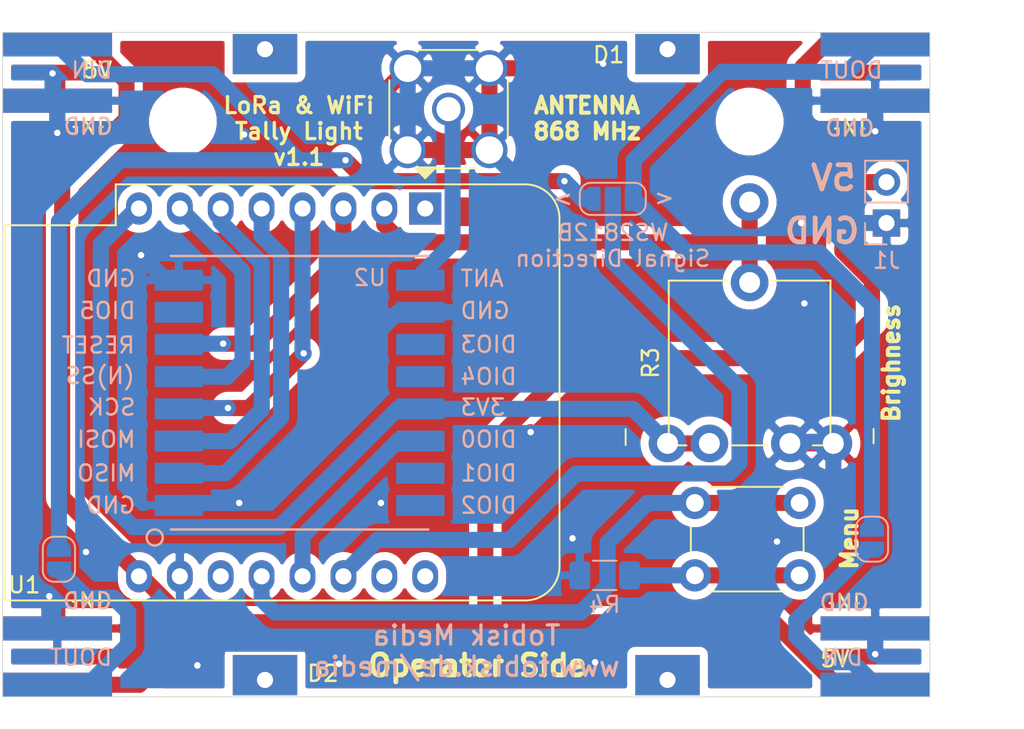
<source format=kicad_pcb>
(kicad_pcb (version 20171130) (host pcbnew "(5.1.8-0-10_14)")

  (general
    (thickness 1.6)
    (drawings 15)
    (tracks 215)
    (zones 0)
    (modules 14)
    (nets 19)
  )

  (page A4)
  (layers
    (0 F.Cu signal)
    (31 B.Cu signal)
    (32 B.Adhes user)
    (33 F.Adhes user)
    (34 B.Paste user)
    (35 F.Paste user)
    (36 B.SilkS user)
    (37 F.SilkS user)
    (38 B.Mask user)
    (39 F.Mask user)
    (40 Dwgs.User user)
    (41 Cmts.User user)
    (42 Eco1.User user)
    (43 Eco2.User user)
    (44 Edge.Cuts user)
    (45 Margin user)
    (46 B.CrtYd user)
    (47 F.CrtYd user)
    (48 B.Fab user)
    (49 F.Fab user)
  )

  (setup
    (last_trace_width 1)
    (user_trace_width 0.35)
    (user_trace_width 1)
    (trace_clearance 0.2)
    (zone_clearance 0.508)
    (zone_45_only no)
    (trace_min 0.2)
    (via_size 0.8)
    (via_drill 0.4)
    (via_min_size 0.4)
    (via_min_drill 0.3)
    (uvia_size 0.3)
    (uvia_drill 0.1)
    (uvias_allowed no)
    (uvia_min_size 0.2)
    (uvia_min_drill 0.1)
    (edge_width 0.05)
    (segment_width 0.2)
    (pcb_text_width 0.3)
    (pcb_text_size 1.5 1.5)
    (mod_edge_width 0.12)
    (mod_text_size 1 1)
    (mod_text_width 0.15)
    (pad_size 1.524 1.524)
    (pad_drill 0.762)
    (pad_to_mask_clearance 0)
    (aux_axis_origin 0 0)
    (visible_elements FFFFFF7F)
    (pcbplotparams
      (layerselection 0x010fc_ffffffff)
      (usegerberextensions false)
      (usegerberattributes true)
      (usegerberadvancedattributes true)
      (creategerberjobfile true)
      (excludeedgelayer true)
      (linewidth 0.100000)
      (plotframeref false)
      (viasonmask false)
      (mode 1)
      (useauxorigin false)
      (hpglpennumber 1)
      (hpglpenspeed 20)
      (hpglpendiameter 15.000000)
      (psnegative false)
      (psa4output false)
      (plotreference true)
      (plotvalue true)
      (plotinvisibletext false)
      (padsonsilk false)
      (subtractmaskfromsilk false)
      (outputformat 1)
      (mirror false)
      (drillshape 1)
      (scaleselection 1)
      (outputdirectory ""))
  )

  (net 0 "")
  (net 1 +5V)
  (net 2 GND)
  (net 3 "Net-(D1-Pad2)")
  (net 4 "Net-(D2-Pad2)")
  (net 5 "Net-(R4-Pad2)")
  (net 6 +3V3)
  (net 7 /WS2812B)
  (net 8 /SW1)
  (net 9 /POT)
  (net 10 /SS)
  (net 11 /MOSI)
  (net 12 /MISO)
  (net 13 /SCK)
  (net 14 "Net-(D1-Pad4)")
  (net 15 "Net-(D2-Pad4)")
  (net 16 /ANT)
  (net 17 /RFM_RES)
  (net 18 /RFM_INT)

  (net_class Default "This is the default net class."
    (clearance 0.2)
    (trace_width 0.25)
    (via_dia 0.8)
    (via_drill 0.4)
    (uvia_dia 0.3)
    (uvia_drill 0.1)
    (add_net +3V3)
    (add_net +5V)
    (add_net /ANT)
    (add_net /MISO)
    (add_net /MOSI)
    (add_net /POT)
    (add_net /RFM_INT)
    (add_net /RFM_RES)
    (add_net /SCK)
    (add_net /SS)
    (add_net /SW1)
    (add_net /WS2812B)
    (add_net GND)
    (add_net "Net-(D1-Pad2)")
    (add_net "Net-(D1-Pad4)")
    (add_net "Net-(D2-Pad2)")
    (add_net "Net-(D2-Pad4)")
    (add_net "Net-(R4-Pad2)")
  )

  (module Module:WEMOS_D1_mini_light (layer F.Cu) (tedit 6000D90E) (tstamp 6013C743)
    (at 122.45 110.9 270)
    (descr "16-pin module, column spacing 22.86 mm (900 mils), https://wiki.wemos.cc/products:d1:d1_mini, https://c1.staticflickr.com/1/734/31400410271_f278b087db_z.jpg")
    (tags "ESP8266 WiFi microcontroller")
    (path /5FF5D3A7)
    (fp_text reference U1 (at 23.4 24.9) (layer F.SilkS)
      (effects (font (size 1 1) (thickness 0.15)))
    )
    (fp_text value WeMos_D1_mini (at 11.7 0 90) (layer F.Fab)
      (effects (font (size 1 1) (thickness 0.15)))
    )
    (fp_line (start 1.04 26.12) (end 24.36 26.12) (layer F.SilkS) (width 0.12))
    (fp_line (start -1.5 19.22) (end -1.5 -6.21) (layer F.SilkS) (width 0.12))
    (fp_line (start 24.36 26.12) (end 24.36 -6.21) (layer F.SilkS) (width 0.12))
    (fp_line (start 22.24 -8.34) (end 0.63 -8.34) (layer F.SilkS) (width 0.12))
    (fp_line (start 1.17 25.99) (end 24.23 25.99) (layer F.Fab) (width 0.1))
    (fp_line (start 24.23 25.99) (end 24.23 -6.21) (layer F.Fab) (width 0.1))
    (fp_line (start 22.23 -8.21) (end 0.63 -8.21) (layer F.Fab) (width 0.1))
    (fp_line (start -1.37 1) (end -1.37 19.09) (layer F.Fab) (width 0.1))
    (fp_line (start -1.62 -8.46) (end 24.48 -8.46) (layer F.CrtYd) (width 0.05))
    (fp_line (start 24.48 -8.41) (end 24.48 26.24) (layer F.CrtYd) (width 0.05))
    (fp_line (start 24.48 26.24) (end -1.62 26.24) (layer F.CrtYd) (width 0.05))
    (fp_line (start -1.62 26.24) (end -1.62 -8.46) (layer F.CrtYd) (width 0.05))
    (fp_poly (pts (xy -2.54 -0.635) (xy -2.54 0.635) (xy -1.905 0)) (layer F.SilkS) (width 0.15))
    (fp_line (start -1.35 -1.4) (end 24.25 -1.4) (layer Dwgs.User) (width 0.1))
    (fp_line (start 24.25 -1.4) (end 24.25 -8.2) (layer Dwgs.User) (width 0.1))
    (fp_line (start 24.25 -8.2) (end -1.35 -8.2) (layer Dwgs.User) (width 0.1))
    (fp_line (start -1.35 -8.2) (end -1.35 -1.4) (layer Dwgs.User) (width 0.1))
    (fp_line (start -1.35 -1.4) (end 5.45 -8.2) (layer Dwgs.User) (width 0.1))
    (fp_line (start 0.65 -1.4) (end 7.45 -8.2) (layer Dwgs.User) (width 0.1))
    (fp_line (start 2.65 -1.4) (end 9.45 -8.2) (layer Dwgs.User) (width 0.1))
    (fp_line (start 4.65 -1.4) (end 11.45 -8.2) (layer Dwgs.User) (width 0.1))
    (fp_line (start 6.65 -1.4) (end 13.45 -8.2) (layer Dwgs.User) (width 0.1))
    (fp_line (start 8.65 -1.4) (end 15.45 -8.2) (layer Dwgs.User) (width 0.1))
    (fp_line (start 10.65 -1.4) (end 17.45 -8.2) (layer Dwgs.User) (width 0.1))
    (fp_line (start 12.65 -1.4) (end 19.45 -8.2) (layer Dwgs.User) (width 0.1))
    (fp_line (start 14.65 -1.4) (end 21.45 -8.2) (layer Dwgs.User) (width 0.1))
    (fp_line (start 16.65 -1.4) (end 23.45 -8.2) (layer Dwgs.User) (width 0.1))
    (fp_line (start 18.65 -1.4) (end 24.25 -7) (layer Dwgs.User) (width 0.1))
    (fp_line (start 20.65 -1.4) (end 24.25 -5) (layer Dwgs.User) (width 0.1))
    (fp_line (start 22.65 -1.4) (end 24.25 -3) (layer Dwgs.User) (width 0.1))
    (fp_line (start -1.35 -3.4) (end 3.45 -8.2) (layer Dwgs.User) (width 0.1))
    (fp_line (start -1.3 -5.45) (end 1.45 -8.2) (layer Dwgs.User) (width 0.1))
    (fp_line (start -1.35 -7.4) (end -0.55 -8.2) (layer Dwgs.User) (width 0.1))
    (fp_line (start -1.37 19.09) (end 1.17 19.09) (layer F.Fab) (width 0.1))
    (fp_line (start 1.17 19.09) (end 1.17 25.99) (layer F.Fab) (width 0.1))
    (fp_line (start -1.37 -6.21) (end -1.37 -1) (layer F.Fab) (width 0.1))
    (fp_line (start -1.37 1) (end -0.37 0) (layer F.Fab) (width 0.1))
    (fp_line (start -0.37 0) (end -1.37 -1) (layer F.Fab) (width 0.1))
    (fp_line (start -1.5 19.22) (end 1.04 19.22) (layer F.SilkS) (width 0.12))
    (fp_line (start 1.04 19.22) (end 1.04 26.12) (layer F.SilkS) (width 0.12))
    (fp_text user "No copper" (at 11.43 -3.81 90) (layer Cmts.User)
      (effects (font (size 1 1) (thickness 0.15)))
    )
    (fp_text user "KEEP OUT" (at 11.43 -6.35 90) (layer Cmts.User)
      (effects (font (size 1 1) (thickness 0.15)))
    )
    (fp_arc (start 22.23 -6.21) (end 24.36 -6.21) (angle -90) (layer F.SilkS) (width 0.12))
    (fp_arc (start 0.63 -6.21) (end 0.63 -8.34) (angle -90) (layer F.SilkS) (width 0.12))
    (fp_arc (start 22.23 -6.21) (end 24.23 -6.19) (angle -90) (layer F.Fab) (width 0.1))
    (fp_arc (start 0.63 -6.21) (end 0.63 -8.21) (angle -90) (layer F.Fab) (width 0.1))
    (fp_text user %R (at 11.43 10 90) (layer F.Fab)
      (effects (font (size 1 1) (thickness 0.15)))
    )
    (pad 16 thru_hole oval (at 22.86 0 270) (size 2 1.6) (drill 1) (layers *.Cu *.Mask))
    (pad 15 thru_hole oval (at 22.86 2.54 270) (size 2 1.6) (drill 1) (layers *.Cu *.Mask))
    (pad 14 thru_hole oval (at 22.86 5.08 270) (size 2 1.6) (drill 1) (layers *.Cu *.Mask)
      (net 7 /WS2812B))
    (pad 13 thru_hole oval (at 22.86 7.62 270) (size 2 1.6) (drill 1) (layers *.Cu *.Mask)
      (net 18 /RFM_INT))
    (pad 12 thru_hole oval (at 22.86 10.16 270) (size 2 1.6) (drill 1) (layers *.Cu *.Mask)
      (net 8 /SW1))
    (pad 11 thru_hole oval (at 22.86 12.7 270) (size 2 1.6) (drill 1) (layers *.Cu *.Mask))
    (pad 10 thru_hole oval (at 22.86 15.24 270) (size 2 1.6) (drill 1) (layers *.Cu *.Mask)
      (net 2 GND))
    (pad 9 thru_hole oval (at 22.86 17.78 270) (size 2 1.6) (drill 1) (layers *.Cu *.Mask)
      (net 1 +5V))
    (pad 8 thru_hole oval (at 0 17.78 270) (size 2 1.6) (drill 1) (layers *.Cu *.Mask)
      (net 6 +3V3))
    (pad 7 thru_hole oval (at 0 15.24 270) (size 2 1.6) (drill 1) (layers *.Cu *.Mask)
      (net 10 /SS))
    (pad 6 thru_hole oval (at 0 12.7 270) (size 2 1.6) (drill 1) (layers *.Cu *.Mask)
      (net 11 /MOSI))
    (pad 5 thru_hole oval (at 0 10.16 270) (size 2 1.6) (drill 1) (layers *.Cu *.Mask)
      (net 12 /MISO))
    (pad 4 thru_hole oval (at 0 7.62 270) (size 2 1.6) (drill 1) (layers *.Cu *.Mask)
      (net 13 /SCK))
    (pad 3 thru_hole oval (at 0 5.08 270) (size 2 1.6) (drill 1) (layers *.Cu *.Mask)
      (net 17 /RFM_RES))
    (pad 1 thru_hole rect (at 0 0 270) (size 2 2) (drill 1) (layers *.Cu *.Mask))
    (pad 2 thru_hole oval (at 0 2.54 270) (size 2 1.6) (drill 1) (layers *.Cu *.Mask)
      (net 9 /POT))
    (model ${KISYS3DMOD}/Connector_PinHeader_2.54mm.3dshapes/PinHeader_1x08_P2.54mm_Vertical.wrl
      (offset (xyz 0 0 3))
      (scale (xyz 1 1 1))
      (rotate (xyz 0 -180 0))
    )
    (model ${KISYS3DMOD}/Connector_PinHeader_2.54mm.3dshapes/PinHeader_1x08_P2.54mm_Vertical.wrl
      (offset (xyz 22.86 0 3))
      (scale (xyz 1 1 1))
      (rotate (xyz 0 -180 0))
    )
    (model "${KISYS3DMOD}/Module.3dshapes/WEMOS D1 mini.step"
      (offset (xyz 24 -26 3.5))
      (scale (xyz 1 1 1))
      (rotate (xyz -90 0 0))
    )
  )

  (module Jumper:SolderJumper-3_P1.3mm_Open_RoundedPad1.0x1.5mm (layer B.Cu) (tedit 6013440F) (tstamp 600DD036)
    (at 134.1 110.3)
    (descr "SMD Solder 3-pad Jumper, 1x1.5mm rounded Pads, 0.3mm gap, open")
    (tags "solder jumper open")
    (path /6000EE2C)
    (attr virtual)
    (fp_text reference JP2 (at 0.55 -1.975) (layer B.SilkS) hide
      (effects (font (size 1 1) (thickness 0.15)) (justify mirror))
    )
    (fp_text value Jumper_NC_Dual (at 0 -1.9) (layer B.Fab) hide
      (effects (font (size 1 1) (thickness 0.15)) (justify mirror))
    )
    (fp_line (start -2.05 -0.3) (end -2.05 0.3) (layer B.SilkS) (width 0.12))
    (fp_line (start 1.4 -1) (end -1.4 -1) (layer B.SilkS) (width 0.12))
    (fp_line (start 2.05 0.3) (end 2.05 -0.3) (layer B.SilkS) (width 0.12))
    (fp_line (start -1.4 1) (end 1.4 1) (layer B.SilkS) (width 0.12))
    (fp_line (start -2.3 1.25) (end 2.3 1.25) (layer B.CrtYd) (width 0.05))
    (fp_line (start -2.3 1.25) (end -2.3 -1.25) (layer B.CrtYd) (width 0.05))
    (fp_line (start 2.3 -1.25) (end 2.3 1.25) (layer B.CrtYd) (width 0.05))
    (fp_line (start 2.3 -1.25) (end -2.3 -1.25) (layer B.CrtYd) (width 0.05))
    (fp_arc (start -1.35 0.3) (end -1.35 1) (angle 90) (layer B.SilkS) (width 0.12))
    (fp_arc (start -1.35 -0.3) (end -2.05 -0.3) (angle 90) (layer B.SilkS) (width 0.12))
    (fp_arc (start 1.35 -0.3) (end 1.35 -1) (angle 90) (layer B.SilkS) (width 0.12))
    (fp_arc (start 1.35 0.3) (end 2.05 0.3) (angle 90) (layer B.SilkS) (width 0.12))
    (pad 2 smd rect (at 0 0) (size 1 1.5) (layers B.Cu B.Mask)
      (net 7 /WS2812B))
    (pad 3 smd custom (at 1.3 0) (size 1 0.5) (layers B.Cu B.Mask)
      (net 3 "Net-(D1-Pad2)") (zone_connect 2)
      (options (clearance outline) (anchor rect))
      (primitives
        (gr_circle (center 0 -0.25) (end 0.5 -0.25) (width 0))
        (gr_circle (center 0 0.25) (end 0.5 0.25) (width 0))
        (gr_poly (pts
           (xy -0.55 0.75) (xy 0 0.75) (xy 0 -0.75) (xy -0.55 -0.75)) (width 0))
      ))
    (pad 1 smd custom (at -1.3 0) (size 1 0.5) (layers B.Cu B.Mask)
      (net 14 "Net-(D1-Pad4)") (zone_connect 2)
      (options (clearance outline) (anchor rect))
      (primitives
        (gr_circle (center 0 -0.25) (end 0.5 -0.25) (width 0))
        (gr_circle (center 0 0.25) (end 0.5 0.25) (width 0))
        (gr_poly (pts
           (xy 0.55 0.75) (xy 0 0.75) (xy 0 -0.75) (xy 0.55 -0.75)) (width 0))
      ))
  )

  (module Jumper:SolderJumper-2_P1.3mm_Open_RoundedPad1.0x1.5mm (layer B.Cu) (tedit 5B391E66) (tstamp 6013DA4E)
    (at 150.2 131.45 270)
    (descr "SMD Solder Jumper, 1x1.5mm, rounded Pads, 0.3mm gap, open")
    (tags "solder jumper open")
    (path /601594B7)
    (attr virtual)
    (fp_text reference JP3 (at 0 1.8 270) (layer B.SilkS) hide
      (effects (font (size 1 1) (thickness 0.15)) (justify mirror))
    )
    (fp_text value Jumper (at 0 -1.9 270) (layer B.Fab)
      (effects (font (size 1 1) (thickness 0.15)) (justify mirror))
    )
    (fp_arc (start -0.7 0.3) (end -0.7 1) (angle 90) (layer B.SilkS) (width 0.12))
    (fp_arc (start -0.7 -0.3) (end -1.4 -0.3) (angle 90) (layer B.SilkS) (width 0.12))
    (fp_arc (start 0.7 -0.3) (end 0.7 -1) (angle 90) (layer B.SilkS) (width 0.12))
    (fp_arc (start 0.7 0.3) (end 1.4 0.3) (angle 90) (layer B.SilkS) (width 0.12))
    (fp_line (start -1.4 -0.3) (end -1.4 0.3) (layer B.SilkS) (width 0.12))
    (fp_line (start 0.7 -1) (end -0.7 -1) (layer B.SilkS) (width 0.12))
    (fp_line (start 1.4 0.3) (end 1.4 -0.3) (layer B.SilkS) (width 0.12))
    (fp_line (start -0.7 1) (end 0.7 1) (layer B.SilkS) (width 0.12))
    (fp_line (start -1.65 1.25) (end 1.65 1.25) (layer B.CrtYd) (width 0.05))
    (fp_line (start -1.65 1.25) (end -1.65 -1.25) (layer B.CrtYd) (width 0.05))
    (fp_line (start 1.65 -1.25) (end 1.65 1.25) (layer B.CrtYd) (width 0.05))
    (fp_line (start 1.65 -1.25) (end -1.65 -1.25) (layer B.CrtYd) (width 0.05))
    (pad 2 smd custom (at 0.65 0 270) (size 1 0.5) (layers B.Cu B.Mask)
      (net 15 "Net-(D2-Pad4)") (zone_connect 2)
      (options (clearance outline) (anchor rect))
      (primitives
        (gr_circle (center 0 -0.25) (end 0.5 -0.25) (width 0))
        (gr_circle (center 0 0.25) (end 0.5 0.25) (width 0))
        (gr_poly (pts
           (xy 0 0.75) (xy -0.5 0.75) (xy -0.5 -0.75) (xy 0 -0.75)) (width 0))
      ))
    (pad 1 smd custom (at -0.65 0 270) (size 1 0.5) (layers B.Cu B.Mask)
      (net 3 "Net-(D1-Pad2)") (zone_connect 2)
      (options (clearance outline) (anchor rect))
      (primitives
        (gr_circle (center 0 -0.25) (end 0.5 -0.25) (width 0))
        (gr_circle (center 0 0.25) (end 0.5 0.25) (width 0))
        (gr_poly (pts
           (xy 0 0.75) (xy 0.5 0.75) (xy 0.5 -0.75) (xy 0 -0.75)) (width 0))
      ))
  )

  (module Jumper:SolderJumper-2_P1.3mm_Open_RoundedPad1.0x1.5mm (layer B.Cu) (tedit 5B391E66) (tstamp 6013DA12)
    (at 99.7 132.7 270)
    (descr "SMD Solder Jumper, 1x1.5mm, rounded Pads, 0.3mm gap, open")
    (tags "solder jumper open")
    (path /6015898E)
    (attr virtual)
    (fp_text reference JP1 (at -0.1 2 90) (layer B.SilkS) hide
      (effects (font (size 1 1) (thickness 0.15)) (justify mirror))
    )
    (fp_text value Jumper (at 0 -1.9 90) (layer B.Fab)
      (effects (font (size 1 1) (thickness 0.15)) (justify mirror))
    )
    (fp_arc (start -0.7 0.3) (end -0.7 1) (angle 90) (layer B.SilkS) (width 0.12))
    (fp_arc (start -0.7 -0.3) (end -1.4 -0.3) (angle 90) (layer B.SilkS) (width 0.12))
    (fp_arc (start 0.7 -0.3) (end 0.7 -1) (angle 90) (layer B.SilkS) (width 0.12))
    (fp_arc (start 0.7 0.3) (end 1.4 0.3) (angle 90) (layer B.SilkS) (width 0.12))
    (fp_line (start -1.4 -0.3) (end -1.4 0.3) (layer B.SilkS) (width 0.12))
    (fp_line (start 0.7 -1) (end -0.7 -1) (layer B.SilkS) (width 0.12))
    (fp_line (start 1.4 0.3) (end 1.4 -0.3) (layer B.SilkS) (width 0.12))
    (fp_line (start -0.7 1) (end 0.7 1) (layer B.SilkS) (width 0.12))
    (fp_line (start -1.65 1.25) (end 1.65 1.25) (layer B.CrtYd) (width 0.05))
    (fp_line (start -1.65 1.25) (end -1.65 -1.25) (layer B.CrtYd) (width 0.05))
    (fp_line (start 1.65 -1.25) (end 1.65 1.25) (layer B.CrtYd) (width 0.05))
    (fp_line (start 1.65 -1.25) (end -1.65 -1.25) (layer B.CrtYd) (width 0.05))
    (pad 2 smd custom (at 0.65 0 270) (size 1 0.5) (layers B.Cu B.Mask)
      (net 4 "Net-(D2-Pad2)") (zone_connect 2)
      (options (clearance outline) (anchor rect))
      (primitives
        (gr_circle (center 0 -0.25) (end 0.5 -0.25) (width 0))
        (gr_circle (center 0 0.25) (end 0.5 0.25) (width 0))
        (gr_poly (pts
           (xy 0 0.75) (xy -0.5 0.75) (xy -0.5 -0.75) (xy 0 -0.75)) (width 0))
      ))
    (pad 1 smd custom (at -0.65 0 270) (size 1 0.5) (layers B.Cu B.Mask)
      (net 14 "Net-(D1-Pad4)") (zone_connect 2)
      (options (clearance outline) (anchor rect))
      (primitives
        (gr_circle (center 0 -0.25) (end 0.5 -0.25) (width 0))
        (gr_circle (center 0 0.25) (end 0.5 0.25) (width 0))
        (gr_poly (pts
           (xy 0 0.75) (xy 0.5 0.75) (xy 0.5 -0.75) (xy 0 -0.75)) (width 0))
      ))
  )

  (module Connector_PinHeader_2.54mm:PinHeader_1x02_P2.54mm_Vertical (layer B.Cu) (tedit 59FED5CC) (tstamp 6013D08A)
    (at 151.1 111.8)
    (descr "Through hole straight pin header, 1x02, 2.54mm pitch, single row")
    (tags "Through hole pin header THT 1x02 2.54mm single row")
    (path /5FF635B5)
    (fp_text reference J1 (at 0 2.33) (layer B.SilkS)
      (effects (font (size 1 1) (thickness 0.15)) (justify mirror))
    )
    (fp_text value Screw_Terminal_01x02 (at 0 -4.87) (layer B.Fab)
      (effects (font (size 1 1) (thickness 0.15)) (justify mirror))
    )
    (fp_line (start -0.635 1.27) (end 1.27 1.27) (layer B.Fab) (width 0.1))
    (fp_line (start 1.27 1.27) (end 1.27 -3.81) (layer B.Fab) (width 0.1))
    (fp_line (start 1.27 -3.81) (end -1.27 -3.81) (layer B.Fab) (width 0.1))
    (fp_line (start -1.27 -3.81) (end -1.27 0.635) (layer B.Fab) (width 0.1))
    (fp_line (start -1.27 0.635) (end -0.635 1.27) (layer B.Fab) (width 0.1))
    (fp_line (start -1.33 -3.87) (end 1.33 -3.87) (layer B.SilkS) (width 0.12))
    (fp_line (start -1.33 -1.27) (end -1.33 -3.87) (layer B.SilkS) (width 0.12))
    (fp_line (start 1.33 -1.27) (end 1.33 -3.87) (layer B.SilkS) (width 0.12))
    (fp_line (start -1.33 -1.27) (end 1.33 -1.27) (layer B.SilkS) (width 0.12))
    (fp_line (start -1.33 0) (end -1.33 1.33) (layer B.SilkS) (width 0.12))
    (fp_line (start -1.33 1.33) (end 0 1.33) (layer B.SilkS) (width 0.12))
    (fp_line (start -1.8 1.8) (end -1.8 -4.35) (layer B.CrtYd) (width 0.05))
    (fp_line (start -1.8 -4.35) (end 1.8 -4.35) (layer B.CrtYd) (width 0.05))
    (fp_line (start 1.8 -4.35) (end 1.8 1.8) (layer B.CrtYd) (width 0.05))
    (fp_line (start 1.8 1.8) (end -1.8 1.8) (layer B.CrtYd) (width 0.05))
    (fp_text user %R (at 0 -1.27 -90) (layer B.Fab)
      (effects (font (size 1 1) (thickness 0.15)) (justify mirror))
    )
    (pad 2 thru_hole oval (at 0 -2.54) (size 1.7 1.7) (drill 1) (layers *.Cu *.Mask)
      (net 1 +5V))
    (pad 1 thru_hole rect (at 0 0) (size 1.7 1.7) (drill 1) (layers *.Cu *.Mask)
      (net 2 GND))
    (model ${KISYS3DMOD}/Connector_PinHeader_2.54mm.3dshapes/PinHeader_1x02_P2.54mm_Vertical.wrl
      (at (xyz 0 0 0))
      (scale (xyz 1 1 1))
      (rotate (xyz 0 0 0))
    )
  )

  (module Resistor_SMD:R_1206_3216Metric_Pad1.30x1.75mm_HandSolder (layer B.Cu) (tedit 5F68FEEE) (tstamp 6013CE69)
    (at 133.6 133.7)
    (descr "Resistor SMD 1206 (3216 Metric), square (rectangular) end terminal, IPC_7351 nominal with elongated pad for handsoldering. (Body size source: IPC-SM-782 page 72, https://www.pcb-3d.com/wordpress/wp-content/uploads/ipc-sm-782a_amendment_1_and_2.pdf), generated with kicad-footprint-generator")
    (tags "resistor handsolder")
    (path /5FF9B730)
    (attr smd)
    (fp_text reference R4 (at 0 1.82) (layer B.SilkS)
      (effects (font (size 1 1) (thickness 0.15)) (justify mirror))
    )
    (fp_text value R (at 0 -1.82) (layer B.Fab)
      (effects (font (size 1 1) (thickness 0.15)) (justify mirror))
    )
    (fp_text user %R (at 0 0) (layer B.Fab)
      (effects (font (size 0.8 0.8) (thickness 0.12)) (justify mirror))
    )
    (fp_line (start -1.6 -0.8) (end -1.6 0.8) (layer B.Fab) (width 0.1))
    (fp_line (start -1.6 0.8) (end 1.6 0.8) (layer B.Fab) (width 0.1))
    (fp_line (start 1.6 0.8) (end 1.6 -0.8) (layer B.Fab) (width 0.1))
    (fp_line (start 1.6 -0.8) (end -1.6 -0.8) (layer B.Fab) (width 0.1))
    (fp_line (start -0.727064 0.91) (end 0.727064 0.91) (layer B.SilkS) (width 0.12))
    (fp_line (start -0.727064 -0.91) (end 0.727064 -0.91) (layer B.SilkS) (width 0.12))
    (fp_line (start -2.45 -1.12) (end -2.45 1.12) (layer B.CrtYd) (width 0.05))
    (fp_line (start -2.45 1.12) (end 2.45 1.12) (layer B.CrtYd) (width 0.05))
    (fp_line (start 2.45 1.12) (end 2.45 -1.12) (layer B.CrtYd) (width 0.05))
    (fp_line (start 2.45 -1.12) (end -2.45 -1.12) (layer B.CrtYd) (width 0.05))
    (pad 2 smd roundrect (at 1.55 0) (size 1.3 1.75) (layers B.Cu B.Paste B.Mask) (roundrect_rratio 0.192308)
      (net 5 "Net-(R4-Pad2)"))
    (pad 1 smd roundrect (at -1.55 0) (size 1.3 1.75) (layers B.Cu B.Paste B.Mask) (roundrect_rratio 0.192308)
      (net 2 GND))
    (model ${KISYS3DMOD}/Resistor_SMD.3dshapes/R_1206_3216Metric.wrl
      (at (xyz 0 0 0))
      (scale (xyz 1 1 1))
      (rotate (xyz 0 0 0))
    )
  )

  (module Module:WS2812B_8x_5cm (layer F.Cu) (tedit 60133B45) (tstamp 6013EA41)
    (at 125 100)
    (path /600161EA)
    (fp_text reference D1 (at 8.85 1.35) (layer F.SilkS)
      (effects (font (size 1 1) (thickness 0.15)))
    )
    (fp_text value WS2812B (at 0 4.1) (layer F.Fab)
      (effects (font (size 1 1) (thickness 0.15)))
    )
    (fp_text user GND (at 22.2 5.9) (layer B.SilkS)
      (effects (font (size 1 1) (thickness 0.15)) (justify right mirror))
    )
    (fp_text user DIN (at -21.9 2.3) (layer B.SilkS)
      (effects (font (size 1 1) (thickness 0.15)) (justify left mirror))
    )
    (fp_text user DOUT (at 21.9 2.3) (layer B.SilkS)
      (effects (font (size 1 1) (thickness 0.15)) (justify right mirror))
    )
    (fp_text user GND (at 22.2 5.9) (layer F.SilkS)
      (effects (font (size 1 1) (thickness 0.15)) (justify left))
    )
    (fp_text user GND (at -25.1 5.8) (layer B.SilkS)
      (effects (font (size 1 1) (thickness 0.15)) (justify right mirror))
    )
    (fp_text user GND (at -25.1 5.8) (layer F.SilkS)
      (effects (font (size 1 1) (thickness 0.15)) (justify left))
    )
    (fp_text user 5V (at -23.9 2.3) (layer F.SilkS)
      (effects (font (size 1 1) (thickness 0.15)) (justify left))
    )
    (fp_line (start -15 3) (end -10 3) (layer F.CrtYd) (width 0.12))
    (fp_line (start -15 1) (end -15 3) (layer F.CrtYd) (width 0.12))
    (fp_line (start -21 1) (end -15 1) (layer F.CrtYd) (width 0.12))
    (fp_line (start -21 3) (end -21 1) (layer F.CrtYd) (width 0.12))
    (fp_line (start -21 1) (end -21 3) (layer B.CrtYd) (width 0.12))
    (fp_line (start -15 1) (end -21 1) (layer B.CrtYd) (width 0.12))
    (fp_line (start -15 3) (end -15 1) (layer B.CrtYd) (width 0.12))
    (fp_line (start -10 3) (end -15 3) (layer B.CrtYd) (width 0.12))
    (fp_line (start 15 3) (end 10 3) (layer B.CrtYd) (width 0.12))
    (fp_line (start 15 1) (end 15 3) (layer B.CrtYd) (width 0.12))
    (fp_line (start 21 1) (end 15 1) (layer B.CrtYd) (width 0.12))
    (fp_line (start 21 3) (end 21 1) (layer B.CrtYd) (width 0.12))
    (fp_line (start 21 1) (end 21 3) (layer F.CrtYd) (width 0.12))
    (fp_line (start 15 1) (end 21 1) (layer F.CrtYd) (width 0.12))
    (fp_line (start 15 3) (end 15 1) (layer F.CrtYd) (width 0.12))
    (fp_line (start 10 3) (end 15 3) (layer F.CrtYd) (width 0.12))
    (fp_line (start -25 5.2) (end -21 5.2) (layer F.CrtYd) (width 0.12))
    (fp_line (start -21 5.2) (end -21 3) (layer F.CrtYd) (width 0.12))
    (fp_line (start -10 3) (end -10 0.5) (layer F.CrtYd) (width 0.12))
    (fp_line (start -10 0.5) (end 10 0.5) (layer F.CrtYd) (width 0.12))
    (fp_line (start 10 0.5) (end 10 3) (layer F.CrtYd) (width 0.12))
    (fp_line (start 21 3) (end 21 5.2) (layer F.CrtYd) (width 0.12))
    (fp_line (start 21 5.2) (end 25 5.2) (layer F.CrtYd) (width 0.12))
    (fp_line (start 28.8 5.2) (end 28.8 0) (layer F.CrtYd) (width 0.12))
    (fp_line (start 28.8 0) (end 28.8 -2) (layer F.CrtYd) (width 0.12))
    (fp_line (start 25 -2) (end -25 -2) (layer F.CrtYd) (width 0.12))
    (fp_line (start -28.9 -2) (end -28.9 5.2) (layer F.CrtYd) (width 0.12))
    (fp_line (start -25 5.2) (end -21 5.2) (layer B.CrtYd) (width 0.12))
    (fp_line (start -21 5.2) (end -21 3) (layer B.CrtYd) (width 0.12))
    (fp_line (start -10 3) (end -10 0.5) (layer B.CrtYd) (width 0.12))
    (fp_line (start -10 0.5) (end 10 0.5) (layer B.CrtYd) (width 0.12))
    (fp_line (start 10 0.5) (end 10 3) (layer B.CrtYd) (width 0.12))
    (fp_line (start 21 3) (end 21 5.2) (layer B.CrtYd) (width 0.12))
    (fp_line (start 21 5.2) (end 25 5.2) (layer B.CrtYd) (width 0.12))
    (fp_line (start 28.8 5.2) (end 28.8 -2) (layer B.CrtYd) (width 0.12))
    (fp_line (start 25 -2) (end -25 -2) (layer B.CrtYd) (width 0.12))
    (fp_line (start -28.9 -2) (end -28.9 5.2) (layer B.CrtYd) (width 0.12))
    (fp_line (start -25 -2) (end -28.9 -2) (layer B.CrtYd) (width 0.12))
    (fp_line (start -28.9 5.2) (end -25 5.2) (layer B.CrtYd) (width 0.12))
    (fp_line (start 25 5.2) (end 28.8 5.2) (layer B.CrtYd) (width 0.12))
    (fp_line (start 28.8 -2) (end 25 -2) (layer B.CrtYd) (width 0.12))
    (fp_line (start 25 -2) (end 28.8 -2) (layer F.CrtYd) (width 0.12))
    (fp_line (start 28.8 5.2) (end 25 5.2) (layer F.CrtYd) (width 0.12))
    (fp_line (start -25 -2) (end -28.9 -2) (layer F.CrtYd) (width 0.12))
    (fp_line (start -25 5.2) (end -28.9 5.2) (layer F.CrtYd) (width 0.12))
    (pad 3 connect rect (at -25.4 4.2) (size 6.8 1.5) (layers B.Cu B.Mask)
      (net 2 GND))
    (pad 3 connect rect (at 25.4 4.2) (size 6.8 1.5) (layers B.Cu B.Mask)
      (net 2 GND))
    (pad 3 connect rect (at 25.4 4.2) (size 6.8 1.5) (layers F.Cu F.Mask)
      (net 2 GND))
    (pad 3 connect rect (at -25.4 4.2) (size 6.8 1.5) (layers F.Cu F.Mask)
      (net 2 GND))
    (pad 1 connect rect (at 25.4 0.7) (size 6.8 1.5) (layers F.Cu F.Mask)
      (net 1 +5V))
    (pad 1 connect rect (at -25.4 0.7) (size 6.8 1.5) (layers F.Cu F.Mask)
      (net 1 +5V))
    (pad 2 connect rect (at 25.4 0.7) (size 6.8 1.5) (layers B.Cu B.Mask)
      (net 3 "Net-(D1-Pad2)"))
    (pad 4 connect rect (at -25.4 0.7) (size 6.8 1.5) (layers B.Cu B.Mask)
      (net 14 "Net-(D1-Pad4)"))
    (pad 10 thru_hole rect (at 12.5 1) (size 4 2.5) (drill 1 (offset 0 0.3)) (layers *.Cu *.Mask))
    (pad 10 thru_hole rect (at -12.5 1) (size 4 2.5) (drill 1 (offset 0 0.3)) (layers *.Cu *.Mask))
    (model ${KISYS3DMOD}/Module.3dshapes/WS2812B-8.step
      (offset (xyz 0 0 -0.75))
      (scale (xyz 1 1 1))
      (rotate (xyz 90 180 0))
    )
  )

  (module Module:WS2812B_8x_5cm (layer F.Cu) (tedit 60133B45) (tstamp 600111C3)
    (at 125 141.2 180)
    (path /60016761)
    (fp_text reference D2 (at 8.9 1.4) (layer F.SilkS)
      (effects (font (size 1 1) (thickness 0.15)))
    )
    (fp_text value WS2812B (at 0 4.1) (layer F.Fab)
      (effects (font (size 1 1) (thickness 0.15)))
    )
    (fp_text user GND (at 21.9 5.9) (layer B.SilkS)
      (effects (font (size 1 1) (thickness 0.15)) (justify left mirror))
    )
    (fp_text user DIN (at -22 2.4) (layer B.SilkS)
      (effects (font (size 1 1) (thickness 0.15)) (justify right mirror))
    )
    (fp_text user DOUT (at 21.9 2.4) (layer B.SilkS)
      (effects (font (size 1 1) (thickness 0.15)) (justify left mirror))
    )
    (fp_text user GND (at 21.9 5.9) (layer F.SilkS)
      (effects (font (size 1 1) (thickness 0.15)) (justify right))
    )
    (fp_text user GND (at -25.1 5.8) (layer B.SilkS)
      (effects (font (size 1 1) (thickness 0.15)) (justify left mirror))
    )
    (fp_text user GND (at -25.1 5.8) (layer F.SilkS)
      (effects (font (size 1 1) (thickness 0.15)) (justify right))
    )
    (fp_text user 5V (at -23.9 2.3) (layer F.SilkS)
      (effects (font (size 1 1) (thickness 0.15)) (justify right))
    )
    (fp_line (start -15 3) (end -10 3) (layer F.CrtYd) (width 0.12))
    (fp_line (start -15 1) (end -15 3) (layer F.CrtYd) (width 0.12))
    (fp_line (start -21 1) (end -15 1) (layer F.CrtYd) (width 0.12))
    (fp_line (start -21 3) (end -21 1) (layer F.CrtYd) (width 0.12))
    (fp_line (start -21 1) (end -21 3) (layer B.CrtYd) (width 0.12))
    (fp_line (start -15 1) (end -21 1) (layer B.CrtYd) (width 0.12))
    (fp_line (start -15 3) (end -15 1) (layer B.CrtYd) (width 0.12))
    (fp_line (start -10 3) (end -15 3) (layer B.CrtYd) (width 0.12))
    (fp_line (start 15 3) (end 10 3) (layer B.CrtYd) (width 0.12))
    (fp_line (start 15 1) (end 15 3) (layer B.CrtYd) (width 0.12))
    (fp_line (start 21 1) (end 15 1) (layer B.CrtYd) (width 0.12))
    (fp_line (start 21 3) (end 21 1) (layer B.CrtYd) (width 0.12))
    (fp_line (start 21 1) (end 21 3) (layer F.CrtYd) (width 0.12))
    (fp_line (start 15 1) (end 21 1) (layer F.CrtYd) (width 0.12))
    (fp_line (start 15 3) (end 15 1) (layer F.CrtYd) (width 0.12))
    (fp_line (start 10 3) (end 15 3) (layer F.CrtYd) (width 0.12))
    (fp_line (start -25 5.2) (end -21 5.2) (layer F.CrtYd) (width 0.12))
    (fp_line (start -21 5.2) (end -21 3) (layer F.CrtYd) (width 0.12))
    (fp_line (start -10 3) (end -10 0.5) (layer F.CrtYd) (width 0.12))
    (fp_line (start -10 0.5) (end 10 0.5) (layer F.CrtYd) (width 0.12))
    (fp_line (start 10 0.5) (end 10 3) (layer F.CrtYd) (width 0.12))
    (fp_line (start 21 3) (end 21 5.2) (layer F.CrtYd) (width 0.12))
    (fp_line (start 21 5.2) (end 25 5.2) (layer F.CrtYd) (width 0.12))
    (fp_line (start 28.8 5.2) (end 28.8 0) (layer F.CrtYd) (width 0.12))
    (fp_line (start 28.8 0) (end 28.8 -2) (layer F.CrtYd) (width 0.12))
    (fp_line (start 25 -2) (end -25 -2) (layer F.CrtYd) (width 0.12))
    (fp_line (start -28.9 -2) (end -28.9 5.2) (layer F.CrtYd) (width 0.12))
    (fp_line (start -25 5.2) (end -21 5.2) (layer B.CrtYd) (width 0.12))
    (fp_line (start -21 5.2) (end -21 3) (layer B.CrtYd) (width 0.12))
    (fp_line (start -10 3) (end -10 0.5) (layer B.CrtYd) (width 0.12))
    (fp_line (start -10 0.5) (end 10 0.5) (layer B.CrtYd) (width 0.12))
    (fp_line (start 10 0.5) (end 10 3) (layer B.CrtYd) (width 0.12))
    (fp_line (start 21 3) (end 21 5.2) (layer B.CrtYd) (width 0.12))
    (fp_line (start 21 5.2) (end 25 5.2) (layer B.CrtYd) (width 0.12))
    (fp_line (start 28.8 5.2) (end 28.8 -2) (layer B.CrtYd) (width 0.12))
    (fp_line (start 25 -2) (end -25 -2) (layer B.CrtYd) (width 0.12))
    (fp_line (start -28.9 -2) (end -28.9 5.2) (layer B.CrtYd) (width 0.12))
    (fp_line (start -25 -2) (end -28.9 -2) (layer B.CrtYd) (width 0.12))
    (fp_line (start -28.9 5.2) (end -25 5.2) (layer B.CrtYd) (width 0.12))
    (fp_line (start 25 5.2) (end 28.8 5.2) (layer B.CrtYd) (width 0.12))
    (fp_line (start 28.8 -2) (end 25 -2) (layer B.CrtYd) (width 0.12))
    (fp_line (start 25 -2) (end 28.8 -2) (layer F.CrtYd) (width 0.12))
    (fp_line (start 28.8 5.2) (end 25 5.2) (layer F.CrtYd) (width 0.12))
    (fp_line (start -25 -2) (end -28.9 -2) (layer F.CrtYd) (width 0.12))
    (fp_line (start -25 5.2) (end -28.9 5.2) (layer F.CrtYd) (width 0.12))
    (pad 3 connect rect (at -25.4 4.2 180) (size 6.8 1.5) (layers B.Cu B.Mask)
      (net 2 GND))
    (pad 3 connect rect (at 25.4 4.2 180) (size 6.8 1.5) (layers B.Cu B.Mask)
      (net 2 GND))
    (pad 3 connect rect (at 25.4 4.2 180) (size 6.8 1.5) (layers F.Cu F.Mask)
      (net 2 GND))
    (pad 3 connect rect (at -25.4 4.2 180) (size 6.8 1.5) (layers F.Cu F.Mask)
      (net 2 GND))
    (pad 1 connect rect (at 25.4 0.7 180) (size 6.8 1.5) (layers F.Cu F.Mask)
      (net 1 +5V))
    (pad 1 connect rect (at -25.4 0.7 180) (size 6.8 1.5) (layers F.Cu F.Mask)
      (net 1 +5V))
    (pad 2 connect rect (at 25.4 0.7 180) (size 6.8 1.5) (layers B.Cu B.Mask)
      (net 4 "Net-(D2-Pad2)"))
    (pad 4 connect rect (at -25.4 0.7 180) (size 6.8 1.5) (layers B.Cu B.Mask)
      (net 15 "Net-(D2-Pad4)"))
    (pad 10 thru_hole rect (at 12.5 1 180) (size 4 2.5) (drill 1 (offset 0 0.3)) (layers *.Cu *.Mask))
    (pad 10 thru_hole rect (at -12.5 1 180) (size 4 2.5) (drill 1 (offset 0 0.3)) (layers *.Cu *.Mask))
    (model ${KISYS3DMOD}/Module.3dshapes/WS2812B-8.step
      (offset (xyz 0 0 -0.75))
      (scale (xyz 1 1 1))
      (rotate (xyz 90 180 0))
    )
  )

  (module Potentiometer_THT:Potentiometer_ACP_CA9-V10_Vertical (layer F.Cu) (tedit 600D9C72) (tstamp 600DB36F)
    (at 142.6 125.6 90)
    (descr "Potentiometer, vertical, ACP CA9-V10, http://www.acptechnologies.com/wp-content/uploads/2017/05/02-ACP-CA9-CE9.pdf")
    (tags "Potentiometer vertical ACP CA9-V10")
    (path /5FF604D2)
    (fp_text reference R3 (at 5.1 -6.15 270) (layer F.SilkS)
      (effects (font (size 1 1) (thickness 0.15)))
    )
    (fp_text value POT (at 5.1 6.15 270) (layer F.Fab)
      (effects (font (size 1 1) (thickness 0.15)))
    )
    (fp_circle (center 5.1 0) (end 6.15 0) (layer F.Fab) (width 0.1))
    (fp_line (start 0.1 -4.9) (end 0.1 4.9) (layer F.Fab) (width 0.1))
    (fp_line (start 0.1 4.9) (end 10.1 4.9) (layer F.Fab) (width 0.1))
    (fp_line (start 10.1 4.9) (end 10.1 -4.9) (layer F.Fab) (width 0.1))
    (fp_line (start 10.1 -4.9) (end 0.1 -4.9) (layer F.Fab) (width 0.1))
    (fp_line (start -0.02 -5.021) (end 10.22 -5.021) (layer F.SilkS) (width 0.12))
    (fp_line (start -0.02 5.02) (end 10.22 5.02) (layer F.SilkS) (width 0.12))
    (fp_line (start -0.02 -5.021) (end -0.02 -3.926) (layer F.SilkS) (width 0.12))
    (fp_line (start -0.02 -1.074) (end -0.02 1.075) (layer F.SilkS) (width 0.12))
    (fp_line (start -0.02 3.925) (end -0.02 5.02) (layer F.SilkS) (width 0.12))
    (fp_line (start 10.22 -5.021) (end 10.22 -1.425) (layer F.SilkS) (width 0.12))
    (fp_line (start 10.22 1.425) (end 10.22 5.02) (layer F.SilkS) (width 0.12))
    (fp_line (start -1.35 -5.15) (end -1.35 5.2) (layer F.CrtYd) (width 0.05))
    (fp_line (start -1.35 5.2) (end 11.55 5.2) (layer F.CrtYd) (width 0.05))
    (fp_line (start 11.55 5.2) (end 11.55 -5.15) (layer F.CrtYd) (width 0.05))
    (fp_line (start 11.55 -5.15) (end -1.35 -5.15) (layer F.CrtYd) (width 0.05))
    (fp_line (start 0 -7.7) (end 1 -7.7) (layer F.SilkS) (width 0.12))
    (fp_line (start 0.1 7.7) (end 1 7.7) (layer F.SilkS) (width 0.12))
    (fp_text user %R (at 1.1 0) (layer F.Fab)
      (effects (font (size 1 1) (thickness 0.15)))
    )
    (pad 1 thru_hole circle (at 0.1 2.5 90) (size 2.34 2.34) (drill 1.3) (layers *.Cu *.Mask)
      (net 2 GND))
    (pad 2 thru_hole circle (at 10.1 0 90) (size 2.34 2.34) (drill 1.3) (layers *.Cu *.Mask)
      (net 9 /POT))
    (pad 3 thru_hole circle (at 0.1 -2.5 90) (size 2.34 2.34) (drill 1.3) (layers *.Cu *.Mask)
      (net 6 +3V3))
    (pad 3 thru_hole circle (at 0.1 -5.1 90) (size 2.34 2.34) (drill 1.3) (layers *.Cu *.Mask)
      (net 6 +3V3))
    (pad 1 thru_hole circle (at 0.1 5.2 90) (size 2.34 2.34) (drill 1.3) (layers *.Cu *.Mask)
      (net 2 GND))
    (pad 2 thru_hole circle (at 15.1 0 90) (size 2.34 2.34) (drill 1.3) (layers *.Cu *.Mask)
      (net 9 /POT))
    (model ${KISYS3DMOD}/Potentiometers.3dshapes/Potentiometer_Trimmer_Piher_PT-10v10_Horizontal_Px10.0mm_Py5.0mm.wrl
      (offset (xyz 0 -3.5 0))
      (scale (xyz 0.6 0.6 0.4))
      (rotate (xyz 0 0 0))
    )
  )

  (module Connector_Coaxial:SMA_Wurth_60312002114503_Vertical (layer F.Cu) (tedit 5FFFB326) (tstamp 6001D75D)
    (at 123.9 104.725)
    (descr https://www.we-online.de/katalog/datasheet/60312002114503.pdf)
    (tags "SMA THT Female Jack Vertical ExtendedLegs")
    (path /60267C63)
    (fp_text reference AE2 (at 5.9 -2.625) (layer F.SilkS) hide
      (effects (font (size 1 1) (thickness 0.15)))
    )
    (fp_text value Antenna_Shield (at 0 5) (layer F.Fab)
      (effects (font (size 1 1) (thickness 0.15)))
    )
    (fp_circle (center 0 0) (end 3.175 0) (layer F.Fab) (width 0.1))
    (fp_line (start 4.17 4.17) (end -4.17 4.17) (layer F.CrtYd) (width 0.05))
    (fp_line (start 4.17 4.17) (end 4.17 -4.17) (layer F.CrtYd) (width 0.05))
    (fp_line (start -4.17 -4.17) (end -4.17 4.17) (layer F.CrtYd) (width 0.05))
    (fp_line (start -4.17 -4.17) (end 4.17 -4.17) (layer F.CrtYd) (width 0.05))
    (fp_line (start -3.5 -3.5) (end 3.5 -3.5) (layer F.Fab) (width 0.1))
    (fp_line (start -3.5 -3.5) (end -3.5 3.5) (layer F.Fab) (width 0.1))
    (fp_line (start -3.5 3.5) (end 3.5 3.5) (layer F.Fab) (width 0.1))
    (fp_line (start 3.5 -3.5) (end 3.5 3.5) (layer F.Fab) (width 0.1))
    (fp_line (start -3.68 -1.8) (end -3.68 1.8) (layer F.SilkS) (width 0.12))
    (fp_line (start 3.68 -1.8) (end 3.68 1.8) (layer F.SilkS) (width 0.12))
    (fp_line (start -1.8 3.68) (end 1.8 3.68) (layer F.SilkS) (width 0.12))
    (fp_line (start -1.8 -3.68) (end 1.8 -3.68) (layer F.SilkS) (width 0.12))
    (fp_text user %R (at 0 0) (layer F.Fab)
      (effects (font (size 1 1) (thickness 0.15)))
    )
    (pad 2 thru_hole circle (at -2.54 2.54) (size 2.25 2.25) (drill 1.7) (layers *.Cu *.Mask)
      (net 2 GND))
    (pad 2 thru_hole circle (at -2.54 -2.54) (size 2.25 2.25) (drill 1.7) (layers *.Cu *.Mask)
      (net 2 GND))
    (pad 2 thru_hole circle (at 2.54 -2.54) (size 2.25 2.25) (drill 1.7) (layers *.Cu *.Mask)
      (net 2 GND))
    (pad 2 thru_hole circle (at 2.54 2.54) (size 2.25 2.25) (drill 1.7) (layers *.Cu *.Mask)
      (net 2 GND))
    (pad 1 thru_hole circle (at 0 0) (size 2.05 2.05) (drill 1.5) (layers *.Cu *.Mask)
      (net 16 /ANT))
    (model ${KISYS3DMOD}/Connector_Coaxial.3dshapes/SMA_Wurth_60312002114503_Vertical.wrl
      (at (xyz 0 0 0))
      (scale (xyz 1 1 1))
      (rotate (xyz 0 0 0))
    )
    (model ${KISYS3DMOD}/Connector_Coaxial.3dshapes/SMA_Amphenol_132291_Vertical.step
      (at (xyz 0 0 0))
      (scale (xyz 1 1 1))
      (rotate (xyz 0 0 0))
    )
  )

  (module RF_Module:RFM9X-SMD (layer B.Cu) (tedit 5FFFB15F) (tstamp 60014370)
    (at 114.65 122.35)
    (path /5FF6F498)
    (attr smd)
    (fp_text reference U2 (at 4.35 -7.15) (layer B.SilkS)
      (effects (font (size 1 1) (thickness 0.15)) (justify mirror))
    )
    (fp_text value RFM95W-868S2 (at 0.7 -9) (layer B.Fab)
      (effects (font (size 1 1) (thickness 0.15)) (justify mirror))
    )
    (fp_circle (center -9 9) (end -9 8.5) (layer B.SilkS) (width 0.15))
    (fp_line (start -8 -8.5) (end 8 -8.5) (layer B.SilkS) (width 0.15))
    (fp_line (start -8 8.5) (end 8 8.5) (layer B.SilkS) (width 0.15))
    (fp_line (start 2 3.5) (end 2 7) (layer B.Fab) (width 0.15))
    (fp_line (start 4.5 3.5) (end 2 3.5) (layer B.Fab) (width 0.15))
    (fp_line (start 4.5 7) (end 4.5 3.5) (layer B.Fab) (width 0.15))
    (fp_line (start 2 7) (end 4.5 7) (layer B.Fab) (width 0.15))
    (fp_line (start -5 -0.5) (end -5 5.5) (layer B.Fab) (width 0.15))
    (fp_line (start 1 -0.5) (end -5 -0.5) (layer B.Fab) (width 0.15))
    (fp_line (start 1 5.5) (end 1 -0.5) (layer B.Fab) (width 0.15))
    (fp_line (start -5 5.5) (end 1 5.5) (layer B.Fab) (width 0.15))
    (fp_line (start -8 8) (end -8 -8) (layer B.Fab) (width 0.15))
    (fp_line (start -8 8) (end 8 8) (layer B.Fab) (width 0.15))
    (fp_line (start -8 -8) (end 8 -8) (layer B.Fab) (width 0.15))
    (fp_line (start 8 8) (end 8 -8) (layer B.Fab) (width 0.15))
    (fp_text user GND (at 9.9 -5.1) (layer B.SilkS)
      (effects (font (size 1 1) (thickness 0.15)) (justify right mirror))
    )
    (fp_text user DIO4 (at 9.9 -1) (layer B.SilkS)
      (effects (font (size 1 1) (thickness 0.15)) (justify right mirror))
    )
    (fp_text user DIO1 (at 9.9 5) (layer B.SilkS)
      (effects (font (size 1 1) (thickness 0.15)) (justify right mirror))
    )
    (fp_text user DIO3 (at 9.9 -3) (layer B.SilkS)
      (effects (font (size 1 1) (thickness 0.15)) (justify right mirror))
    )
    (fp_text user ANT (at 9.9 -7.1) (layer B.SilkS)
      (effects (font (size 1 1) (thickness 0.15)) (justify right mirror))
    )
    (fp_text user 3V3 (at 9.9 0.9) (layer B.SilkS)
      (effects (font (size 1 1) (thickness 0.15)) (justify right mirror))
    )
    (fp_text user DIO0 (at 9.9 2.9) (layer B.SilkS)
      (effects (font (size 1 1) (thickness 0.15)) (justify right mirror))
    )
    (fp_text user DIO2 (at 9.9 7) (layer B.SilkS)
      (effects (font (size 1 1) (thickness 0.15)) (justify right mirror))
    )
    (fp_text user RESET (at -10.15 -2.95) (layer B.SilkS)
      (effects (font (size 1 1) (thickness 0.15)) (justify left mirror))
    )
    (fp_text user GND (at -10.1 -7.1) (layer B.SilkS)
      (effects (font (size 1 1) (thickness 0.15)) (justify left mirror))
    )
    (fp_text user DIO5 (at -10.1 -5.1) (layer B.SilkS)
      (effects (font (size 1 1) (thickness 0.15)) (justify left mirror))
    )
    (fp_text user "(N)SS" (at -10.15 -1.05) (layer B.SilkS)
      (effects (font (size 1 1) (thickness 0.15)) (justify left mirror))
    )
    (fp_text user SCK (at -10.1 0.9) (layer B.SilkS)
      (effects (font (size 1 1) (thickness 0.15)) (justify left mirror))
    )
    (fp_text user MOSI (at -10.1 2.9) (layer B.SilkS)
      (effects (font (size 1 1) (thickness 0.15)) (justify left mirror))
    )
    (fp_text user MISO (at -10.1 5) (layer B.SilkS)
      (effects (font (size 1 1) (thickness 0.15)) (justify left mirror))
    )
    (fp_text user GND (at -10.1 7) (layer B.SilkS)
      (effects (font (size 1 1) (thickness 0.15)) (justify left mirror))
    )
    (pad 9 smd rect (at 7 -7) (size 3 1.3) (drill (offset 0.5 0)) (layers B.Cu B.Paste B.Mask)
      (net 16 /ANT))
    (pad 10 smd rect (at 7 -5) (size 3 1.3) (drill (offset 0.5 0)) (layers B.Cu B.Paste B.Mask)
      (net 2 GND))
    (pad 11 smd rect (at 7 -3) (size 3 1.3) (drill (offset 0.5 0)) (layers B.Cu B.Paste B.Mask))
    (pad 12 smd rect (at 7 -1) (size 3 1.3) (drill (offset 0.5 0)) (layers B.Cu B.Paste B.Mask))
    (pad 13 smd rect (at 7 1) (size 3 1.3) (drill (offset 0.5 0)) (layers B.Cu B.Paste B.Mask)
      (net 6 +3V3))
    (pad 14 smd rect (at 7 3) (size 3 1.3) (drill (offset 0.5 0)) (layers B.Cu B.Paste B.Mask)
      (net 18 /RFM_INT))
    (pad 15 smd rect (at 7 5) (size 3 1.3) (drill (offset 0.5 0)) (layers B.Cu B.Paste B.Mask))
    (pad 8 smd rect (at -7 -7) (size 3 1.3) (drill (offset -0.5 0)) (layers B.Cu B.Paste B.Mask)
      (net 2 GND))
    (pad 7 smd rect (at -7 -5) (size 3 1.3) (drill (offset -0.5 0)) (layers B.Cu B.Paste B.Mask))
    (pad 6 smd rect (at -7 -3) (size 3 1.3) (drill (offset -0.5 0)) (layers B.Cu B.Paste B.Mask)
      (net 17 /RFM_RES))
    (pad 5 smd rect (at -7 -1) (size 3 1.3) (drill (offset -0.5 0)) (layers B.Cu B.Paste B.Mask)
      (net 10 /SS))
    (pad 4 smd rect (at -7 1) (size 3 1.3) (drill (offset -0.5 0)) (layers B.Cu B.Paste B.Mask)
      (net 13 /SCK))
    (pad 3 smd rect (at -7 3) (size 3 1.3) (drill (offset -0.5 0)) (layers B.Cu B.Paste B.Mask)
      (net 11 /MOSI))
    (pad 2 smd rect (at -7 5) (size 3 1.3) (drill (offset -0.5 0)) (layers B.Cu B.Paste B.Mask)
      (net 12 /MISO))
    (pad 16 smd rect (at 7 7) (size 3 1.3) (drill (offset 0.5 0)) (layers B.Cu B.Paste B.Mask))
    (pad 1 smd rect (at -7 7) (size 3 1.3) (drill (offset -0.5 0)) (layers B.Cu B.Paste B.Mask)
      (net 2 GND))
    (model "${KISYS3DMOD}/Module.3dshapes/RFM95 LoRa v15.step"
      (offset (xyz 8 -8 0))
      (scale (xyz 1 1 1))
      (rotate (xyz -90 0 180))
    )
  )

  (module MountingHole:MountingHole_3.2mm_M3 (layer F.Cu) (tedit 56D1B4CB) (tstamp 6001E472)
    (at 142.6 105.5)
    (descr "Mounting Hole 3.2mm, no annular, M3")
    (tags "mounting hole 3.2mm no annular m3")
    (path /6025F06E)
    (attr virtual)
    (fp_text reference H2 (at -2.975 -3.375) (layer F.SilkS) hide
      (effects (font (size 1 1) (thickness 0.15)))
    )
    (fp_text value MountingHole (at 0 4.2) (layer F.Fab)
      (effects (font (size 1 1) (thickness 0.15)))
    )
    (fp_circle (center 0 0) (end 3.45 0) (layer F.CrtYd) (width 0.05))
    (fp_circle (center 0 0) (end 3.2 0) (layer Cmts.User) (width 0.15))
    (fp_text user %R (at 0.3 0) (layer F.Fab)
      (effects (font (size 1 1) (thickness 0.15)))
    )
    (pad 1 np_thru_hole circle (at 0 0) (size 3.2 3.2) (drill 3.2) (layers *.Cu *.Mask))
  )

  (module MountingHole:MountingHole_3.2mm_M3 (layer F.Cu) (tedit 56D1B4CB) (tstamp 6001EA50)
    (at 107.4 105.5)
    (descr "Mounting Hole 3.2mm, no annular, M3")
    (tags "mounting hole 3.2mm no annular m3")
    (path /6025E986)
    (attr virtual)
    (fp_text reference H1 (at 0 -4.2) (layer F.SilkS) hide
      (effects (font (size 1 1) (thickness 0.15)))
    )
    (fp_text value MountingHole (at 0 4.2) (layer F.Fab)
      (effects (font (size 1 1) (thickness 0.15)))
    )
    (fp_circle (center 0 0) (end 3.45 0) (layer F.CrtYd) (width 0.05))
    (fp_circle (center 0 0) (end 3.2 0) (layer Cmts.User) (width 0.15))
    (fp_text user %R (at 0.3 0) (layer F.Fab)
      (effects (font (size 1 1) (thickness 0.15)))
    )
    (pad 1 np_thru_hole circle (at 0 0) (size 3.2 3.2) (drill 3.2) (layers *.Cu *.Mask))
  )

  (module Button_Switch_THT:SW_PUSH_6mm_H7.3mm (layer F.Cu) (tedit 5A02FE31) (tstamp 60012135)
    (at 139.2 129.2)
    (descr "tactile push button, 6x6mm e.g. PHAP33xx series, height=7.3mm")
    (tags "tact sw push 6mm")
    (path /5FF77A86)
    (fp_text reference SW1 (at 9.225 2.1 90) (layer F.SilkS) hide
      (effects (font (size 1 1) (thickness 0.15)))
    )
    (fp_text value SW_Push (at 3.75 6.7) (layer F.Fab)
      (effects (font (size 1 1) (thickness 0.15)))
    )
    (fp_circle (center 3.25 2.25) (end 1.25 2.5) (layer F.Fab) (width 0.1))
    (fp_line (start 6.75 3) (end 6.75 1.5) (layer F.SilkS) (width 0.12))
    (fp_line (start 5.5 -1) (end 1 -1) (layer F.SilkS) (width 0.12))
    (fp_line (start -0.25 1.5) (end -0.25 3) (layer F.SilkS) (width 0.12))
    (fp_line (start 1 5.5) (end 5.5 5.5) (layer F.SilkS) (width 0.12))
    (fp_line (start 8 -1.25) (end 8 5.75) (layer F.CrtYd) (width 0.05))
    (fp_line (start 7.75 6) (end -1.25 6) (layer F.CrtYd) (width 0.05))
    (fp_line (start -1.5 5.75) (end -1.5 -1.25) (layer F.CrtYd) (width 0.05))
    (fp_line (start -1.25 -1.5) (end 7.75 -1.5) (layer F.CrtYd) (width 0.05))
    (fp_line (start -1.5 6) (end -1.25 6) (layer F.CrtYd) (width 0.05))
    (fp_line (start -1.5 5.75) (end -1.5 6) (layer F.CrtYd) (width 0.05))
    (fp_line (start -1.5 -1.5) (end -1.25 -1.5) (layer F.CrtYd) (width 0.05))
    (fp_line (start -1.5 -1.25) (end -1.5 -1.5) (layer F.CrtYd) (width 0.05))
    (fp_line (start 8 -1.5) (end 8 -1.25) (layer F.CrtYd) (width 0.05))
    (fp_line (start 7.75 -1.5) (end 8 -1.5) (layer F.CrtYd) (width 0.05))
    (fp_line (start 8 6) (end 8 5.75) (layer F.CrtYd) (width 0.05))
    (fp_line (start 7.75 6) (end 8 6) (layer F.CrtYd) (width 0.05))
    (fp_line (start 0.25 -0.75) (end 3.25 -0.75) (layer F.Fab) (width 0.1))
    (fp_line (start 0.25 5.25) (end 0.25 -0.75) (layer F.Fab) (width 0.1))
    (fp_line (start 6.25 5.25) (end 0.25 5.25) (layer F.Fab) (width 0.1))
    (fp_line (start 6.25 -0.75) (end 6.25 5.25) (layer F.Fab) (width 0.1))
    (fp_line (start 3.25 -0.75) (end 6.25 -0.75) (layer F.Fab) (width 0.1))
    (fp_text user %R (at 3.25 2.25) (layer F.Fab)
      (effects (font (size 1 1) (thickness 0.15)))
    )
    (pad 1 thru_hole circle (at 6.5 0 90) (size 2 2) (drill 1.1) (layers *.Cu *.Mask)
      (net 8 /SW1))
    (pad 2 thru_hole circle (at 6.5 4.5 90) (size 2 2) (drill 1.1) (layers *.Cu *.Mask)
      (net 5 "Net-(R4-Pad2)"))
    (pad 1 thru_hole circle (at 0 0 90) (size 2 2) (drill 1.1) (layers *.Cu *.Mask)
      (net 8 /SW1))
    (pad 2 thru_hole circle (at 0 4.5 90) (size 2 2) (drill 1.1) (layers *.Cu *.Mask)
      (net 5 "Net-(R4-Pad2)"))
    (model ${KISYS3DMOD}/Button_Switch_THT.3dshapes/SW_PUSH_6mm_H7.3mm.wrl
      (at (xyz 0 0 0))
      (scale (xyz 1 1 1))
      (rotate (xyz 0 0 0))
    )
  )

  (gr_text Menu (at 148.8 131.4 90) (layer F.SilkS) (tstamp 6013FA62)
    (effects (font (size 1 1) (thickness 0.25)))
  )
  (gr_text Brighness (at 151.4 120.5 90) (layer F.SilkS)
    (effects (font (size 1 1) (thickness 0.25)))
  )
  (gr_text "WS2812B\nSignal Direction" (at 134.1 113.2) (layer B.SilkS) (tstamp 6013EB87)
    (effects (font (size 1 1) (thickness 0.15)) (justify mirror))
  )
  (gr_text < (at 137.3 110.2) (layer B.SilkS) (tstamp 6013EACF)
    (effects (font (size 1 1) (thickness 0.15)) (justify mirror))
  )
  (gr_line (start 153.8 99.95) (end 153.8 141.25) (layer Edge.Cuts) (width 0.05) (tstamp 6013BFE9))
  (gr_line (start 96.2 99.95) (end 153.8 99.95) (layer Edge.Cuts) (width 0.05))
  (gr_line (start 96.2 141.25) (end 96.2 99.95) (layer Edge.Cuts) (width 0.05))
  (gr_line (start 153.8 141.25) (end 96.2 141.25) (layer Edge.Cuts) (width 0.05))
  (gr_text GND (at 147.1 112.3) (layer B.SilkS) (tstamp 600E10CE)
    (effects (font (size 1.5 1.5) (thickness 0.3)) (justify mirror))
  )
  (gr_text 5V (at 147.8 109) (layer B.SilkS)
    (effects (font (size 1.5 1.5) (thickness 0.3)) (justify mirror))
  )
  (gr_text < (at 131 110.4 180) (layer B.SilkS) (tstamp 6001620D)
    (effects (font (size 1 1) (thickness 0.15)) (justify mirror))
  )
  (gr_text "Operator Side" (at 125.7 139.3) (layer F.SilkS) (tstamp 6001FD5A)
    (effects (font (size 1.3 1.3) (thickness 0.3)))
  )
  (gr_text "LoRa & WiFi\nTally Light\nv1.1" (at 114.6 106.1) (layer F.SilkS) (tstamp 6001FD1A)
    (effects (font (size 1 1) (thickness 0.2)))
  )
  (gr_text "Tobisk Media\nwww.tobisk.de/media" (at 125 138.4) (layer B.SilkS) (tstamp 600DFF6E)
    (effects (font (size 1.2 1.2) (thickness 0.2)) (justify mirror))
  )
  (gr_text "ANTENNA\n868 MHz" (at 132.5 105.3) (layer F.SilkS)
    (effects (font (size 1 1) (thickness 0.25)))
  )

  (segment (start 104.7 140.5) (end 101.5 140.5) (width 1) (layer F.Cu) (net 1))
  (segment (start 108.583998 136.616002) (end 104.7 140.5) (width 1) (layer F.Cu) (net 1))
  (segment (start 145.9 102.071998) (end 147.246988 100.72501) (width 1) (layer F.Cu) (net 1))
  (segment (start 147.246988 100.72501) (end 148.5 100.72501) (width 1) (layer F.Cu) (net 1))
  (segment (start 145.9 106.8) (end 145.9 102.071998) (width 1) (layer F.Cu) (net 1))
  (segment (start 107.676002 136.616002) (end 108.583998 136.616002) (width 1) (layer F.Cu) (net 1))
  (segment (start 104.67 133.61) (end 107.676002 136.616002) (width 1) (layer F.Cu) (net 1))
  (segment (start 101.571998 100.7) (end 103.9 103.028002) (width 1) (layer F.Cu) (net 1))
  (segment (start 99.6 100.7) (end 101.571998 100.7) (width 1) (layer F.Cu) (net 1))
  (segment (start 103.9 105.310002) (end 99.9 109.310002) (width 1) (layer F.Cu) (net 1))
  (segment (start 103.9 103.028002) (end 103.9 105.310002) (width 1) (layer F.Cu) (net 1))
  (segment (start 99.9 128.84) (end 104.67 133.61) (width 1) (layer F.Cu) (net 1))
  (segment (start 99.9 109.310002) (end 99.9 128.84) (width 1) (layer F.Cu) (net 1))
  (segment (start 148.36 109.26) (end 145.9 106.8) (width 1) (layer F.Cu) (net 1))
  (segment (start 151.1 109.26) (end 148.36 109.26) (width 1) (layer F.Cu) (net 1))
  (segment (start 148.36 113.56) (end 148.36 109.26) (width 1) (layer F.Cu) (net 1))
  (segment (start 150.2 115.4) (end 148.36 113.56) (width 1) (layer F.Cu) (net 1))
  (segment (start 126.183998 125.918932) (end 131.90293 120.2) (width 1) (layer F.Cu) (net 1))
  (segment (start 126.183998 136.616002) (end 126.183998 125.918932) (width 1) (layer F.Cu) (net 1))
  (segment (start 126.183998 136.616002) (end 108.583998 136.616002) (width 1) (layer F.Cu) (net 1))
  (segment (start 147.8 120.2) (end 150.2 117.8) (width 1) (layer F.Cu) (net 1))
  (segment (start 131.90293 120.2) (end 147.8 120.2) (width 1) (layer F.Cu) (net 1))
  (segment (start 150.2 117.8) (end 150.2 115.4) (width 1) (layer F.Cu) (net 1))
  (segment (start 147.99707 140.5) (end 150.4 140.5) (width 1) (layer F.Cu) (net 1))
  (segment (start 144.113072 136.616002) (end 147.99707 140.5) (width 1) (layer F.Cu) (net 1))
  (segment (start 126.183998 136.616002) (end 144.113072 136.616002) (width 1) (layer F.Cu) (net 1))
  (segment (start 145.1 125.4) (end 147.8 125.4) (width 1) (layer B.Cu) (net 2))
  (via (at 144.3 131.6) (size 0.8) (drill 0.4) (layers F.Cu B.Cu) (net 2))
  (segment (start 147.8 131.6) (end 144.3 131.6) (width 1) (layer B.Cu) (net 2))
  (segment (start 147.8 125.5) (end 147.8 131.6) (width 1) (layer B.Cu) (net 2))
  (via (at 131.6 131.4) (size 0.8) (drill 0.4) (layers F.Cu B.Cu) (net 2))
  (segment (start 131.8 131.6) (end 131.6 131.4) (width 1) (layer F.Cu) (net 2))
  (segment (start 144.3 131.6) (end 131.8 131.6) (width 1) (layer F.Cu) (net 2))
  (segment (start 131.5 131.5) (end 131.6 131.4) (width 0.35) (layer B.Cu) (net 2))
  (via (at 133.5 101.9) (size 0.8) (drill 0.4) (layers F.Cu B.Cu) (net 2))
  (segment (start 133.215 102.185) (end 133.5 101.9) (width 1) (layer F.Cu) (net 2))
  (segment (start 126.44 102.185) (end 133.215 102.185) (width 1) (layer F.Cu) (net 2))
  (segment (start 147.8 125.5) (end 145.1 125.5) (width 1) (layer F.Cu) (net 2))
  (via (at 117.1 139.2) (size 0.8) (drill 0.4) (layers F.Cu B.Cu) (net 2))
  (segment (start 132.9 139.2) (end 133 139.1) (width 1) (layer F.Cu) (net 2))
  (segment (start 117.1 139.2) (end 132.9 139.2) (width 1) (layer F.Cu) (net 2))
  (via (at 133 139.1) (size 0.8) (drill 0.4) (layers F.Cu B.Cu) (net 2))
  (via (at 108.3 139.3) (size 0.8) (drill 0.4) (layers F.Cu B.Cu) (net 2))
  (via (at 108.3 139.3) (size 0.8) (drill 0.4) (layers F.Cu B.Cu) (net 2))
  (segment (start 134.6 137.5) (end 140.6 137.5) (width 1) (layer B.Cu) (net 2))
  (segment (start 133 139.1) (end 134.6 137.5) (width 1) (layer B.Cu) (net 2))
  (segment (start 115.849999 137.949999) (end 117.1 139.2) (width 1) (layer B.Cu) (net 2))
  (segment (start 109.650001 137.949999) (end 115.849999 137.949999) (width 1) (layer B.Cu) (net 2))
  (segment (start 108.3 139.3) (end 109.650001 137.949999) (width 1) (layer B.Cu) (net 2))
  (via (at 99.6 106.2) (size 0.8) (drill 0.4) (layers F.Cu B.Cu) (net 2))
  (segment (start 99.6 104.2) (end 99.6 106.2) (width 1) (layer B.Cu) (net 2))
  (segment (start 99.6 106.2) (end 99.6 104.2) (width 1) (layer F.Cu) (net 2))
  (via (at 150.4 106.1) (size 0.8) (drill 0.4) (layers F.Cu B.Cu) (net 2))
  (segment (start 150.4 104.2) (end 150.4 106.1) (width 1) (layer F.Cu) (net 2))
  (segment (start 150.4 106.1) (end 150.4 104.2) (width 1) (layer B.Cu) (net 2))
  (via (at 150.4 138.6) (size 0.8) (drill 0.4) (layers F.Cu B.Cu) (net 2))
  (segment (start 150.4 137) (end 150.4 138.6) (width 1) (layer B.Cu) (net 2))
  (segment (start 150.4 138.6) (end 150.4 137) (width 1) (layer F.Cu) (net 2))
  (via (at 145.8 111.8) (size 0.8) (drill 0.4) (layers F.Cu B.Cu) (net 2))
  (segment (start 151.1 111.8) (end 145.8 111.8) (width 1) (layer B.Cu) (net 2))
  (via (at 146 116.8) (size 0.8) (drill 0.4) (layers F.Cu B.Cu) (net 2))
  (segment (start 145.8 116.6) (end 146 116.8) (width 1) (layer F.Cu) (net 2))
  (segment (start 145.8 111.8) (end 145.8 116.6) (width 1) (layer F.Cu) (net 2))
  (segment (start 140.6 135.3) (end 140.6 137.5) (width 1) (layer B.Cu) (net 2))
  (segment (start 144.3 131.6) (end 140.6 135.3) (width 1) (layer B.Cu) (net 2))
  (via (at 104.8 113.8) (size 0.8) (drill 0.4) (layers F.Cu B.Cu) (net 2))
  (segment (start 106.35 115.35) (end 104.8 113.8) (width 1) (layer B.Cu) (net 2))
  (segment (start 107.65 115.35) (end 106.35 115.35) (width 1) (layer B.Cu) (net 2))
  (segment (start 104.8 113.8) (end 104.2 114.4) (width 1) (layer F.Cu) (net 2))
  (segment (start 104.2 114.4) (end 104.2 122.6) (width 1) (layer F.Cu) (net 2))
  (via (at 110.9 129.2) (size 0.8) (drill 0.4) (layers F.Cu B.Cu) (net 2))
  (segment (start 110.8 129.2) (end 110.9 129.2) (width 1) (layer F.Cu) (net 2))
  (segment (start 104.2 122.6) (end 110.8 129.2) (width 1) (layer F.Cu) (net 2))
  (segment (start 107.8 129.2) (end 107.65 129.35) (width 1) (layer B.Cu) (net 2))
  (segment (start 110.9 129.2) (end 107.8 129.2) (width 1) (layer B.Cu) (net 2))
  (segment (start 110.9 129.2) (end 118.1 122) (width 1) (layer B.Cu) (net 2))
  (segment (start 120.739998 117.35) (end 121.65 117.35) (width 1) (layer B.Cu) (net 2))
  (segment (start 118.1 119.989998) (end 120.739998 117.35) (width 1) (layer B.Cu) (net 2))
  (segment (start 118.1 122) (end 118.1 119.989998) (width 1) (layer B.Cu) (net 2))
  (segment (start 121.65 117.35) (end 127.05 117.35) (width 1) (layer B.Cu) (net 2))
  (segment (start 127.05 117.35) (end 128.7 115.7) (width 1) (layer B.Cu) (net 2))
  (segment (start 128.7 109.525) (end 126.44 107.265) (width 1) (layer B.Cu) (net 2))
  (segment (start 128.7 115.7) (end 128.7 109.525) (width 1) (layer B.Cu) (net 2))
  (via (at 99.3 102.5) (size 0.8) (drill 0.4) (layers F.Cu B.Cu) (net 2))
  (segment (start 99.6 102.8) (end 99.3 102.5) (width 1) (layer F.Cu) (net 2))
  (segment (start 99.6 104.2) (end 99.6 102.8) (width 1) (layer F.Cu) (net 2))
  (segment (start 99.3 103.9) (end 99.6 104.2) (width 1) (layer B.Cu) (net 2))
  (segment (start 99.3 102.5) (end 99.3 103.9) (width 1) (layer B.Cu) (net 2))
  (segment (start 126.44 102.185) (end 121.36 102.185) (width 1) (layer B.Cu) (net 2))
  (segment (start 121.36 102.185) (end 121.36 107.265) (width 1) (layer B.Cu) (net 2))
  (segment (start 121.36 107.265) (end 126.44 107.265) (width 1) (layer F.Cu) (net 2))
  (segment (start 126.44 107.265) (end 126.44 102.185) (width 1) (layer F.Cu) (net 2))
  (via (at 99.1 135) (size 0.8) (drill 0.4) (layers F.Cu B.Cu) (net 2))
  (segment (start 99.6 135.5) (end 99.1 135) (width 1) (layer F.Cu) (net 2))
  (segment (start 99.6 137) (end 99.6 135.5) (width 1) (layer F.Cu) (net 2))
  (segment (start 99.1 136.5) (end 99.6 137) (width 1) (layer B.Cu) (net 2))
  (segment (start 99.1 135) (end 99.1 136.5) (width 1) (layer B.Cu) (net 2))
  (segment (start 99.1 134.528441) (end 101.378441 132.25) (width 1) (layer F.Cu) (net 2))
  (via (at 101.378441 132.25) (size 0.8) (drill 0.4) (layers F.Cu B.Cu) (net 2))
  (segment (start 99.1 135) (end 99.1 134.528441) (width 1) (layer F.Cu) (net 2))
  (via (at 129 124.8) (size 0.8) (drill 0.4) (layers F.Cu B.Cu) (net 2))
  (segment (start 131.6 127.4) (end 129 124.8) (width 1) (layer F.Cu) (net 2))
  (segment (start 131.6 131.4) (end 131.6 127.4) (width 1) (layer F.Cu) (net 2))
  (via (at 119.7 129.2) (size 0.8) (drill 0.4) (layers F.Cu B.Cu) (net 2))
  (segment (start 110.9 129.2) (end 119.7 129.2) (width 1) (layer F.Cu) (net 2))
  (via (at 111.2 106.3) (size 0.8) (drill 0.4) (layers F.Cu B.Cu) (net 2))
  (segment (start 117.245 106.3) (end 111.2 106.3) (width 1) (layer F.Cu) (net 2))
  (segment (start 121.36 102.185) (end 117.245 106.3) (width 1) (layer F.Cu) (net 2))
  (segment (start 135.4 110.3) (end 135.4 107.9) (width 1) (layer B.Cu) (net 3))
  (segment (start 146.929999 113.629999) (end 138.729999 113.629999) (width 1) (layer B.Cu) (net 3))
  (segment (start 138.729999 113.629999) (end 135.4 110.3) (width 1) (layer B.Cu) (net 3))
  (segment (start 148.7 102.4) (end 150.4 100.7) (width 1) (layer B.Cu) (net 3))
  (segment (start 140.9 102.4) (end 148.7 102.4) (width 1) (layer B.Cu) (net 3))
  (segment (start 135.4 107.9) (end 140.9 102.4) (width 1) (layer B.Cu) (net 3))
  (segment (start 150.2 130.5) (end 150.2 116.9) (width 1) (layer B.Cu) (net 3))
  (segment (start 150.2 116.9) (end 146.929999 113.629999) (width 1) (layer B.Cu) (net 3))
  (segment (start 101.45 135.1) (end 99.7 133.35) (width 1) (layer B.Cu) (net 4))
  (segment (start 104 138.010002) (end 104 135.989998) (width 1) (layer B.Cu) (net 4))
  (segment (start 104 135.989998) (end 103.110002 135.1) (width 1) (layer B.Cu) (net 4))
  (segment (start 101.510002 140.5) (end 104 138.010002) (width 1) (layer B.Cu) (net 4))
  (segment (start 103.110002 135.1) (end 101.45 135.1) (width 1) (layer B.Cu) (net 4))
  (segment (start 99.6 140.5) (end 101.510002 140.5) (width 1) (layer B.Cu) (net 4))
  (segment (start 135.15 133.7) (end 139.2 133.7) (width 1) (layer B.Cu) (net 5))
  (segment (start 139.2 133.7) (end 145.7 133.7) (width 1) (layer F.Cu) (net 5))
  (segment (start 119.91 110.75) (end 119.91 111.91) (width 1) (layer F.Cu) (net 9))
  (segment (start 121 113) (end 142.6 113) (width 1) (layer F.Cu) (net 9))
  (segment (start 142.6 113) (end 142.6 110.5) (width 1) (layer F.Cu) (net 9))
  (segment (start 119.91 111.91) (end 121 113) (width 1) (layer F.Cu) (net 9))
  (segment (start 142.6 115.5) (end 142.6 113) (width 1) (layer F.Cu) (net 9))
  (segment (start 107.21 110.91) (end 107.21 110.75) (width 1) (layer B.Cu) (net 10))
  (segment (start 111.10001 114.80001) (end 107.21 110.91) (width 1) (layer B.Cu) (net 10))
  (segment (start 111.10001 120.39999) (end 111.10001 114.80001) (width 1) (layer B.Cu) (net 10))
  (segment (start 110.15 121.35) (end 111.10001 120.39999) (width 1) (layer B.Cu) (net 10))
  (segment (start 107.65 121.35) (end 110.15 121.35) (width 1) (layer B.Cu) (net 10))
  (segment (start 110.35 125.35) (end 107.65 125.35) (width 1) (layer B.Cu) (net 11))
  (segment (start 112.30002 123.39998) (end 110.35 125.35) (width 1) (layer B.Cu) (net 11))
  (segment (start 112.30002 114.30295) (end 112.30002 123.39998) (width 1) (layer B.Cu) (net 11))
  (segment (start 110 112) (end 110 112.00293) (width 1) (layer B.Cu) (net 11))
  (segment (start 109.75 111.75) (end 110 112) (width 1) (layer B.Cu) (net 11))
  (segment (start 110 112.00293) (end 112.30002 114.30295) (width 1) (layer B.Cu) (net 11))
  (segment (start 109.75 110.75) (end 109.75 111.75) (width 1) (layer B.Cu) (net 11))
  (segment (start 112.29 112.59586) (end 112.29 110.75) (width 1) (layer B.Cu) (net 12))
  (segment (start 110.04707 127.35) (end 113.50003 123.89704) (width 1) (layer B.Cu) (net 12))
  (segment (start 107.65 127.35) (end 110.04707 127.35) (width 1) (layer B.Cu) (net 12))
  (segment (start 113.50003 113.80589) (end 112.29 112.59586) (width 1) (layer B.Cu) (net 12))
  (segment (start 113.50003 123.89704) (end 113.50003 113.80589) (width 1) (layer B.Cu) (net 12))
  (via (at 114.9 119.9) (size 0.8) (drill 0.4) (layers F.Cu B.Cu) (net 13))
  (segment (start 114.83 119.83) (end 114.9 119.9) (width 1) (layer B.Cu) (net 13))
  (segment (start 114.83 110.75) (end 114.83 119.83) (width 1) (layer B.Cu) (net 13))
  (via (at 110.2 123.3) (size 0.8) (drill 0.4) (layers F.Cu B.Cu) (net 13))
  (segment (start 107.7 123.3) (end 107.65 123.35) (width 1) (layer B.Cu) (net 13))
  (segment (start 110.2 123.3) (end 107.7 123.3) (width 1) (layer B.Cu) (net 13))
  (segment (start 121.65 115.35) (end 121.85 115.35) (width 1) (layer B.Cu) (net 16))
  (segment (start 124.150001 104.975001) (end 123.9 104.725) (width 1) (layer B.Cu) (net 16))
  (segment (start 124.150001 113.049999) (end 124.150001 104.975001) (width 1) (layer B.Cu) (net 16))
  (segment (start 121.85 115.35) (end 124.150001 113.049999) (width 1) (layer B.Cu) (net 16))
  (via (at 109.9 119.3) (size 0.8) (drill 0.4) (layers F.Cu B.Cu) (net 17))
  (segment (start 107.7 119.3) (end 107.65 119.35) (width 1) (layer B.Cu) (net 17))
  (segment (start 109.9 119.3) (end 107.7 119.3) (width 1) (layer B.Cu) (net 17))
  (segment (start 114.83 131.259998) (end 114.83 133.61) (width 1) (layer B.Cu) (net 18))
  (segment (start 120.739998 125.35) (end 114.83 131.259998) (width 1) (layer B.Cu) (net 18))
  (segment (start 121.65 125.35) (end 120.739998 125.35) (width 1) (layer B.Cu) (net 18))
  (segment (start 137.5 125.5) (end 140.1 125.5) (width 1) (layer F.Cu) (net 6))
  (segment (start 135.35 123.35) (end 137.5 125.5) (width 1) (layer B.Cu) (net 6))
  (segment (start 121.65 123.35) (end 135.35 123.35) (width 1) (layer B.Cu) (net 6))
  (segment (start 120.739998 123.35) (end 121.65 123.35) (width 1) (layer B.Cu) (net 6))
  (segment (start 113.389997 130.700001) (end 120.739998 123.35) (width 1) (layer B.Cu) (net 6))
  (segment (start 104.300001 130.700001) (end 113.389997 130.700001) (width 1) (layer B.Cu) (net 6))
  (segment (start 102.3 128.7) (end 104.300001 130.700001) (width 1) (layer B.Cu) (net 6))
  (segment (start 102.3 113.12) (end 102.3 128.7) (width 1) (layer B.Cu) (net 6))
  (segment (start 104.67 110.75) (end 102.3 113.12) (width 1) (layer B.Cu) (net 6))
  (segment (start 117.37 133.61) (end 119.48 131.5) (width 1) (layer B.Cu) (net 7))
  (segment (start 119.48 131.5) (end 127.7 131.5) (width 1) (layer B.Cu) (net 7))
  (segment (start 131.829999 127.370001) (end 141.329999 127.370001) (width 1) (layer B.Cu) (net 7))
  (segment (start 127.7 131.5) (end 131.829999 127.370001) (width 1) (layer B.Cu) (net 7))
  (segment (start 141.970001 126.729999) (end 141.970001 122.070001) (width 1) (layer B.Cu) (net 7))
  (segment (start 141.329999 127.370001) (end 141.970001 126.729999) (width 1) (layer B.Cu) (net 7))
  (segment (start 134.1 114.2) (end 134.1 110.3) (width 1) (layer B.Cu) (net 7))
  (segment (start 141.970001 122.070001) (end 134.1 114.2) (width 1) (layer B.Cu) (net 7))
  (segment (start 112.29 135.19) (end 112.29 133.61) (width 1) (layer B.Cu) (net 8))
  (segment (start 113.1 136) (end 112.29 135.19) (width 1) (layer B.Cu) (net 8))
  (segment (start 132.11852 136) (end 113.1 136) (width 1) (layer B.Cu) (net 8))
  (segment (start 133.77502 134.3435) (end 132.11852 136) (width 1) (layer B.Cu) (net 8))
  (segment (start 133.77502 131.67502) (end 133.77502 134.3435) (width 1) (layer B.Cu) (net 8))
  (segment (start 136.25004 129.2) (end 133.77502 131.67502) (width 1) (layer B.Cu) (net 8))
  (segment (start 139.2 129.2) (end 136.25004 129.2) (width 1) (layer B.Cu) (net 8))
  (segment (start 139.2 129.2) (end 145.7 129.2) (width 1) (layer F.Cu) (net 8) (tstamp 6013F8B2))
  (segment (start 111.5 123.3) (end 114.9 119.9) (width 1) (layer F.Cu) (net 13))
  (segment (start 110.2 123.3) (end 111.5 123.3) (width 1) (layer F.Cu) (net 13))
  (segment (start 99.9 100.7) (end 99.92499 100.67501) (width 1) (layer B.Cu) (net 14))
  (segment (start 99.6 100.7) (end 99.9 100.7) (width 1) (layer B.Cu) (net 14))
  (via (at 131.1 109.2) (size 0.8) (drill 0.4) (layers F.Cu B.Cu) (net 14))
  (segment (start 132.2 110.3) (end 131.1 109.2) (width 1) (layer B.Cu) (net 14))
  (segment (start 132.8 110.3) (end 132.2 110.3) (width 1) (layer B.Cu) (net 14))
  (via (at 117.5 107.9) (size 0.8) (drill 0.4) (layers F.Cu B.Cu) (net 14))
  (segment (start 118.8 109.2) (end 117.5 107.9) (width 1) (layer F.Cu) (net 14))
  (segment (start 131.1 109.2) (end 118.8 109.2) (width 1) (layer F.Cu) (net 14))
  (segment (start 117.5 107.9) (end 114.589998 107.9) (width 1) (layer B.Cu) (net 14))
  (segment (start 103.5 107.9) (end 99.7 111.7) (width 1) (layer B.Cu) (net 14))
  (segment (start 99.7 111.7) (end 99.7 132.05) (width 1) (layer B.Cu) (net 14))
  (segment (start 99.6 100.7) (end 101.455001 102.555001) (width 1) (layer B.Cu) (net 14))
  (segment (start 114.589998 107.9) (end 113.1 107.9) (width 1) (layer B.Cu) (net 14))
  (segment (start 101.455001 102.555001) (end 107.755001 102.555001) (width 1) (layer B.Cu) (net 14))
  (segment (start 113.1 107.9) (end 103.5 107.9) (width 1) (layer B.Cu) (net 14))
  (segment (start 109.244999 102.555001) (end 114.589998 107.9) (width 1) (layer B.Cu) (net 14))
  (segment (start 107.755001 102.555001) (end 109.244999 102.555001) (width 1) (layer B.Cu) (net 14))
  (segment (start 149.889998 132.1) (end 145.5 136.489998) (width 1) (layer B.Cu) (net 15))
  (segment (start 150.2 132.1) (end 149.889998 132.1) (width 1) (layer B.Cu) (net 15))
  (segment (start 145.5 137.510002) (end 147.089998 139.1) (width 1) (layer B.Cu) (net 15))
  (segment (start 145.5 136.489998) (end 145.5 137.510002) (width 1) (layer B.Cu) (net 15))
  (segment (start 149 139.1) (end 150.4 140.5) (width 1) (layer B.Cu) (net 15))
  (segment (start 147.089998 139.1) (end 149 139.1) (width 1) (layer B.Cu) (net 15))
  (segment (start 109.9 119.3) (end 111.9 119.3) (width 1) (layer F.Cu) (net 17))
  (segment (start 117.37 113.83) (end 117.37 110.9) (width 1) (layer F.Cu) (net 17))
  (segment (start 111.9 119.3) (end 117.37 113.83) (width 1) (layer F.Cu) (net 17))

  (zone (net 2) (net_name GND) (layer F.Cu) (tstamp 0) (hatch edge 0.508)
    (connect_pads (clearance 0.508))
    (min_thickness 0.254)
    (fill yes (arc_segments 32) (thermal_gap 0.508) (thermal_bridge_width 0.508))
    (polygon
      (pts
        (xy 153.8 141.25) (xy 96.2 141.25) (xy 96.2 99.95) (xy 153.8 99.95)
      )
    )
    (filled_polygon
      (pts
        (xy 126.183998 137.756493) (xy 126.239749 137.751002) (xy 143.642941 137.751002) (xy 146.361928 140.469991) (xy 146.361928 140.59)
        (xy 140.138072 140.59) (xy 140.138072 138.65) (xy 140.125812 138.525518) (xy 140.089502 138.40582) (xy 140.030537 138.295506)
        (xy 139.951185 138.198815) (xy 139.854494 138.119463) (xy 139.74418 138.060498) (xy 139.624482 138.024188) (xy 139.5 138.011928)
        (xy 135.5 138.011928) (xy 135.375518 138.024188) (xy 135.25582 138.060498) (xy 135.145506 138.119463) (xy 135.048815 138.198815)
        (xy 134.969463 138.295506) (xy 134.910498 138.40582) (xy 134.874188 138.525518) (xy 134.861928 138.65) (xy 134.861928 140.59)
        (xy 115.138072 140.59) (xy 115.138072 138.65) (xy 115.125812 138.525518) (xy 115.089502 138.40582) (xy 115.030537 138.295506)
        (xy 114.951185 138.198815) (xy 114.854494 138.119463) (xy 114.74418 138.060498) (xy 114.624482 138.024188) (xy 114.5 138.011928)
        (xy 110.5 138.011928) (xy 110.375518 138.024188) (xy 110.25582 138.060498) (xy 110.145506 138.119463) (xy 110.048815 138.198815)
        (xy 109.969463 138.295506) (xy 109.910498 138.40582) (xy 109.874188 138.525518) (xy 109.861928 138.65) (xy 109.861928 140.59)
        (xy 106.215131 140.59) (xy 109.054131 137.751002) (xy 126.128246 137.751002)
      )
    )
    (filled_polygon
      (pts
        (xy 102.079702 102.812836) (xy 99.88575 102.815) (xy 99.727 102.97375) (xy 99.727 104.073) (xy 99.747 104.073)
        (xy 99.747 104.327) (xy 99.727 104.327) (xy 99.727 105.42625) (xy 99.88575 105.585) (xy 102.017767 105.587103)
        (xy 99.136865 108.468006) (xy 99.093551 108.503553) (xy 98.951716 108.676379) (xy 98.873051 108.823553) (xy 98.846324 108.873556)
        (xy 98.781423 109.087504) (xy 98.759509 109.310002) (xy 98.765 109.365753) (xy 98.765001 128.784238) (xy 98.759509 128.84)
        (xy 98.781423 129.062498) (xy 98.846324 129.276446) (xy 98.846325 129.276447) (xy 98.951717 129.473623) (xy 99.093552 129.646449)
        (xy 99.13686 129.681991) (xy 103.235 133.780133) (xy 103.235 134.030491) (xy 103.255764 134.241308) (xy 103.337818 134.511807)
        (xy 103.471068 134.7611) (xy 103.650392 134.979607) (xy 103.868899 135.158932) (xy 104.118192 135.292182) (xy 104.388691 135.374236)
        (xy 104.67 135.401943) (xy 104.840062 135.385193) (xy 106.524868 137.07) (xy 104.229869 139.365) (xy 103.505501 139.365)
        (xy 103.451185 139.298815) (xy 103.354494 139.219463) (xy 103.24418 139.160498) (xy 103.124482 139.124188) (xy 103 139.111928)
        (xy 96.86 139.111928) (xy 96.86 138.387421) (xy 99.31425 138.385) (xy 99.473 138.22625) (xy 99.473 137.127)
        (xy 99.727 137.127) (xy 99.727 138.22625) (xy 99.88575 138.385) (xy 103 138.388072) (xy 103.124482 138.375812)
        (xy 103.24418 138.339502) (xy 103.354494 138.280537) (xy 103.451185 138.201185) (xy 103.530537 138.104494) (xy 103.589502 137.99418)
        (xy 103.625812 137.874482) (xy 103.638072 137.75) (xy 103.635 137.28575) (xy 103.47625 137.127) (xy 99.727 137.127)
        (xy 99.473 137.127) (xy 99.453 137.127) (xy 99.453 136.873) (xy 99.473 136.873) (xy 99.473 135.77375)
        (xy 99.727 135.77375) (xy 99.727 136.873) (xy 103.47625 136.873) (xy 103.635 136.71425) (xy 103.638072 136.25)
        (xy 103.625812 136.125518) (xy 103.589502 136.00582) (xy 103.530537 135.895506) (xy 103.451185 135.798815) (xy 103.354494 135.719463)
        (xy 103.24418 135.660498) (xy 103.124482 135.624188) (xy 103 135.611928) (xy 99.88575 135.615) (xy 99.727 135.77375)
        (xy 99.473 135.77375) (xy 99.31425 135.615) (xy 96.86 135.612579) (xy 96.86 105.587421) (xy 99.31425 105.585)
        (xy 99.473 105.42625) (xy 99.473 104.327) (xy 99.453 104.327) (xy 99.453 104.073) (xy 99.473 104.073)
        (xy 99.473 102.97375) (xy 99.31425 102.815) (xy 96.86 102.812579) (xy 96.86 102.088072) (xy 101.354939 102.088072)
      )
    )
    (filled_polygon
      (pts
        (xy 153.14 102.812579) (xy 150.68575 102.815) (xy 150.527 102.97375) (xy 150.527 104.073) (xy 150.547 104.073)
        (xy 150.547 104.327) (xy 150.527 104.327) (xy 150.527 105.42625) (xy 150.68575 105.585) (xy 153.14 105.587421)
        (xy 153.140001 135.612579) (xy 150.68575 135.615) (xy 150.527 135.77375) (xy 150.527 136.873) (xy 150.547 136.873)
        (xy 150.547 137.127) (xy 150.527 137.127) (xy 150.527 138.22625) (xy 150.68575 138.385) (xy 153.140001 138.387421)
        (xy 153.140001 139.111928) (xy 148.214131 139.111928) (xy 147.489791 138.387589) (xy 150.11425 138.385) (xy 150.273 138.22625)
        (xy 150.273 137.127) (xy 146.52375 137.127) (xy 146.376476 137.274274) (xy 145.352202 136.25) (xy 146.361928 136.25)
        (xy 146.365 136.71425) (xy 146.52375 136.873) (xy 150.273 136.873) (xy 150.273 135.77375) (xy 150.11425 135.615)
        (xy 147 135.611928) (xy 146.875518 135.624188) (xy 146.75582 135.660498) (xy 146.645506 135.719463) (xy 146.548815 135.798815)
        (xy 146.469463 135.895506) (xy 146.410498 136.00582) (xy 146.374188 136.125518) (xy 146.361928 136.25) (xy 145.352202 136.25)
        (xy 144.955068 135.852867) (xy 144.919521 135.809553) (xy 144.746695 135.667718) (xy 144.549519 135.562326) (xy 144.335571 135.497425)
        (xy 144.168824 135.481002) (xy 144.168823 135.481002) (xy 144.113072 135.475511) (xy 144.057321 135.481002) (xy 127.318998 135.481002)
        (xy 127.318998 133.538967) (xy 137.565 133.538967) (xy 137.565 133.861033) (xy 137.627832 134.176912) (xy 137.751082 134.474463)
        (xy 137.930013 134.742252) (xy 138.157748 134.969987) (xy 138.425537 135.148918) (xy 138.723088 135.272168) (xy 139.038967 135.335)
        (xy 139.361033 135.335) (xy 139.676912 135.272168) (xy 139.974463 135.148918) (xy 140.242252 134.969987) (xy 140.377239 134.835)
        (xy 144.522761 134.835) (xy 144.657748 134.969987) (xy 144.925537 135.148918) (xy 145.223088 135.272168) (xy 145.538967 135.335)
        (xy 145.861033 135.335) (xy 146.176912 135.272168) (xy 146.474463 135.148918) (xy 146.742252 134.969987) (xy 146.969987 134.742252)
        (xy 147.148918 134.474463) (xy 147.272168 134.176912) (xy 147.335 133.861033) (xy 147.335 133.538967) (xy 147.272168 133.223088)
        (xy 147.148918 132.925537) (xy 146.969987 132.657748) (xy 146.742252 132.430013) (xy 146.474463 132.251082) (xy 146.176912 132.127832)
        (xy 145.861033 132.065) (xy 145.538967 132.065) (xy 145.223088 132.127832) (xy 144.925537 132.251082) (xy 144.657748 132.430013)
        (xy 144.522761 132.565) (xy 140.377239 132.565) (xy 140.242252 132.430013) (xy 139.974463 132.251082) (xy 139.676912 132.127832)
        (xy 139.361033 132.065) (xy 139.038967 132.065) (xy 138.723088 132.127832) (xy 138.425537 132.251082) (xy 138.157748 132.430013)
        (xy 137.930013 132.657748) (xy 137.751082 132.925537) (xy 137.627832 133.223088) (xy 137.565 133.538967) (xy 127.318998 133.538967)
        (xy 127.318998 129.038967) (xy 137.565 129.038967) (xy 137.565 129.361033) (xy 137.627832 129.676912) (xy 137.751082 129.974463)
        (xy 137.930013 130.242252) (xy 138.157748 130.469987) (xy 138.425537 130.648918) (xy 138.723088 130.772168) (xy 139.038967 130.835)
        (xy 139.361033 130.835) (xy 139.676912 130.772168) (xy 139.974463 130.648918) (xy 140.242252 130.469987) (xy 140.377239 130.335)
        (xy 144.522761 130.335) (xy 144.657748 130.469987) (xy 144.925537 130.648918) (xy 145.223088 130.772168) (xy 145.538967 130.835)
        (xy 145.861033 130.835) (xy 146.176912 130.772168) (xy 146.474463 130.648918) (xy 146.742252 130.469987) (xy 146.969987 130.242252)
        (xy 147.148918 129.974463) (xy 147.272168 129.676912) (xy 147.335 129.361033) (xy 147.335 129.038967) (xy 147.272168 128.723088)
        (xy 147.148918 128.425537) (xy 146.969987 128.157748) (xy 146.742252 127.930013) (xy 146.474463 127.751082) (xy 146.176912 127.627832)
        (xy 145.861033 127.565) (xy 145.538967 127.565) (xy 145.223088 127.627832) (xy 144.925537 127.751082) (xy 144.657748 127.930013)
        (xy 144.522761 128.065) (xy 140.377239 128.065) (xy 140.242252 127.930013) (xy 139.974463 127.751082) (xy 139.676912 127.627832)
        (xy 139.361033 127.565) (xy 139.038967 127.565) (xy 138.723088 127.627832) (xy 138.425537 127.751082) (xy 138.157748 127.930013)
        (xy 137.930013 128.157748) (xy 137.751082 128.425537) (xy 137.627832 128.723088) (xy 137.565 129.038967) (xy 127.318998 129.038967)
        (xy 127.318998 126.389063) (xy 128.385838 125.322223) (xy 135.695 125.322223) (xy 135.695 125.677777) (xy 135.764365 126.026499)
        (xy 135.900429 126.354988) (xy 136.097965 126.650621) (xy 136.349379 126.902035) (xy 136.645012 127.099571) (xy 136.973501 127.235635)
        (xy 137.322223 127.305) (xy 137.677777 127.305) (xy 138.026499 127.235635) (xy 138.354988 127.099571) (xy 138.650621 126.902035)
        (xy 138.8 126.752656) (xy 138.949379 126.902035) (xy 139.245012 127.099571) (xy 139.573501 127.235635) (xy 139.922223 127.305)
        (xy 140.277777 127.305) (xy 140.626499 127.235635) (xy 140.954988 127.099571) (xy 141.250621 126.902035) (xy 141.396054 126.756602)
        (xy 144.023003 126.756602) (xy 144.139275 127.038389) (xy 144.45786 127.196257) (xy 144.801122 127.288938) (xy 145.155869 127.312873)
        (xy 145.50847 127.267139) (xy 145.845373 127.153495) (xy 146.060725 127.038389) (xy 146.176997 126.756602) (xy 146.723003 126.756602)
        (xy 146.839275 127.038389) (xy 147.15786 127.196257) (xy 147.501122 127.288938) (xy 147.855869 127.312873) (xy 148.20847 127.267139)
        (xy 148.545373 127.153495) (xy 148.760725 127.038389) (xy 148.876997 126.756602) (xy 147.8 125.679605) (xy 146.723003 126.756602)
        (xy 146.176997 126.756602) (xy 145.1 125.679605) (xy 144.023003 126.756602) (xy 141.396054 126.756602) (xy 141.502035 126.650621)
        (xy 141.699571 126.354988) (xy 141.835635 126.026499) (xy 141.905 125.677777) (xy 141.905 125.555869) (xy 143.287127 125.555869)
        (xy 143.332861 125.90847) (xy 143.446505 126.245373) (xy 143.561611 126.460725) (xy 143.843398 126.576997) (xy 144.920395 125.5)
        (xy 145.279605 125.5) (xy 146.356602 126.576997) (xy 146.45 126.538459) (xy 146.543398 126.576997) (xy 147.620395 125.5)
        (xy 147.979605 125.5) (xy 149.056602 126.576997) (xy 149.338389 126.460725) (xy 149.496257 126.14214) (xy 149.588938 125.798878)
        (xy 149.612873 125.444131) (xy 149.567139 125.09153) (xy 149.453495 124.754627) (xy 149.338389 124.539275) (xy 149.056602 124.423003)
        (xy 147.979605 125.5) (xy 147.620395 125.5) (xy 146.543398 124.423003) (xy 146.45 124.461541) (xy 146.356602 124.423003)
        (xy 145.279605 125.5) (xy 144.920395 125.5) (xy 143.843398 124.423003) (xy 143.561611 124.539275) (xy 143.403743 124.85786)
        (xy 143.311062 125.201122) (xy 143.287127 125.555869) (xy 141.905 125.555869) (xy 141.905 125.322223) (xy 141.835635 124.973501)
        (xy 141.699571 124.645012) (xy 141.502035 124.349379) (xy 141.396054 124.243398) (xy 144.023003 124.243398) (xy 145.1 125.320395)
        (xy 146.176997 124.243398) (xy 146.723003 124.243398) (xy 147.8 125.320395) (xy 148.876997 124.243398) (xy 148.760725 123.961611)
        (xy 148.44214 123.803743) (xy 148.098878 123.711062) (xy 147.744131 123.687127) (xy 147.39153 123.732861) (xy 147.054627 123.846505)
        (xy 146.839275 123.961611) (xy 146.723003 124.243398) (xy 146.176997 124.243398) (xy 146.060725 123.961611) (xy 145.74214 123.803743)
        (xy 145.398878 123.711062) (xy 145.044131 123.687127) (xy 144.69153 123.732861) (xy 144.354627 123.846505) (xy 144.139275 123.961611)
        (xy 144.023003 124.243398) (xy 141.396054 124.243398) (xy 141.250621 124.097965) (xy 140.954988 123.900429) (xy 140.626499 123.764365)
        (xy 140.277777 123.695) (xy 139.922223 123.695) (xy 139.573501 123.764365) (xy 139.245012 123.900429) (xy 138.949379 124.097965)
        (xy 138.8 124.247344) (xy 138.650621 124.097965) (xy 138.354988 123.900429) (xy 138.026499 123.764365) (xy 137.677777 123.695)
        (xy 137.322223 123.695) (xy 136.973501 123.764365) (xy 136.645012 123.900429) (xy 136.349379 124.097965) (xy 136.097965 124.349379)
        (xy 135.900429 124.645012) (xy 135.764365 124.973501) (xy 135.695 125.322223) (xy 128.385838 125.322223) (xy 132.373062 121.335)
        (xy 147.744249 121.335) (xy 147.8 121.340491) (xy 147.855751 121.335) (xy 147.855752 121.335) (xy 148.022499 121.318577)
        (xy 148.236447 121.253676) (xy 148.433623 121.148284) (xy 148.606449 121.006449) (xy 148.641996 120.963136) (xy 150.963146 118.641987)
        (xy 151.006449 118.606449) (xy 151.148284 118.433623) (xy 151.253676 118.236447) (xy 151.318577 118.022499) (xy 151.335 117.855752)
        (xy 151.335 117.855751) (xy 151.340491 117.8) (xy 151.335 117.744248) (xy 151.335 115.455751) (xy 151.340491 115.4)
        (xy 151.318577 115.177501) (xy 151.253676 114.963553) (xy 151.210981 114.883676) (xy 151.148284 114.766377) (xy 151.006449 114.593551)
        (xy 150.96314 114.558009) (xy 149.495 113.089869) (xy 149.495 112.65) (xy 149.611928 112.65) (xy 149.624188 112.774482)
        (xy 149.660498 112.89418) (xy 149.719463 113.004494) (xy 149.798815 113.101185) (xy 149.895506 113.180537) (xy 150.00582 113.239502)
        (xy 150.125518 113.275812) (xy 150.25 113.288072) (xy 150.81425 113.285) (xy 150.973 113.12625) (xy 150.973 111.927)
        (xy 151.227 111.927) (xy 151.227 113.12625) (xy 151.38575 113.285) (xy 151.95 113.288072) (xy 152.074482 113.275812)
        (xy 152.19418 113.239502) (xy 152.304494 113.180537) (xy 152.401185 113.101185) (xy 152.480537 113.004494) (xy 152.539502 112.89418)
        (xy 152.575812 112.774482) (xy 152.588072 112.65) (xy 152.585 112.08575) (xy 152.42625 111.927) (xy 151.227 111.927)
        (xy 150.973 111.927) (xy 149.77375 111.927) (xy 149.615 112.08575) (xy 149.611928 112.65) (xy 149.495 112.65)
        (xy 149.495 110.395) (xy 149.941272 110.395) (xy 149.895506 110.419463) (xy 149.798815 110.498815) (xy 149.719463 110.595506)
        (xy 149.660498 110.70582) (xy 149.624188 110.825518) (xy 149.611928 110.95) (xy 149.615 111.51425) (xy 149.77375 111.673)
        (xy 150.973 111.673) (xy 150.973 111.653) (xy 151.227 111.653) (xy 151.227 111.673) (xy 152.42625 111.673)
        (xy 152.585 111.51425) (xy 152.588072 110.95) (xy 152.575812 110.825518) (xy 152.539502 110.70582) (xy 152.480537 110.595506)
        (xy 152.401185 110.498815) (xy 152.304494 110.419463) (xy 152.19418 110.360498) (xy 152.12162 110.338487) (xy 152.253475 110.206632)
        (xy 152.41599 109.963411) (xy 152.527932 109.693158) (xy 152.585 109.40626) (xy 152.585 109.11374) (xy 152.527932 108.826842)
        (xy 152.41599 108.556589) (xy 152.253475 108.313368) (xy 152.046632 108.106525) (xy 151.803411 107.94401) (xy 151.533158 107.832068)
        (xy 151.24626 107.775) (xy 150.95374 107.775) (xy 150.666842 107.832068) (xy 150.396589 107.94401) (xy 150.153368 108.106525)
        (xy 150.134893 108.125) (xy 148.830132 108.125) (xy 147.035 106.329869) (xy 147.035 105.588037) (xy 150.11425 105.585)
        (xy 150.273 105.42625) (xy 150.273 104.327) (xy 150.253 104.327) (xy 150.253 104.073) (xy 150.273 104.073)
        (xy 150.273 102.97375) (xy 150.11425 102.815) (xy 147.035 102.811963) (xy 147.035 102.54213) (xy 147.489058 102.088072)
        (xy 153.14 102.088072)
      )
    )
    (filled_polygon
      (pts
        (xy 109.861928 102.55) (xy 109.874188 102.674482) (xy 109.910498 102.79418) (xy 109.969463 102.904494) (xy 110.048815 103.001185)
        (xy 110.145506 103.080537) (xy 110.25582 103.139502) (xy 110.375518 103.175812) (xy 110.5 103.188072) (xy 114.5 103.188072)
        (xy 114.624482 103.175812) (xy 114.74418 103.139502) (xy 114.854494 103.080537) (xy 114.951185 103.001185) (xy 115.030537 102.904494)
        (xy 115.089502 102.79418) (xy 115.125812 102.674482) (xy 115.138072 102.55) (xy 115.138072 102.24265) (xy 119.592424 102.24265)
        (xy 119.637634 102.58638) (xy 119.749034 102.914685) (xy 119.858286 103.119079) (xy 120.135469 103.229926) (xy 121.180395 102.185)
        (xy 121.539605 102.185) (xy 122.584531 103.229926) (xy 122.861714 103.119079) (xy 123.015089 102.80816) (xy 123.10486 102.473295)
        (xy 123.120004 102.24265) (xy 124.672424 102.24265) (xy 124.717634 102.58638) (xy 124.829034 102.914685) (xy 124.938286 103.119079)
        (xy 125.215469 103.229926) (xy 126.260395 102.185) (xy 126.619605 102.185) (xy 127.664531 103.229926) (xy 127.941714 103.119079)
        (xy 128.095089 102.80816) (xy 128.18486 102.473295) (xy 128.207576 102.12735) (xy 128.162366 101.78362) (xy 128.050966 101.455315)
        (xy 127.941714 101.250921) (xy 127.664531 101.140074) (xy 126.619605 102.185) (xy 126.260395 102.185) (xy 125.215469 101.140074)
        (xy 124.938286 101.250921) (xy 124.784911 101.56184) (xy 124.69514 101.896705) (xy 124.672424 102.24265) (xy 123.120004 102.24265)
        (xy 123.127576 102.12735) (xy 123.082366 101.78362) (xy 122.970966 101.455315) (xy 122.861714 101.250921) (xy 122.584531 101.140074)
        (xy 121.539605 102.185) (xy 121.180395 102.185) (xy 120.135469 101.140074) (xy 119.858286 101.250921) (xy 119.704911 101.56184)
        (xy 119.61514 101.896705) (xy 119.592424 102.24265) (xy 115.138072 102.24265) (xy 115.138072 100.61) (xy 120.563028 100.61)
        (xy 120.425921 100.683286) (xy 120.315074 100.960469) (xy 121.36 102.005395) (xy 122.404926 100.960469) (xy 122.294079 100.683286)
        (xy 122.145515 100.61) (xy 125.643028 100.61) (xy 125.505921 100.683286) (xy 125.395074 100.960469) (xy 126.44 102.005395)
        (xy 127.484926 100.960469) (xy 127.374079 100.683286) (xy 127.225515 100.61) (xy 134.861928 100.61) (xy 134.861928 102.55)
        (xy 134.874188 102.674482) (xy 134.910498 102.79418) (xy 134.969463 102.904494) (xy 135.048815 103.001185) (xy 135.145506 103.080537)
        (xy 135.25582 103.139502) (xy 135.375518 103.175812) (xy 135.5 103.188072) (xy 139.5 103.188072) (xy 139.624482 103.175812)
        (xy 139.74418 103.139502) (xy 139.854494 103.080537) (xy 139.951185 103.001185) (xy 140.030537 102.904494) (xy 140.089502 102.79418)
        (xy 140.125812 102.674482) (xy 140.138072 102.55) (xy 140.138072 100.61) (xy 145.756866 100.61) (xy 145.13686 101.230007)
        (xy 145.093552 101.265549) (xy 144.951717 101.438375) (xy 144.92511 101.488154) (xy 144.846324 101.635552) (xy 144.781423 101.8495)
        (xy 144.759509 102.071998) (xy 144.765001 102.127759) (xy 144.765 104.927961) (xy 144.74911 104.848075) (xy 144.580631 104.441331)
        (xy 144.336038 104.075271) (xy 144.024729 103.763962) (xy 143.658669 103.519369) (xy 143.251925 103.35089) (xy 142.820128 103.265)
        (xy 142.379872 103.265) (xy 141.948075 103.35089) (xy 141.541331 103.519369) (xy 141.175271 103.763962) (xy 140.863962 104.075271)
        (xy 140.619369 104.441331) (xy 140.45089 104.848075) (xy 140.365 105.279872) (xy 140.365 105.720128) (xy 140.45089 106.151925)
        (xy 140.619369 106.558669) (xy 140.863962 106.924729) (xy 141.175271 107.236038) (xy 141.541331 107.480631) (xy 141.948075 107.64911)
        (xy 142.379872 107.735) (xy 142.820128 107.735) (xy 143.251925 107.64911) (xy 143.658669 107.480631) (xy 144.024729 107.236038)
        (xy 144.336038 106.924729) (xy 144.580631 106.558669) (xy 144.74911 106.151925) (xy 144.765 106.07204) (xy 144.765 106.744248)
        (xy 144.759509 106.8) (xy 144.765 106.855751) (xy 144.781423 107.022498) (xy 144.846324 107.236446) (xy 144.951716 107.433623)
        (xy 145.093551 107.606449) (xy 145.136865 107.641996) (xy 147.225001 109.730133) (xy 147.225 113.504248) (xy 147.219509 113.56)
        (xy 147.225 113.615751) (xy 147.241423 113.782498) (xy 147.306324 113.996446) (xy 147.411716 114.193623) (xy 147.553551 114.366449)
        (xy 147.596865 114.401996) (xy 149.065001 115.870133) (xy 149.065 117.329867) (xy 147.329869 119.065) (xy 131.958673 119.065)
        (xy 131.902929 119.05951) (xy 131.847185 119.065) (xy 131.847178 119.065) (xy 131.701423 119.079356) (xy 131.68043 119.081423)
        (xy 131.640447 119.093552) (xy 131.466483 119.146324) (xy 131.269307 119.251716) (xy 131.096481 119.393551) (xy 131.060941 119.436857)
        (xy 125.420858 125.076941) (xy 125.37755 125.112483) (xy 125.235715 125.285309) (xy 125.179382 125.390702) (xy 125.130322 125.482486)
        (xy 125.065421 125.696434) (xy 125.043507 125.918932) (xy 125.048999 125.974693) (xy 125.048998 135.481002) (xy 108.63975 135.481002)
        (xy 108.583998 135.475511) (xy 108.528246 135.481002) (xy 108.146134 135.481002) (xy 107.891861 135.226729) (xy 108.114425 135.080639)
        (xy 108.315673 134.882662) (xy 108.47443 134.649227) (xy 108.481878 134.631655) (xy 108.551068 134.7611) (xy 108.730392 134.979607)
        (xy 108.948899 135.158932) (xy 109.198192 135.292182) (xy 109.468691 135.374236) (xy 109.75 135.401943) (xy 110.031308 135.374236)
        (xy 110.301807 135.292182) (xy 110.5511 135.158932) (xy 110.769607 134.979608) (xy 110.948932 134.761101) (xy 111.02 134.628142)
        (xy 111.091068 134.7611) (xy 111.270392 134.979607) (xy 111.488899 135.158932) (xy 111.738192 135.292182) (xy 112.008691 135.374236)
        (xy 112.29 135.401943) (xy 112.571308 135.374236) (xy 112.841807 135.292182) (xy 113.0911 135.158932) (xy 113.309607 134.979608)
        (xy 113.488932 134.761101) (xy 113.56 134.628142) (xy 113.631068 134.7611) (xy 113.810392 134.979607) (xy 114.028899 135.158932)
        (xy 114.278192 135.292182) (xy 114.548691 135.374236) (xy 114.83 135.401943) (xy 115.111308 135.374236) (xy 115.381807 135.292182)
        (xy 115.6311 135.158932) (xy 115.849607 134.979608) (xy 116.028932 134.761101) (xy 116.1 134.628142) (xy 116.171068 134.7611)
        (xy 116.350392 134.979607) (xy 116.568899 135.158932) (xy 116.818192 135.292182) (xy 117.088691 135.374236) (xy 117.37 135.401943)
        (xy 117.651308 135.374236) (xy 117.921807 135.292182) (xy 118.1711 135.158932) (xy 118.389607 134.979608) (xy 118.568932 134.761101)
        (xy 118.64 134.628142) (xy 118.711068 134.7611) (xy 118.890392 134.979607) (xy 119.108899 135.158932) (xy 119.358192 135.292182)
        (xy 119.628691 135.374236) (xy 119.91 135.401943) (xy 120.191308 135.374236) (xy 120.461807 135.292182) (xy 120.7111 135.158932)
        (xy 120.929607 134.979608) (xy 121.108932 134.761101) (xy 121.18 134.628142) (xy 121.251068 134.7611) (xy 121.430392 134.979607)
        (xy 121.648899 135.158932) (xy 121.898192 135.292182) (xy 122.168691 135.374236) (xy 122.45 135.401943) (xy 122.731308 135.374236)
        (xy 123.001807 135.292182) (xy 123.2511 135.158932) (xy 123.469607 134.979608) (xy 123.648932 134.761101) (xy 123.782182 134.511808)
        (xy 123.864236 134.241309) (xy 123.885 134.030492) (xy 123.885 133.489509) (xy 123.864236 133.278692) (xy 123.782182 133.008193)
        (xy 123.648932 132.758899) (xy 123.469608 132.540392) (xy 123.251101 132.361068) (xy 123.001808 132.227818) (xy 122.731309 132.145764)
        (xy 122.45 132.118057) (xy 122.168692 132.145764) (xy 121.898193 132.227818) (xy 121.6489 132.361068) (xy 121.430393 132.540392)
        (xy 121.251068 132.758899) (xy 121.18 132.891858) (xy 121.108932 132.758899) (xy 120.929608 132.540392) (xy 120.711101 132.361068)
        (xy 120.461808 132.227818) (xy 120.191309 132.145764) (xy 119.91 132.118057) (xy 119.628692 132.145764) (xy 119.358193 132.227818)
        (xy 119.1089 132.361068) (xy 118.890393 132.540392) (xy 118.711068 132.758899) (xy 118.64 132.891858) (xy 118.568932 132.758899)
        (xy 118.389608 132.540392) (xy 118.171101 132.361068) (xy 117.921808 132.227818) (xy 117.651309 132.145764) (xy 117.37 132.118057)
        (xy 117.088692 132.145764) (xy 116.818193 132.227818) (xy 116.5689 132.361068) (xy 116.350393 132.540392) (xy 116.171068 132.758899)
        (xy 116.1 132.891858) (xy 116.028932 132.758899) (xy 115.849608 132.540392) (xy 115.631101 132.361068) (xy 115.381808 132.227818)
        (xy 115.111309 132.145764) (xy 114.83 132.118057) (xy 114.548692 132.145764) (xy 114.278193 132.227818) (xy 114.0289 132.361068)
        (xy 113.810393 132.540392) (xy 113.631068 132.758899) (xy 113.56 132.891858) (xy 113.488932 132.758899) (xy 113.309608 132.540392)
        (xy 113.091101 132.361068) (xy 112.841808 132.227818) (xy 112.571309 132.145764) (xy 112.29 132.118057) (xy 112.008692 132.145764)
        (xy 111.738193 132.227818) (xy 111.4889 132.361068) (xy 111.270393 132.540392) (xy 111.091068 132.758899) (xy 111.02 132.891858)
        (xy 110.948932 132.758899) (xy 110.769608 132.540392) (xy 110.551101 132.361068) (xy 110.301808 132.227818) (xy 110.031309 132.145764)
        (xy 109.75 132.118057) (xy 109.468692 132.145764) (xy 109.198193 132.227818) (xy 108.9489 132.361068) (xy 108.730393 132.540392)
        (xy 108.551068 132.758899) (xy 108.481878 132.888345) (xy 108.47443 132.870773) (xy 108.315673 132.637338) (xy 108.114425 132.439361)
        (xy 107.878421 132.284449) (xy 107.61673 132.178556) (xy 107.559039 132.168096) (xy 107.337 132.290085) (xy 107.337 133.633)
        (xy 107.357 133.633) (xy 107.357 133.887) (xy 107.337 133.887) (xy 107.337 133.907) (xy 107.083 133.907)
        (xy 107.083 133.887) (xy 107.063 133.887) (xy 107.063 133.633) (xy 107.083 133.633) (xy 107.083 132.290085)
        (xy 106.860961 132.168096) (xy 106.80327 132.178556) (xy 106.541579 132.284449) (xy 106.305575 132.439361) (xy 106.104327 132.637338)
        (xy 105.94557 132.870773) (xy 105.938122 132.888345) (xy 105.868932 132.758899) (xy 105.689608 132.540392) (xy 105.471101 132.361068)
        (xy 105.221808 132.227818) (xy 104.951309 132.145764) (xy 104.795556 132.130423) (xy 101.035 128.369869) (xy 101.035 123.3)
        (xy 109.059509 123.3) (xy 109.081423 123.522499) (xy 109.146324 123.736447) (xy 109.251716 123.933623) (xy 109.393551 124.106449)
        (xy 109.566377 124.248284) (xy 109.763553 124.353676) (xy 109.977501 124.418577) (xy 110.144248 124.435) (xy 111.444249 124.435)
        (xy 111.5 124.440491) (xy 111.555751 124.435) (xy 111.555752 124.435) (xy 111.722499 124.418577) (xy 111.936447 124.353676)
        (xy 112.133623 124.248284) (xy 112.306449 124.106449) (xy 112.341996 124.063135) (xy 115.741988 120.663144) (xy 115.848283 120.533623)
        (xy 115.953675 120.336447) (xy 116.018577 120.1225) (xy 116.040491 119.900001) (xy 116.018577 119.677502) (xy 115.953675 119.463554)
        (xy 115.848283 119.266378) (xy 115.706448 119.093552) (xy 115.533622 118.951717) (xy 115.336446 118.846325) (xy 115.122498 118.781423)
        (xy 114.899999 118.759509) (xy 114.6775 118.781423) (xy 114.463553 118.846325) (xy 114.266377 118.951717) (xy 114.136856 119.058012)
        (xy 111.029869 122.165) (xy 110.144248 122.165) (xy 109.977501 122.181423) (xy 109.763553 122.246324) (xy 109.566377 122.351716)
        (xy 109.393551 122.493551) (xy 109.251716 122.666377) (xy 109.146324 122.863553) (xy 109.081423 123.077501) (xy 109.059509 123.3)
        (xy 101.035 123.3) (xy 101.035 110.629508) (xy 103.235 110.629508) (xy 103.235 111.170491) (xy 103.255764 111.381308)
        (xy 103.337818 111.651807) (xy 103.471068 111.9011) (xy 103.650392 112.119607) (xy 103.868899 112.298932) (xy 104.118192 112.432182)
        (xy 104.388691 112.514236) (xy 104.67 112.541943) (xy 104.951308 112.514236) (xy 105.221807 112.432182) (xy 105.4711 112.298932)
        (xy 105.689607 112.119608) (xy 105.868932 111.901101) (xy 105.94 111.768142) (xy 106.011068 111.9011) (xy 106.190392 112.119607)
        (xy 106.408899 112.298932) (xy 106.658192 112.432182) (xy 106.928691 112.514236) (xy 107.21 112.541943) (xy 107.491308 112.514236)
        (xy 107.761807 112.432182) (xy 108.0111 112.298932) (xy 108.229607 112.119608) (xy 108.408932 111.901101) (xy 108.48 111.768142)
        (xy 108.551068 111.9011) (xy 108.730392 112.119607) (xy 108.948899 112.298932) (xy 109.198192 112.432182) (xy 109.468691 112.514236)
        (xy 109.75 112.541943) (xy 110.031308 112.514236) (xy 110.301807 112.432182) (xy 110.5511 112.298932) (xy 110.769607 112.119608)
        (xy 110.948932 111.901101) (xy 111.02 111.768142) (xy 111.091068 111.9011) (xy 111.270392 112.119607) (xy 111.488899 112.298932)
        (xy 111.738192 112.432182) (xy 112.008691 112.514236) (xy 112.29 112.541943) (xy 112.571308 112.514236) (xy 112.841807 112.432182)
        (xy 113.0911 112.298932) (xy 113.309607 112.119608) (xy 113.488932 111.901101) (xy 113.56 111.768142) (xy 113.631068 111.9011)
        (xy 113.810392 112.119607) (xy 114.028899 112.298932) (xy 114.278192 112.432182) (xy 114.548691 112.514236) (xy 114.83 112.541943)
        (xy 115.111308 112.514236) (xy 115.381807 112.432182) (xy 115.6311 112.298932) (xy 115.849607 112.119608) (xy 116.028932 111.901101)
        (xy 116.1 111.768142) (xy 116.171068 111.9011) (xy 116.235001 111.979002) (xy 116.235 113.359868) (xy 111.429869 118.165)
        (xy 109.844248 118.165) (xy 109.677501 118.181423) (xy 109.463553 118.246324) (xy 109.266377 118.351716) (xy 109.093551 118.493551)
        (xy 108.951716 118.666377) (xy 108.846324 118.863553) (xy 108.781423 119.077501) (xy 108.759509 119.3) (xy 108.781423 119.522499)
        (xy 108.846324 119.736447) (xy 108.951716 119.933623) (xy 109.093551 120.106449) (xy 109.266377 120.248284) (xy 109.463553 120.353676)
        (xy 109.677501 120.418577) (xy 109.844248 120.435) (xy 111.844249 120.435) (xy 111.9 120.440491) (xy 111.955751 120.435)
        (xy 111.955752 120.435) (xy 112.122499 120.418577) (xy 112.336447 120.353676) (xy 112.533623 120.248284) (xy 112.706449 120.106449)
        (xy 112.741996 120.063135) (xy 118.133141 114.671991) (xy 118.176449 114.636449) (xy 118.318284 114.463623) (xy 118.423676 114.266447)
        (xy 118.488577 114.052499) (xy 118.505 113.885752) (xy 118.505 113.885745) (xy 118.51049 113.830001) (xy 118.505 113.774257)
        (xy 118.505 111.979002) (xy 118.568932 111.901101) (xy 118.64 111.768142) (xy 118.711068 111.9011) (xy 118.776483 111.980808)
        (xy 118.791423 112.132499) (xy 118.856324 112.346447) (xy 118.961717 112.543623) (xy 119.103552 112.716449) (xy 119.14686 112.751991)
        (xy 120.158008 113.76314) (xy 120.193551 113.806449) (xy 120.290181 113.885751) (xy 120.366377 113.948284) (xy 120.563553 114.053676)
        (xy 120.777501 114.118577) (xy 121 114.140491) (xy 121.055752 114.135) (xy 141.412344 114.135) (xy 141.197965 114.349379)
        (xy 141.000429 114.645012) (xy 140.864365 114.973501) (xy 140.795 115.322223) (xy 140.795 115.677777) (xy 140.864365 116.026499)
        (xy 141.000429 116.354988) (xy 141.197965 116.650621) (xy 141.449379 116.902035) (xy 141.745012 117.099571) (xy 142.073501 117.235635)
        (xy 142.422223 117.305) (xy 142.777777 117.305) (xy 143.126499 117.235635) (xy 143.454988 117.099571) (xy 143.750621 116.902035)
        (xy 144.002035 116.650621) (xy 144.199571 116.354988) (xy 144.335635 116.026499) (xy 144.405 115.677777) (xy 144.405 115.322223)
        (xy 144.335635 114.973501) (xy 144.199571 114.645012) (xy 144.002035 114.349379) (xy 143.750621 114.097965) (xy 143.735 114.087527)
        (xy 143.735 113.055751) (xy 143.740491 113) (xy 143.735 112.944248) (xy 143.735 111.912473) (xy 143.750621 111.902035)
        (xy 144.002035 111.650621) (xy 144.199571 111.354988) (xy 144.335635 111.026499) (xy 144.405 110.677777) (xy 144.405 110.322223)
        (xy 144.335635 109.973501) (xy 144.199571 109.645012) (xy 144.002035 109.349379) (xy 143.750621 109.097965) (xy 143.454988 108.900429)
        (xy 143.126499 108.764365) (xy 142.777777 108.695) (xy 142.422223 108.695) (xy 142.073501 108.764365) (xy 141.745012 108.900429)
        (xy 141.449379 109.097965) (xy 141.197965 109.349379) (xy 141.000429 109.645012) (xy 140.864365 109.973501) (xy 140.795 110.322223)
        (xy 140.795 110.677777) (xy 140.864365 111.026499) (xy 141.000429 111.354988) (xy 141.197965 111.650621) (xy 141.412344 111.865)
        (xy 124.088072 111.865) (xy 124.088072 110.335) (xy 131.155752 110.335) (xy 131.322499 110.318577) (xy 131.536447 110.253676)
        (xy 131.733623 110.148284) (xy 131.906449 110.006449) (xy 132.048284 109.833623) (xy 132.153676 109.636447) (xy 132.218577 109.422499)
        (xy 132.240491 109.2) (xy 132.218577 108.977501) (xy 132.153676 108.763553) (xy 132.048284 108.566377) (xy 131.906449 108.393551)
        (xy 131.733623 108.251716) (xy 131.536447 108.146324) (xy 131.322499 108.081423) (xy 131.155752 108.065) (xy 128.007855 108.065)
        (xy 128.095089 107.88816) (xy 128.18486 107.553295) (xy 128.207576 107.20735) (xy 128.162366 106.86362) (xy 128.050966 106.535315)
        (xy 127.941714 106.330921) (xy 127.664531 106.220074) (xy 126.619605 107.265) (xy 126.633748 107.279143) (xy 126.454143 107.458748)
        (xy 126.44 107.444605) (xy 126.425858 107.458748) (xy 126.246253 107.279143) (xy 126.260395 107.265) (xy 125.215469 106.220074)
        (xy 124.938286 106.330921) (xy 124.784911 106.64184) (xy 124.69514 106.976705) (xy 124.672424 107.32265) (xy 124.717634 107.66638)
        (xy 124.829034 107.994685) (xy 124.866619 108.065) (xy 122.927855 108.065) (xy 123.015089 107.88816) (xy 123.10486 107.553295)
        (xy 123.127576 107.20735) (xy 123.082366 106.86362) (xy 122.970966 106.535315) (xy 122.861714 106.330921) (xy 122.584531 106.220074)
        (xy 121.539605 107.265) (xy 121.553748 107.279143) (xy 121.374143 107.458748) (xy 121.36 107.444605) (xy 121.345858 107.458748)
        (xy 121.166253 107.279143) (xy 121.180395 107.265) (xy 120.135469 106.220074) (xy 119.858286 106.330921) (xy 119.704911 106.64184)
        (xy 119.61514 106.976705) (xy 119.592424 107.32265) (xy 119.637634 107.66638) (xy 119.749034 107.994685) (xy 119.786619 108.065)
        (xy 119.270132 108.065) (xy 118.263143 107.058012) (xy 118.133622 106.951717) (xy 117.936446 106.846324) (xy 117.722498 106.781423)
        (xy 117.5 106.759509) (xy 117.277502 106.781423) (xy 117.063554 106.846324) (xy 116.866378 106.951717) (xy 116.693552 107.093552)
        (xy 116.551717 107.266378) (xy 116.446324 107.463554) (xy 116.381423 107.677502) (xy 116.359509 107.9) (xy 116.381423 108.122498)
        (xy 116.446324 108.336446) (xy 116.551717 108.533622) (xy 116.658012 108.663143) (xy 117.263422 109.268554) (xy 117.088692 109.285764)
        (xy 116.818193 109.367818) (xy 116.5689 109.501068) (xy 116.350393 109.680392) (xy 116.171068 109.898899) (xy 116.1 110.031858)
        (xy 116.028932 109.898899) (xy 115.849608 109.680392) (xy 115.631101 109.501068) (xy 115.381808 109.367818) (xy 115.111309 109.285764)
        (xy 114.83 109.258057) (xy 114.548692 109.285764) (xy 114.278193 109.367818) (xy 114.0289 109.501068) (xy 113.810393 109.680392)
        (xy 113.631068 109.898899) (xy 113.56 110.031858) (xy 113.488932 109.898899) (xy 113.309608 109.680392) (xy 113.091101 109.501068)
        (xy 112.841808 109.367818) (xy 112.571309 109.285764) (xy 112.29 109.258057) (xy 112.008692 109.285764) (xy 111.738193 109.367818)
        (xy 111.4889 109.501068) (xy 111.270393 109.680392) (xy 111.091068 109.898899) (xy 111.02 110.031858) (xy 110.948932 109.898899)
        (xy 110.769608 109.680392) (xy 110.551101 109.501068) (xy 110.301808 109.367818) (xy 110.031309 109.285764) (xy 109.75 109.258057)
        (xy 109.468692 109.285764) (xy 109.198193 109.367818) (xy 108.9489 109.501068) (xy 108.730393 109.680392) (xy 108.551068 109.898899)
        (xy 108.48 110.031858) (xy 108.408932 109.898899) (xy 108.229608 109.680392) (xy 108.011101 109.501068) (xy 107.761808 109.367818)
        (xy 107.491309 109.285764) (xy 107.21 109.258057) (xy 106.928692 109.285764) (xy 106.658193 109.367818) (xy 106.4089 109.501068)
        (xy 106.190393 109.680392) (xy 106.011068 109.898899) (xy 105.94 110.031858) (xy 105.868932 109.898899) (xy 105.689608 109.680392)
        (xy 105.471101 109.501068) (xy 105.221808 109.367818) (xy 104.951309 109.285764) (xy 104.67 109.258057) (xy 104.388692 109.285764)
        (xy 104.118193 109.367818) (xy 103.8689 109.501068) (xy 103.650393 109.680392) (xy 103.471068 109.898899) (xy 103.337818 110.148192)
        (xy 103.255764 110.418691) (xy 103.235 110.629508) (xy 101.035 110.629508) (xy 101.035 109.780133) (xy 104.663141 106.151993)
        (xy 104.706449 106.116451) (xy 104.848284 105.943625) (xy 104.953676 105.746449) (xy 105.018577 105.532501) (xy 105.035 105.365754)
        (xy 105.035 105.365745) (xy 105.04049 105.310003) (xy 105.037523 105.279872) (xy 105.165 105.279872) (xy 105.165 105.720128)
        (xy 105.25089 106.151925) (xy 105.419369 106.558669) (xy 105.663962 106.924729) (xy 105.975271 107.236038) (xy 106.341331 107.480631)
        (xy 106.748075 107.64911) (xy 107.179872 107.735) (xy 107.620128 107.735) (xy 108.051925 107.64911) (xy 108.458669 107.480631)
        (xy 108.824729 107.236038) (xy 109.136038 106.924729) (xy 109.380631 106.558669) (xy 109.54911 106.151925) (xy 109.57128 106.040469)
        (xy 120.315074 106.040469) (xy 121.36 107.085395) (xy 122.404926 106.040469) (xy 122.294079 105.763286) (xy 121.98316 105.609911)
        (xy 121.648295 105.52014) (xy 121.30235 105.497424) (xy 120.95862 105.542634) (xy 120.630315 105.654034) (xy 120.425921 105.763286)
        (xy 120.315074 106.040469) (xy 109.57128 106.040469) (xy 109.635 105.720128) (xy 109.635 105.279872) (xy 109.54911 104.848075)
        (xy 109.430409 104.561504) (xy 122.24 104.561504) (xy 122.24 104.888496) (xy 122.303793 105.209204) (xy 122.428927 105.511305)
        (xy 122.610594 105.783188) (xy 122.841812 106.014406) (xy 123.113695 106.196073) (xy 123.415796 106.321207) (xy 123.736504 106.385)
        (xy 124.063496 106.385) (xy 124.384204 106.321207) (xy 124.686305 106.196073) (xy 124.919182 106.040469) (xy 125.395074 106.040469)
        (xy 126.44 107.085395) (xy 127.484926 106.040469) (xy 127.374079 105.763286) (xy 127.06316 105.609911) (xy 126.728295 105.52014)
        (xy 126.38235 105.497424) (xy 126.03862 105.542634) (xy 125.710315 105.654034) (xy 125.505921 105.763286) (xy 125.395074 106.040469)
        (xy 124.919182 106.040469) (xy 124.958188 106.014406) (xy 125.189406 105.783188) (xy 125.371073 105.511305) (xy 125.496207 105.209204)
        (xy 125.56 104.888496) (xy 125.56 104.561504) (xy 125.496207 104.240796) (xy 125.371073 103.938695) (xy 125.189406 103.666812)
        (xy 124.958188 103.435594) (xy 124.919183 103.409531) (xy 125.395074 103.409531) (xy 125.505921 103.686714) (xy 125.81684 103.840089)
        (xy 126.151705 103.92986) (xy 126.49765 103.952576) (xy 126.84138 103.907366) (xy 127.169685 103.795966) (xy 127.374079 103.686714)
        (xy 127.484926 103.409531) (xy 126.44 102.364605) (xy 125.395074 103.409531) (xy 124.919183 103.409531) (xy 124.686305 103.253927)
        (xy 124.384204 103.128793) (xy 124.063496 103.065) (xy 123.736504 103.065) (xy 123.415796 103.128793) (xy 123.113695 103.253927)
        (xy 122.841812 103.435594) (xy 122.610594 103.666812) (xy 122.428927 103.938695) (xy 122.303793 104.240796) (xy 122.24 104.561504)
        (xy 109.430409 104.561504) (xy 109.380631 104.441331) (xy 109.136038 104.075271) (xy 108.824729 103.763962) (xy 108.458669 103.519369)
        (xy 108.193497 103.409531) (xy 120.315074 103.409531) (xy 120.425921 103.686714) (xy 120.73684 103.840089) (xy 121.071705 103.92986)
        (xy 121.41765 103.952576) (xy 121.76138 103.907366) (xy 122.089685 103.795966) (xy 122.294079 103.686714) (xy 122.404926 103.409531)
        (xy 121.36 102.364605) (xy 120.315074 103.409531) (xy 108.193497 103.409531) (xy 108.051925 103.35089) (xy 107.620128 103.265)
        (xy 107.179872 103.265) (xy 106.748075 103.35089) (xy 106.341331 103.519369) (xy 105.975271 103.763962) (xy 105.663962 104.075271)
        (xy 105.419369 104.441331) (xy 105.25089 104.848075) (xy 105.165 105.279872) (xy 105.037523 105.279872) (xy 105.035 105.254261)
        (xy 105.035 103.083753) (xy 105.040491 103.028001) (xy 105.018577 102.805503) (xy 104.953676 102.591555) (xy 104.95091 102.58638)
        (xy 104.848284 102.394379) (xy 104.706449 102.221553) (xy 104.663141 102.186011) (xy 103.638072 101.160942) (xy 103.638072 100.61)
        (xy 109.861928 100.61)
      )
    )
  )
  (zone (net 2) (net_name GND) (layer B.Cu) (tstamp 0) (hatch edge 0.508)
    (connect_pads (clearance 0.508))
    (min_thickness 0.254)
    (fill yes (arc_segments 32) (thermal_gap 0.508) (thermal_bridge_width 0.508))
    (polygon
      (pts
        (xy 153.8 141.25) (xy 96.2 141.25) (xy 96.2 99.95) (xy 153.8 99.95)
      )
    )
    (filled_polygon
      (pts
        (xy 120.425921 100.683286) (xy 120.315074 100.960469) (xy 121.36 102.005395) (xy 122.404926 100.960469) (xy 122.294079 100.683286)
        (xy 122.145515 100.61) (xy 125.643028 100.61) (xy 125.505921 100.683286) (xy 125.395074 100.960469) (xy 126.44 102.005395)
        (xy 127.484926 100.960469) (xy 127.374079 100.683286) (xy 127.225515 100.61) (xy 134.861928 100.61) (xy 134.861928 102.55)
        (xy 134.874188 102.674482) (xy 134.910498 102.79418) (xy 134.969463 102.904494) (xy 135.048815 103.001185) (xy 135.145506 103.080537)
        (xy 135.25582 103.139502) (xy 135.375518 103.175812) (xy 135.5 103.188072) (xy 138.506796 103.188072) (xy 134.63686 107.058009)
        (xy 134.593552 107.093551) (xy 134.451717 107.266377) (xy 134.421639 107.32265) (xy 134.346324 107.463554) (xy 134.281423 107.677502)
        (xy 134.259509 107.9) (xy 134.265001 107.955761) (xy 134.265001 108.911928) (xy 133.6 108.911928) (xy 133.475518 108.924188)
        (xy 133.475 108.924345) (xy 133.474482 108.924188) (xy 133.35 108.911928) (xy 132.8 108.911928) (xy 132.77555 108.914336)
        (xy 132.750991 108.914336) (xy 132.62651 108.926596) (xy 132.530377 108.945718) (xy 132.469359 108.964227) (xy 131.863143 108.358012)
        (xy 131.733622 108.251717) (xy 131.536446 108.146324) (xy 131.322498 108.081423) (xy 131.1 108.059509) (xy 130.877502 108.081423)
        (xy 130.663554 108.146324) (xy 130.466378 108.251717) (xy 130.293552 108.393552) (xy 130.151717 108.566378) (xy 130.046324 108.763554)
        (xy 129.981423 108.977502) (xy 129.959509 109.2) (xy 129.981423 109.422498) (xy 130.046324 109.636446) (xy 130.151717 109.833622)
        (xy 130.258012 109.963143) (xy 131.358008 111.06314) (xy 131.393551 111.106449) (xy 131.566377 111.248284) (xy 131.763553 111.353676)
        (xy 131.977501 111.418577) (xy 132.081767 111.428846) (xy 132.128309 111.467042) (xy 132.209808 111.521498) (xy 132.320125 111.580464)
        (xy 132.410681 111.617973) (xy 132.530377 111.654282) (xy 132.62651 111.673404) (xy 132.750991 111.685664) (xy 132.77555 111.685664)
        (xy 132.8 111.688072) (xy 132.965001 111.688072) (xy 132.965 114.144248) (xy 132.959509 114.2) (xy 132.965 114.255751)
        (xy 132.981423 114.422498) (xy 133.046324 114.636446) (xy 133.151716 114.833623) (xy 133.293551 115.006449) (xy 133.336865 115.041996)
        (xy 140.835002 122.540134) (xy 140.835002 123.850729) (xy 140.626499 123.764365) (xy 140.277777 123.695) (xy 139.922223 123.695)
        (xy 139.573501 123.764365) (xy 139.245012 123.900429) (xy 138.949379 124.097965) (xy 138.8 124.247344) (xy 138.650621 124.097965)
        (xy 138.354988 123.900429) (xy 138.026499 123.764365) (xy 137.677777 123.695) (xy 137.322223 123.695) (xy 137.303797 123.698665)
        (xy 136.191996 122.586865) (xy 136.156449 122.543551) (xy 135.983623 122.401716) (xy 135.786447 122.296324) (xy 135.572499 122.231423)
        (xy 135.405752 122.215) (xy 135.405751 122.215) (xy 135.35 122.209509) (xy 135.294249 122.215) (xy 124.248354 122.215)
        (xy 124.275812 122.124482) (xy 124.288072 122) (xy 124.288072 120.7) (xy 124.275812 120.575518) (xy 124.239502 120.45582)
        (xy 124.182939 120.35) (xy 124.239502 120.24418) (xy 124.275812 120.124482) (xy 124.288072 120) (xy 124.288072 118.7)
        (xy 124.275812 118.575518) (xy 124.239502 118.45582) (xy 124.182939 118.35) (xy 124.239502 118.24418) (xy 124.275812 118.124482)
        (xy 124.288072 118) (xy 124.285 117.63575) (xy 124.12625 117.477) (xy 122.277 117.477) (xy 122.277 117.497)
        (xy 122.023 117.497) (xy 122.023 117.477) (xy 120.17375 117.477) (xy 120.015 117.63575) (xy 120.011928 118)
        (xy 120.024188 118.124482) (xy 120.060498 118.24418) (xy 120.117061 118.35) (xy 120.060498 118.45582) (xy 120.024188 118.575518)
        (xy 120.011928 118.7) (xy 120.011928 120) (xy 120.024188 120.124482) (xy 120.060498 120.24418) (xy 120.117061 120.35)
        (xy 120.060498 120.45582) (xy 120.024188 120.575518) (xy 120.011928 120.7) (xy 120.011928 122) (xy 120.024188 122.124482)
        (xy 120.060498 122.24418) (xy 120.117061 122.35) (xy 120.076166 122.426508) (xy 119.933549 122.543551) (xy 119.898009 122.586857)
        (xy 112.919866 129.565001) (xy 109.214251 129.565001) (xy 109.12625 129.477) (xy 107.277 129.477) (xy 107.277 129.497)
        (xy 107.023 129.497) (xy 107.023 129.477) (xy 105.17375 129.477) (xy 105.085749 129.565001) (xy 104.770134 129.565001)
        (xy 103.435 128.229869) (xy 103.435 114.7) (xy 105.011928 114.7) (xy 105.015 115.06425) (xy 105.17375 115.223)
        (xy 107.023 115.223) (xy 107.023 114.22375) (xy 106.86425 114.065) (xy 105.65 114.061928) (xy 105.525518 114.074188)
        (xy 105.40582 114.110498) (xy 105.295506 114.169463) (xy 105.198815 114.248815) (xy 105.119463 114.345506) (xy 105.060498 114.45582)
        (xy 105.024188 114.575518) (xy 105.011928 114.7) (xy 103.435 114.7) (xy 103.435 113.590131) (xy 104.499938 112.525193)
        (xy 104.67 112.541943) (xy 104.951308 112.514236) (xy 105.221807 112.432182) (xy 105.4711 112.298932) (xy 105.689607 112.119608)
        (xy 105.868932 111.901101) (xy 105.94 111.768142) (xy 106.011068 111.9011) (xy 106.190392 112.119607) (xy 106.408899 112.298932)
        (xy 106.658192 112.432182) (xy 106.928691 112.514236) (xy 107.21 112.541943) (xy 107.234408 112.539539) (xy 108.768464 114.073595)
        (xy 108.65 114.061928) (xy 107.43575 114.065) (xy 107.277 114.22375) (xy 107.277 115.223) (xy 109.12625 115.223)
        (xy 109.285 115.06425) (xy 109.288072 114.7) (xy 109.276405 114.581536) (xy 109.965011 115.270143) (xy 109.96501 118.165912)
        (xy 109.955752 118.165) (xy 109.263521 118.165) (xy 109.275812 118.124482) (xy 109.288072 118) (xy 109.288072 116.7)
        (xy 109.275812 116.575518) (xy 109.239502 116.45582) (xy 109.182939 116.35) (xy 109.239502 116.24418) (xy 109.275812 116.124482)
        (xy 109.288072 116) (xy 109.285 115.63575) (xy 109.12625 115.477) (xy 107.277 115.477) (xy 107.277 115.497)
        (xy 107.023 115.497) (xy 107.023 115.477) (xy 105.17375 115.477) (xy 105.015 115.63575) (xy 105.011928 116)
        (xy 105.024188 116.124482) (xy 105.060498 116.24418) (xy 105.117061 116.35) (xy 105.060498 116.45582) (xy 105.024188 116.575518)
        (xy 105.011928 116.7) (xy 105.011928 118) (xy 105.024188 118.124482) (xy 105.060498 118.24418) (xy 105.117061 118.35)
        (xy 105.060498 118.45582) (xy 105.024188 118.575518) (xy 105.011928 118.7) (xy 105.011928 120) (xy 105.024188 120.124482)
        (xy 105.060498 120.24418) (xy 105.117061 120.35) (xy 105.060498 120.45582) (xy 105.024188 120.575518) (xy 105.011928 120.7)
        (xy 105.011928 122) (xy 105.024188 122.124482) (xy 105.060498 122.24418) (xy 105.117061 122.35) (xy 105.060498 122.45582)
        (xy 105.024188 122.575518) (xy 105.011928 122.7) (xy 105.011928 124) (xy 105.024188 124.124482) (xy 105.060498 124.24418)
        (xy 105.117061 124.35) (xy 105.060498 124.45582) (xy 105.024188 124.575518) (xy 105.011928 124.7) (xy 105.011928 126)
        (xy 105.024188 126.124482) (xy 105.060498 126.24418) (xy 105.117061 126.35) (xy 105.060498 126.45582) (xy 105.024188 126.575518)
        (xy 105.011928 126.7) (xy 105.011928 128) (xy 105.024188 128.124482) (xy 105.060498 128.24418) (xy 105.117061 128.35)
        (xy 105.060498 128.45582) (xy 105.024188 128.575518) (xy 105.011928 128.7) (xy 105.015 129.06425) (xy 105.17375 129.223)
        (xy 107.023 129.223) (xy 107.023 129.203) (xy 107.277 129.203) (xy 107.277 129.223) (xy 109.12625 129.223)
        (xy 109.285 129.06425) (xy 109.288072 128.7) (xy 109.275812 128.575518) (xy 109.248354 128.485) (xy 109.991319 128.485)
        (xy 110.04707 128.490491) (xy 110.102821 128.485) (xy 110.102822 128.485) (xy 110.269569 128.468577) (xy 110.483517 128.403676)
        (xy 110.680693 128.298284) (xy 110.853519 128.156449) (xy 110.889066 128.113135) (xy 114.263171 124.739031) (xy 114.306479 124.703489)
        (xy 114.448314 124.530663) (xy 114.553706 124.333487) (xy 114.618607 124.119539) (xy 114.63503 123.952792) (xy 114.63503 123.952791)
        (xy 114.640521 123.89704) (xy 114.63503 123.841288) (xy 114.63503 121.005693) (xy 114.677502 121.018577) (xy 114.9 121.040491)
        (xy 115.122498 121.018577) (xy 115.336446 120.953676) (xy 115.533622 120.848283) (xy 115.706448 120.706448) (xy 115.848283 120.533622)
        (xy 115.953676 120.336446) (xy 116.018577 120.122498) (xy 116.040491 119.9) (xy 116.018577 119.677502) (xy 115.965 119.500884)
        (xy 115.965 111.979002) (xy 116.028932 111.901101) (xy 116.1 111.768142) (xy 116.171068 111.9011) (xy 116.350392 112.119607)
        (xy 116.568899 112.298932) (xy 116.818192 112.432182) (xy 117.088691 112.514236) (xy 117.37 112.541943) (xy 117.651308 112.514236)
        (xy 117.921807 112.432182) (xy 118.1711 112.298932) (xy 118.389607 112.119608) (xy 118.568932 111.901101) (xy 118.64 111.768142)
        (xy 118.711068 111.9011) (xy 118.890392 112.119607) (xy 119.108899 112.298932) (xy 119.358192 112.432182) (xy 119.628691 112.514236)
        (xy 119.91 112.541943) (xy 120.191308 112.514236) (xy 120.461807 112.432182) (xy 120.7111 112.298932) (xy 120.872441 112.166523)
        (xy 120.919463 112.254494) (xy 120.998815 112.351185) (xy 121.095506 112.430537) (xy 121.20582 112.489502) (xy 121.325518 112.525812)
        (xy 121.45 112.538072) (xy 123.015001 112.538072) (xy 123.015001 112.579866) (xy 121.532941 114.061928) (xy 120.65 114.061928)
        (xy 120.525518 114.074188) (xy 120.40582 114.110498) (xy 120.295506 114.169463) (xy 120.198815 114.248815) (xy 120.119463 114.345506)
        (xy 120.060498 114.45582) (xy 120.024188 114.575518) (xy 120.011928 114.7) (xy 120.011928 116) (xy 120.024188 116.124482)
        (xy 120.060498 116.24418) (xy 120.117061 116.35) (xy 120.060498 116.45582) (xy 120.024188 116.575518) (xy 120.011928 116.7)
        (xy 120.015 117.06425) (xy 120.17375 117.223) (xy 122.023 117.223) (xy 122.023 117.203) (xy 122.277 117.203)
        (xy 122.277 117.223) (xy 124.12625 117.223) (xy 124.285 117.06425) (xy 124.288072 116.7) (xy 124.275812 116.575518)
        (xy 124.239502 116.45582) (xy 124.182939 116.35) (xy 124.239502 116.24418) (xy 124.275812 116.124482) (xy 124.288072 116)
        (xy 124.288072 114.7) (xy 124.275812 114.575518) (xy 124.26506 114.540073) (xy 124.913147 113.891986) (xy 124.95645 113.856448)
        (xy 125.032687 113.763554) (xy 125.098285 113.683622) (xy 125.203677 113.486446) (xy 125.268578 113.272498) (xy 125.290492 113.049999)
        (xy 125.285001 112.994247) (xy 125.285001 108.599607) (xy 125.395075 108.489533) (xy 125.505921 108.766714) (xy 125.81684 108.920089)
        (xy 126.151705 109.00986) (xy 126.49765 109.032576) (xy 126.84138 108.987366) (xy 127.169685 108.875966) (xy 127.374079 108.766714)
        (xy 127.484926 108.489531) (xy 126.44 107.444605) (xy 126.425858 107.458748) (xy 126.246253 107.279143) (xy 126.260395 107.265)
        (xy 126.619605 107.265) (xy 127.664531 108.309926) (xy 127.941714 108.199079) (xy 128.095089 107.88816) (xy 128.18486 107.553295)
        (xy 128.207576 107.20735) (xy 128.162366 106.86362) (xy 128.050966 106.535315) (xy 127.941714 106.330921) (xy 127.664531 106.220074)
        (xy 126.619605 107.265) (xy 126.260395 107.265) (xy 126.246253 107.250858) (xy 126.425858 107.071253) (xy 126.44 107.085395)
        (xy 127.484926 106.040469) (xy 127.374079 105.763286) (xy 127.06316 105.609911) (xy 126.728295 105.52014) (xy 126.38235 105.497424)
        (xy 126.03862 105.542634) (xy 125.710315 105.654034) (xy 125.505921 105.763286) (xy 125.395075 106.040467) (xy 125.285001 105.930393)
        (xy 125.285001 105.64012) (xy 125.371073 105.511305) (xy 125.496207 105.209204) (xy 125.56 104.888496) (xy 125.56 104.561504)
        (xy 125.496207 104.240796) (xy 125.371073 103.938695) (xy 125.189406 103.666812) (xy 124.958188 103.435594) (xy 124.919183 103.409531)
        (xy 125.395074 103.409531) (xy 125.505921 103.686714) (xy 125.81684 103.840089) (xy 126.151705 103.92986) (xy 126.49765 103.952576)
        (xy 126.84138 103.907366) (xy 127.169685 103.795966) (xy 127.374079 103.686714) (xy 127.484926 103.409531) (xy 126.44 102.364605)
        (xy 125.395074 103.409531) (xy 124.919183 103.409531) (xy 124.686305 103.253927) (xy 124.384204 103.128793) (xy 124.063496 103.065)
        (xy 123.736504 103.065) (xy 123.415796 103.128793) (xy 123.113695 103.253927) (xy 122.841812 103.435594) (xy 122.610594 103.666812)
        (xy 122.428927 103.938695) (xy 122.303793 104.240796) (xy 122.24 104.561504) (xy 122.24 104.888496) (xy 122.303793 105.209204)
        (xy 122.428927 105.511305) (xy 122.610594 105.783188) (xy 122.841812 106.014406) (xy 123.015002 106.130128) (xy 123.015002 106.665092)
        (xy 122.970966 106.535315) (xy 122.861714 106.330921) (xy 122.584531 106.220074) (xy 121.539605 107.265) (xy 122.584531 108.309926)
        (xy 122.861714 108.199079) (xy 123.015002 107.888337) (xy 123.015001 109.261928) (xy 121.45 109.261928) (xy 121.325518 109.274188)
        (xy 121.20582 109.310498) (xy 121.095506 109.369463) (xy 120.998815 109.448815) (xy 120.919463 109.545506) (xy 120.872441 109.633476)
        (xy 120.711101 109.501068) (xy 120.461808 109.367818) (xy 120.191309 109.285764) (xy 119.91 109.258057) (xy 119.628692 109.285764)
        (xy 119.358193 109.367818) (xy 119.1089 109.501068) (xy 118.890393 109.680392) (xy 118.711068 109.898899) (xy 118.64 110.031858)
        (xy 118.568932 109.898899) (xy 118.389608 109.680392) (xy 118.171101 109.501068) (xy 117.921808 109.367818) (xy 117.651309 109.285764)
        (xy 117.37 109.258057) (xy 117.088692 109.285764) (xy 116.818193 109.367818) (xy 116.5689 109.501068) (xy 116.350393 109.680392)
        (xy 116.171068 109.898899) (xy 116.1 110.031858) (xy 116.028932 109.898899) (xy 115.849608 109.680392) (xy 115.631101 109.501068)
        (xy 115.381808 109.367818) (xy 115.111309 109.285764) (xy 114.83 109.258057) (xy 114.548692 109.285764) (xy 114.278193 109.367818)
        (xy 114.0289 109.501068) (xy 113.810393 109.680392) (xy 113.631068 109.898899) (xy 113.56 110.031858) (xy 113.488932 109.898899)
        (xy 113.309608 109.680392) (xy 113.091101 109.501068) (xy 112.841808 109.367818) (xy 112.571309 109.285764) (xy 112.29 109.258057)
        (xy 112.008692 109.285764) (xy 111.738193 109.367818) (xy 111.4889 109.501068) (xy 111.270393 109.680392) (xy 111.091068 109.898899)
        (xy 111.02 110.031858) (xy 110.948932 109.898899) (xy 110.769608 109.680392) (xy 110.551101 109.501068) (xy 110.301808 109.367818)
        (xy 110.031309 109.285764) (xy 109.75 109.258057) (xy 109.468692 109.285764) (xy 109.198193 109.367818) (xy 108.9489 109.501068)
        (xy 108.730393 109.680392) (xy 108.551068 109.898899) (xy 108.48 110.031858) (xy 108.408932 109.898899) (xy 108.229608 109.680392)
        (xy 108.011101 109.501068) (xy 107.761808 109.367818) (xy 107.491309 109.285764) (xy 107.21 109.258057) (xy 106.928692 109.285764)
        (xy 106.658193 109.367818) (xy 106.4089 109.501068) (xy 106.190393 109.680392) (xy 106.011068 109.898899) (xy 105.94 110.031858)
        (xy 105.868932 109.898899) (xy 105.689608 109.680392) (xy 105.471101 109.501068) (xy 105.221808 109.367818) (xy 104.951309 109.285764)
        (xy 104.67 109.258057) (xy 104.388692 109.285764) (xy 104.118193 109.367818) (xy 103.8689 109.501068) (xy 103.650393 109.680392)
        (xy 103.471068 109.898899) (xy 103.337818 110.148192) (xy 103.255764 110.418691) (xy 103.240423 110.574445) (xy 101.536865 112.278004)
        (xy 101.493551 112.313551) (xy 101.351716 112.486377) (xy 101.265177 112.648283) (xy 101.246324 112.683554) (xy 101.181423 112.897502)
        (xy 101.159509 113.12) (xy 101.165 113.175751) (xy 101.165001 128.644239) (xy 101.159509 128.7) (xy 101.181423 128.922498)
        (xy 101.246324 129.136446) (xy 101.292588 129.223) (xy 101.351717 129.333623) (xy 101.493552 129.506449) (xy 101.53686 129.541991)
        (xy 103.458014 131.463147) (xy 103.493552 131.50645) (xy 103.536855 131.541988) (xy 103.536857 131.54199) (xy 103.666378 131.648285)
        (xy 103.863554 131.753677) (xy 104.077502 131.818578) (xy 104.300001 131.840492) (xy 104.355753 131.835001) (xy 113.334246 131.835001)
        (xy 113.389997 131.840492) (xy 113.445748 131.835001) (xy 113.445749 131.835001) (xy 113.612496 131.818578) (xy 113.695 131.79355)
        (xy 113.695001 132.680997) (xy 113.631068 132.758899) (xy 113.56 132.891858) (xy 113.488932 132.758899) (xy 113.309608 132.540392)
        (xy 113.091101 132.361068) (xy 112.841808 132.227818) (xy 112.571309 132.145764) (xy 112.29 132.118057) (xy 112.008692 132.145764)
        (xy 111.738193 132.227818) (xy 111.4889 132.361068) (xy 111.270393 132.540392) (xy 111.091068 132.758899) (xy 111.02 132.891858)
        (xy 110.948932 132.758899) (xy 110.769608 132.540392) (xy 110.551101 132.361068) (xy 110.301808 132.227818) (xy 110.031309 132.145764)
        (xy 109.75 132.118057) (xy 109.468692 132.145764) (xy 109.198193 132.227818) (xy 108.9489 132.361068) (xy 108.730393 132.540392)
        (xy 108.551068 132.758899) (xy 108.481878 132.888345) (xy 108.47443 132.870773) (xy 108.315673 132.637338) (xy 108.114425 132.439361)
        (xy 107.878421 132.284449) (xy 107.61673 132.178556) (xy 107.559039 132.168096) (xy 107.337 132.290085) (xy 107.337 133.633)
        (xy 107.357 133.633) (xy 107.357 133.887) (xy 107.337 133.887) (xy 107.337 135.229915) (xy 107.559039 135.351904)
        (xy 107.61673 135.341444) (xy 107.878421 135.235551) (xy 108.114425 135.080639) (xy 108.315673 134.882662) (xy 108.47443 134.649227)
        (xy 108.481878 134.631655) (xy 108.551068 134.7611) (xy 108.730392 134.979607) (xy 108.948899 135.158932) (xy 109.198192 135.292182)
        (xy 109.468691 135.374236) (xy 109.75 135.401943) (xy 110.031308 135.374236) (xy 110.301807 135.292182) (xy 110.5511 135.158932)
        (xy 110.769607 134.979608) (xy 110.948932 134.761101) (xy 111.02 134.628142) (xy 111.091068 134.7611) (xy 111.155 134.839001)
        (xy 111.155 135.134249) (xy 111.149509 135.19) (xy 111.155 135.245751) (xy 111.171423 135.412498) (xy 111.236324 135.626446)
        (xy 111.341716 135.823623) (xy 111.483551 135.996449) (xy 111.526864 136.031995) (xy 112.258008 136.76314) (xy 112.293551 136.806449)
        (xy 112.466377 136.948284) (xy 112.663553 137.053676) (xy 112.877501 137.118577) (xy 112.998437 137.130488) (xy 113.1 137.140491)
        (xy 113.155751 137.135) (xy 132.062769 137.135) (xy 132.11852 137.140491) (xy 132.174271 137.135) (xy 132.174272 137.135)
        (xy 132.341019 137.118577) (xy 132.554967 137.053676) (xy 132.752143 136.948284) (xy 132.924969 136.806449) (xy 132.960516 136.763135)
        (xy 134.53816 135.185491) (xy 134.539218 135.184624) (xy 134.576746 135.196008) (xy 134.75 135.213072) (xy 135.55 135.213072)
        (xy 135.723254 135.196008) (xy 135.88985 135.145472) (xy 136.043386 135.063405) (xy 136.177962 134.952962) (xy 136.27477 134.835)
        (xy 138.022761 134.835) (xy 138.157748 134.969987) (xy 138.425537 135.148918) (xy 138.723088 135.272168) (xy 139.038967 135.335)
        (xy 139.361033 135.335) (xy 139.676912 135.272168) (xy 139.974463 135.148918) (xy 140.242252 134.969987) (xy 140.469987 134.742252)
        (xy 140.648918 134.474463) (xy 140.772168 134.176912) (xy 140.835 133.861033) (xy 140.835 133.538967) (xy 140.772168 133.223088)
        (xy 140.648918 132.925537) (xy 140.469987 132.657748) (xy 140.242252 132.430013) (xy 139.974463 132.251082) (xy 139.676912 132.127832)
        (xy 139.361033 132.065) (xy 139.038967 132.065) (xy 138.723088 132.127832) (xy 138.425537 132.251082) (xy 138.157748 132.430013)
        (xy 138.022761 132.565) (xy 136.27477 132.565) (xy 136.177962 132.447038) (xy 136.043386 132.336595) (xy 135.88985 132.254528)
        (xy 135.723254 132.203992) (xy 135.55 132.186928) (xy 134.91002 132.186928) (xy 134.91002 132.145151) (xy 136.720172 130.335)
        (xy 138.022761 130.335) (xy 138.157748 130.469987) (xy 138.425537 130.648918) (xy 138.723088 130.772168) (xy 139.038967 130.835)
        (xy 139.361033 130.835) (xy 139.676912 130.772168) (xy 139.974463 130.648918) (xy 140.242252 130.469987) (xy 140.469987 130.242252)
        (xy 140.648918 129.974463) (xy 140.772168 129.676912) (xy 140.835 129.361033) (xy 140.835 129.038967) (xy 144.065 129.038967)
        (xy 144.065 129.361033) (xy 144.127832 129.676912) (xy 144.251082 129.974463) (xy 144.430013 130.242252) (xy 144.657748 130.469987)
        (xy 144.925537 130.648918) (xy 145.223088 130.772168) (xy 145.538967 130.835) (xy 145.861033 130.835) (xy 146.176912 130.772168)
        (xy 146.474463 130.648918) (xy 146.742252 130.469987) (xy 146.969987 130.242252) (xy 147.148918 129.974463) (xy 147.272168 129.676912)
        (xy 147.335 129.361033) (xy 147.335 129.038967) (xy 147.272168 128.723088) (xy 147.148918 128.425537) (xy 146.969987 128.157748)
        (xy 146.742252 127.930013) (xy 146.474463 127.751082) (xy 146.176912 127.627832) (xy 145.861033 127.565) (xy 145.538967 127.565)
        (xy 145.223088 127.627832) (xy 144.925537 127.751082) (xy 144.657748 127.930013) (xy 144.430013 128.157748) (xy 144.251082 128.425537)
        (xy 144.127832 128.723088) (xy 144.065 129.038967) (xy 140.835 129.038967) (xy 140.772168 128.723088) (xy 140.681833 128.505001)
        (xy 141.274248 128.505001) (xy 141.329999 128.510492) (xy 141.38575 128.505001) (xy 141.385751 128.505001) (xy 141.552498 128.488578)
        (xy 141.766446 128.423677) (xy 141.963622 128.318285) (xy 142.136448 128.17645) (xy 142.171994 128.133137) (xy 142.733141 127.571991)
        (xy 142.77645 127.536448) (xy 142.918285 127.363622) (xy 143.023677 127.166446) (xy 143.088578 126.952498) (xy 143.105001 126.785751)
        (xy 143.105001 126.78575) (xy 143.107871 126.756602) (xy 144.023003 126.756602) (xy 144.139275 127.038389) (xy 144.45786 127.196257)
        (xy 144.801122 127.288938) (xy 145.155869 127.312873) (xy 145.50847 127.267139) (xy 145.845373 127.153495) (xy 146.060725 127.038389)
        (xy 146.176997 126.756602) (xy 145.1 125.679605) (xy 144.023003 126.756602) (xy 143.107871 126.756602) (xy 143.110492 126.729999)
        (xy 143.105001 126.674247) (xy 143.105001 125.555869) (xy 143.287127 125.555869) (xy 143.332861 125.90847) (xy 143.446505 126.245373)
        (xy 143.561611 126.460725) (xy 143.843398 126.576997) (xy 144.920395 125.5) (xy 145.279605 125.5) (xy 146.356602 126.576997)
        (xy 146.45 126.538459) (xy 146.543398 126.576997) (xy 147.620395 125.5) (xy 146.543398 124.423003) (xy 146.45 124.461541)
        (xy 146.356602 124.423003) (xy 145.279605 125.5) (xy 144.920395 125.5) (xy 143.843398 124.423003) (xy 143.561611 124.539275)
        (xy 143.403743 124.85786) (xy 143.311062 125.201122) (xy 143.287127 125.555869) (xy 143.105001 125.555869) (xy 143.105001 124.243398)
        (xy 144.023003 124.243398) (xy 145.1 125.320395) (xy 146.176997 124.243398) (xy 146.060725 123.961611) (xy 145.74214 123.803743)
        (xy 145.398878 123.711062) (xy 145.044131 123.687127) (xy 144.69153 123.732861) (xy 144.354627 123.846505) (xy 144.139275 123.961611)
        (xy 144.023003 124.243398) (xy 143.105001 124.243398) (xy 143.105001 122.125752) (xy 143.110492 122.07) (xy 143.088578 121.847501)
        (xy 143.070057 121.786446) (xy 143.023677 121.633554) (xy 142.918285 121.436378) (xy 142.77645 121.263552) (xy 142.733142 121.22801)
        (xy 135.235 113.729869) (xy 135.235 111.740131) (xy 137.888008 114.39314) (xy 137.92355 114.436448) (xy 138.031997 114.525448)
        (xy 138.096376 114.578283) (xy 138.293552 114.683675) (xy 138.5075 114.748576) (xy 138.729999 114.77049) (xy 138.785751 114.764999)
        (xy 140.950729 114.764999) (xy 140.864365 114.973501) (xy 140.795 115.322223) (xy 140.795 115.677777) (xy 140.864365 116.026499)
        (xy 141.000429 116.354988) (xy 141.197965 116.650621) (xy 141.449379 116.902035) (xy 141.745012 117.099571) (xy 142.073501 117.235635)
        (xy 142.422223 117.305) (xy 142.777777 117.305) (xy 143.126499 117.235635) (xy 143.454988 117.099571) (xy 143.750621 116.902035)
        (xy 144.002035 116.650621) (xy 144.199571 116.354988) (xy 144.335635 116.026499) (xy 144.405 115.677777) (xy 144.405 115.322223)
        (xy 144.335635 114.973501) (xy 144.249271 114.764999) (xy 146.459868 114.764999) (xy 149.065001 117.370133) (xy 149.065 124.200862)
        (xy 148.992265 124.128127) (xy 148.876996 124.243396) (xy 148.760725 123.961611) (xy 148.44214 123.803743) (xy 148.098878 123.711062)
        (xy 147.744131 123.687127) (xy 147.39153 123.732861) (xy 147.054627 123.846505) (xy 146.839275 123.961611) (xy 146.723003 124.243398)
        (xy 147.8 125.320395) (xy 147.814143 125.306253) (xy 147.993748 125.485858) (xy 147.979605 125.5) (xy 147.993748 125.514143)
        (xy 147.814143 125.693748) (xy 147.8 125.679605) (xy 146.723003 126.756602) (xy 146.839275 127.038389) (xy 147.15786 127.196257)
        (xy 147.501122 127.288938) (xy 147.855869 127.312873) (xy 148.20847 127.267139) (xy 148.545373 127.153495) (xy 148.760725 127.038389)
        (xy 148.876996 126.756604) (xy 148.992265 126.871873) (xy 149.065 126.799138) (xy 149.065 130.089266) (xy 149.032958 130.128309)
        (xy 148.978502 130.209808) (xy 148.919536 130.320125) (xy 148.882027 130.410681) (xy 148.845718 130.530377) (xy 148.826596 130.62651)
        (xy 148.814336 130.750991) (xy 148.814336 130.77555) (xy 148.811928 130.8) (xy 148.811928 131.3) (xy 148.824188 131.424482)
        (xy 148.831929 131.45) (xy 148.824188 131.475518) (xy 148.814885 131.569981) (xy 147.239835 133.14503) (xy 147.148918 132.925537)
        (xy 146.969987 132.657748) (xy 146.742252 132.430013) (xy 146.474463 132.251082) (xy 146.176912 132.127832) (xy 145.861033 132.065)
        (xy 145.538967 132.065) (xy 145.223088 132.127832) (xy 144.925537 132.251082) (xy 144.657748 132.430013) (xy 144.430013 132.657748)
        (xy 144.251082 132.925537) (xy 144.127832 133.223088) (xy 144.065 133.538967) (xy 144.065 133.861033) (xy 144.127832 134.176912)
        (xy 144.251082 134.474463) (xy 144.430013 134.742252) (xy 144.657748 134.969987) (xy 144.925537 135.148918) (xy 145.145031 135.239836)
        (xy 144.736865 135.648002) (xy 144.693551 135.683549) (xy 144.551716 135.856375) (xy 144.476846 135.996449) (xy 144.446324 136.053552)
        (xy 144.381423 136.2675) (xy 144.359509 136.489998) (xy 144.365 136.545749) (xy 144.365 137.454251) (xy 144.359509 137.510002)
        (xy 144.365 137.565753) (xy 144.365 137.565754) (xy 144.381423 137.732501) (xy 144.446324 137.946449) (xy 144.551717 138.143625)
        (xy 144.693552 138.316451) (xy 144.73686 138.351993) (xy 146.248011 139.863146) (xy 146.283549 139.906449) (xy 146.326852 139.941987)
        (xy 146.326854 139.941989) (xy 146.361928 139.970773) (xy 146.361928 140.59) (xy 140.138072 140.59) (xy 140.138072 138.65)
        (xy 140.125812 138.525518) (xy 140.089502 138.40582) (xy 140.030537 138.295506) (xy 139.951185 138.198815) (xy 139.854494 138.119463)
        (xy 139.74418 138.060498) (xy 139.624482 138.024188) (xy 139.5 138.011928) (xy 135.5 138.011928) (xy 135.375518 138.024188)
        (xy 135.25582 138.060498) (xy 135.145506 138.119463) (xy 135.048815 138.198815) (xy 134.969463 138.295506) (xy 134.910498 138.40582)
        (xy 134.874188 138.525518) (xy 134.861928 138.65) (xy 134.861928 140.59) (xy 115.138072 140.59) (xy 115.138072 138.65)
        (xy 115.125812 138.525518) (xy 115.089502 138.40582) (xy 115.030537 138.295506) (xy 114.951185 138.198815) (xy 114.854494 138.119463)
        (xy 114.74418 138.060498) (xy 114.624482 138.024188) (xy 114.5 138.011928) (xy 110.5 138.011928) (xy 110.375518 138.024188)
        (xy 110.25582 138.060498) (xy 110.145506 138.119463) (xy 110.048815 138.198815) (xy 109.969463 138.295506) (xy 109.910498 138.40582)
        (xy 109.874188 138.525518) (xy 109.861928 138.65) (xy 109.861928 140.59) (xy 103.638072 140.59) (xy 103.638072 139.977062)
        (xy 104.763141 138.851993) (xy 104.806449 138.816451) (xy 104.948284 138.643625) (xy 105.053676 138.446449) (xy 105.118577 138.232501)
        (xy 105.135 138.065754) (xy 105.135 138.065753) (xy 105.140491 138.010002) (xy 105.135 137.954251) (xy 105.135 136.045739)
        (xy 105.14049 135.989997) (xy 105.135 135.934255) (xy 105.135 135.934246) (xy 105.118577 135.767499) (xy 105.053676 135.553551)
        (xy 104.956921 135.372533) (xy 105.221807 135.292182) (xy 105.4711 135.158932) (xy 105.689607 134.979608) (xy 105.868932 134.761101)
        (xy 105.938122 134.631655) (xy 105.94557 134.649227) (xy 106.104327 134.882662) (xy 106.305575 135.080639) (xy 106.541579 135.235551)
        (xy 106.80327 135.341444) (xy 106.860961 135.351904) (xy 107.083 135.229915) (xy 107.083 133.887) (xy 107.063 133.887)
        (xy 107.063 133.633) (xy 107.083 133.633) (xy 107.083 132.290085) (xy 106.860961 132.168096) (xy 106.80327 132.178556)
        (xy 106.541579 132.284449) (xy 106.305575 132.439361) (xy 106.104327 132.637338) (xy 105.94557 132.870773) (xy 105.938122 132.888345)
        (xy 105.868932 132.758899) (xy 105.689608 132.540392) (xy 105.471101 132.361068) (xy 105.221808 132.227818) (xy 104.951309 132.145764)
        (xy 104.67 132.118057) (xy 104.388692 132.145764) (xy 104.118193 132.227818) (xy 103.8689 132.361068) (xy 103.650393 132.540392)
        (xy 103.471068 132.758899) (xy 103.337818 133.008192) (xy 103.255764 133.278691) (xy 103.235 133.489508) (xy 103.235 133.97182)
        (xy 103.165754 133.965) (xy 103.165753 133.965) (xy 103.110002 133.959509) (xy 103.054251 133.965) (xy 101.920133 133.965)
        (xy 101.088072 133.13294) (xy 101.088072 132.85) (xy 101.075812 132.725518) (xy 101.068071 132.7) (xy 101.075812 132.674482)
        (xy 101.088072 132.55) (xy 101.088072 132.05) (xy 101.085664 132.02555) (xy 101.085664 132.000991) (xy 101.073404 131.87651)
        (xy 101.054282 131.780377) (xy 101.017973 131.660681) (xy 100.980464 131.570125) (xy 100.921498 131.459808) (xy 100.867042 131.378309)
        (xy 100.835 131.339266) (xy 100.835 112.170131) (xy 103.970133 109.035) (xy 114.534246 109.035) (xy 114.589997 109.040491)
        (xy 114.645749 109.035) (xy 117.555752 109.035) (xy 117.722499 109.018577) (xy 117.936447 108.953676) (xy 118.133623 108.848284)
        (xy 118.306449 108.706449) (xy 118.448284 108.533623) (xy 118.471851 108.489531) (xy 120.315074 108.489531) (xy 120.425921 108.766714)
        (xy 120.73684 108.920089) (xy 121.071705 109.00986) (xy 121.41765 109.032576) (xy 121.76138 108.987366) (xy 122.089685 108.875966)
        (xy 122.294079 108.766714) (xy 122.404926 108.489531) (xy 121.36 107.444605) (xy 120.315074 108.489531) (xy 118.471851 108.489531)
        (xy 118.553676 108.336447) (xy 118.618577 108.122499) (xy 118.640491 107.9) (xy 118.618577 107.677501) (xy 118.553676 107.463553)
        (xy 118.478363 107.32265) (xy 119.592424 107.32265) (xy 119.637634 107.66638) (xy 119.749034 107.994685) (xy 119.858286 108.199079)
        (xy 120.135469 108.309926) (xy 121.180395 107.265) (xy 120.135469 106.220074) (xy 119.858286 106.330921) (xy 119.704911 106.64184)
        (xy 119.61514 106.976705) (xy 119.592424 107.32265) (xy 118.478363 107.32265) (xy 118.448284 107.266377) (xy 118.306449 107.093551)
        (xy 118.133623 106.951716) (xy 117.936447 106.846324) (xy 117.722499 106.781423) (xy 117.555752 106.765) (xy 115.06013 106.765)
        (xy 114.335599 106.040469) (xy 120.315074 106.040469) (xy 121.36 107.085395) (xy 122.404926 106.040469) (xy 122.294079 105.763286)
        (xy 121.98316 105.609911) (xy 121.648295 105.52014) (xy 121.30235 105.497424) (xy 120.95862 105.542634) (xy 120.630315 105.654034)
        (xy 120.425921 105.763286) (xy 120.315074 106.040469) (xy 114.335599 106.040469) (xy 111.704661 103.409531) (xy 120.315074 103.409531)
        (xy 120.425921 103.686714) (xy 120.73684 103.840089) (xy 121.071705 103.92986) (xy 121.41765 103.952576) (xy 121.76138 103.907366)
        (xy 122.089685 103.795966) (xy 122.294079 103.686714) (xy 122.404926 103.409531) (xy 121.36 102.364605) (xy 120.315074 103.409531)
        (xy 111.704661 103.409531) (xy 111.483201 103.188072) (xy 114.5 103.188072) (xy 114.624482 103.175812) (xy 114.74418 103.139502)
        (xy 114.854494 103.080537) (xy 114.951185 103.001185) (xy 115.030537 102.904494) (xy 115.089502 102.79418) (xy 115.125812 102.674482)
        (xy 115.138072 102.55) (xy 115.138072 102.24265) (xy 119.592424 102.24265) (xy 119.637634 102.58638) (xy 119.749034 102.914685)
        (xy 119.858286 103.119079) (xy 120.135469 103.229926) (xy 121.180395 102.185) (xy 121.539605 102.185) (xy 122.584531 103.229926)
        (xy 122.861714 103.119079) (xy 123.015089 102.80816) (xy 123.10486 102.473295) (xy 123.120004 102.24265) (xy 124.672424 102.24265)
        (xy 124.717634 102.58638) (xy 124.829034 102.914685) (xy 124.938286 103.119079) (xy 125.215469 103.229926) (xy 126.260395 102.185)
        (xy 126.619605 102.185) (xy 127.664531 103.229926) (xy 127.941714 103.119079) (xy 128.095089 102.80816) (xy 128.18486 102.473295)
        (xy 128.207576 102.12735) (xy 128.162366 101.78362) (xy 128.050966 101.455315) (xy 127.941714 101.250921) (xy 127.664531 101.140074)
        (xy 126.619605 102.185) (xy 126.260395 102.185) (xy 125.215469 101.140074) (xy 124.938286 101.250921) (xy 124.784911 101.56184)
        (xy 124.69514 101.896705) (xy 124.672424 102.24265) (xy 123.120004 102.24265) (xy 123.127576 102.12735) (xy 123.082366 101.78362)
        (xy 122.970966 101.455315) (xy 122.861714 101.250921) (xy 122.584531 101.140074) (xy 121.539605 102.185) (xy 121.180395 102.185)
        (xy 120.135469 101.140074) (xy 119.858286 101.250921) (xy 119.704911 101.56184) (xy 119.61514 101.896705) (xy 119.592424 102.24265)
        (xy 115.138072 102.24265) (xy 115.138072 100.61) (xy 120.563028 100.61)
      )
    )
    (filled_polygon
      (pts
        (xy 153.14 102.812579) (xy 150.68575 102.815) (xy 150.527 102.97375) (xy 150.527 104.073) (xy 150.547 104.073)
        (xy 150.547 104.327) (xy 150.527 104.327) (xy 150.527 105.42625) (xy 150.68575 105.585) (xy 153.14 105.587421)
        (xy 153.140001 135.612579) (xy 150.68575 135.615) (xy 150.527 135.77375) (xy 150.527 136.873) (xy 150.547 136.873)
        (xy 150.547 137.127) (xy 150.527 137.127) (xy 150.527 138.22625) (xy 150.68575 138.385) (xy 153.140001 138.387421)
        (xy 153.140001 139.111928) (xy 150.61706 139.111928) (xy 149.890352 138.385221) (xy 150.11425 138.385) (xy 150.273 138.22625)
        (xy 150.273 137.127) (xy 150.253 137.127) (xy 150.253 136.873) (xy 150.273 136.873) (xy 150.273 135.77375)
        (xy 150.11425 135.615) (xy 147.982233 135.612897) (xy 150.357059 133.238072) (xy 150.45 133.238072) (xy 150.47445 133.235664)
        (xy 150.499009 133.235664) (xy 150.62349 133.223404) (xy 150.719623 133.204282) (xy 150.839319 133.167973) (xy 150.929875 133.130464)
        (xy 151.040192 133.071498) (xy 151.121691 133.017042) (xy 151.218382 132.93769) (xy 151.28769 132.868382) (xy 151.367042 132.771691)
        (xy 151.421498 132.690192) (xy 151.480464 132.579875) (xy 151.517973 132.489319) (xy 151.554282 132.369623) (xy 151.573404 132.27349)
        (xy 151.585664 132.149009) (xy 151.585664 132.12445) (xy 151.588072 132.1) (xy 151.588072 131.6) (xy 151.575812 131.475518)
        (xy 151.568071 131.45) (xy 151.575812 131.424482) (xy 151.588072 131.3) (xy 151.588072 130.8) (xy 151.585664 130.77555)
        (xy 151.585664 130.750991) (xy 151.573404 130.62651) (xy 151.554282 130.530377) (xy 151.517973 130.410681) (xy 151.480464 130.320125)
        (xy 151.421498 130.209808) (xy 151.367042 130.128309) (xy 151.335 130.089266) (xy 151.335 116.955752) (xy 151.340491 116.9)
        (xy 151.318577 116.677501) (xy 151.253676 116.463553) (xy 151.148284 116.266377) (xy 151.087234 116.191988) (xy 151.006449 116.093551)
        (xy 150.963141 116.058009) (xy 147.771995 112.866864) (xy 147.736448 112.82355) (xy 147.563622 112.681715) (xy 147.504287 112.65)
        (xy 149.611928 112.65) (xy 149.624188 112.774482) (xy 149.660498 112.89418) (xy 149.719463 113.004494) (xy 149.798815 113.101185)
        (xy 149.895506 113.180537) (xy 150.00582 113.239502) (xy 150.125518 113.275812) (xy 150.25 113.288072) (xy 150.81425 113.285)
        (xy 150.973 113.12625) (xy 150.973 111.927) (xy 151.227 111.927) (xy 151.227 113.12625) (xy 151.38575 113.285)
        (xy 151.95 113.288072) (xy 152.074482 113.275812) (xy 152.19418 113.239502) (xy 152.304494 113.180537) (xy 152.401185 113.101185)
        (xy 152.480537 113.004494) (xy 152.539502 112.89418) (xy 152.575812 112.774482) (xy 152.588072 112.65) (xy 152.585 112.08575)
        (xy 152.42625 111.927) (xy 151.227 111.927) (xy 150.973 111.927) (xy 149.77375 111.927) (xy 149.615 112.08575)
        (xy 149.611928 112.65) (xy 147.504287 112.65) (xy 147.366446 112.576323) (xy 147.152498 112.511422) (xy 146.985751 112.494999)
        (xy 146.98575 112.494999) (xy 146.929999 112.489508) (xy 146.874248 112.494999) (xy 139.200131 112.494999) (xy 137.027355 110.322223)
        (xy 140.795 110.322223) (xy 140.795 110.677777) (xy 140.864365 111.026499) (xy 141.000429 111.354988) (xy 141.197965 111.650621)
        (xy 141.449379 111.902035) (xy 141.745012 112.099571) (xy 142.073501 112.235635) (xy 142.422223 112.305) (xy 142.777777 112.305)
        (xy 143.126499 112.235635) (xy 143.454988 112.099571) (xy 143.750621 111.902035) (xy 144.002035 111.650621) (xy 144.199571 111.354988)
        (xy 144.335635 111.026499) (xy 144.350851 110.95) (xy 149.611928 110.95) (xy 149.615 111.51425) (xy 149.77375 111.673)
        (xy 150.973 111.673) (xy 150.973 111.653) (xy 151.227 111.653) (xy 151.227 111.673) (xy 152.42625 111.673)
        (xy 152.585 111.51425) (xy 152.588072 110.95) (xy 152.575812 110.825518) (xy 152.539502 110.70582) (xy 152.480537 110.595506)
        (xy 152.401185 110.498815) (xy 152.304494 110.419463) (xy 152.19418 110.360498) (xy 152.12162 110.338487) (xy 152.253475 110.206632)
        (xy 152.41599 109.963411) (xy 152.527932 109.693158) (xy 152.585 109.40626) (xy 152.585 109.11374) (xy 152.527932 108.826842)
        (xy 152.41599 108.556589) (xy 152.253475 108.313368) (xy 152.046632 108.106525) (xy 151.803411 107.94401) (xy 151.533158 107.832068)
        (xy 151.24626 107.775) (xy 150.95374 107.775) (xy 150.666842 107.832068) (xy 150.396589 107.94401) (xy 150.153368 108.106525)
        (xy 149.946525 108.313368) (xy 149.78401 108.556589) (xy 149.672068 108.826842) (xy 149.615 109.11374) (xy 149.615 109.40626)
        (xy 149.672068 109.693158) (xy 149.78401 109.963411) (xy 149.946525 110.206632) (xy 150.07838 110.338487) (xy 150.00582 110.360498)
        (xy 149.895506 110.419463) (xy 149.798815 110.498815) (xy 149.719463 110.595506) (xy 149.660498 110.70582) (xy 149.624188 110.825518)
        (xy 149.611928 110.95) (xy 144.350851 110.95) (xy 144.405 110.677777) (xy 144.405 110.322223) (xy 144.335635 109.973501)
        (xy 144.199571 109.645012) (xy 144.002035 109.349379) (xy 143.750621 109.097965) (xy 143.454988 108.900429) (xy 143.126499 108.764365)
        (xy 142.777777 108.695) (xy 142.422223 108.695) (xy 142.073501 108.764365) (xy 141.745012 108.900429) (xy 141.449379 109.097965)
        (xy 141.197965 109.349379) (xy 141.000429 109.645012) (xy 140.864365 109.973501) (xy 140.795 110.322223) (xy 137.027355 110.322223)
        (xy 136.535 109.829869) (xy 136.535 108.370131) (xy 141.370133 103.535) (xy 141.517938 103.535) (xy 141.175271 103.763962)
        (xy 140.863962 104.075271) (xy 140.619369 104.441331) (xy 140.45089 104.848075) (xy 140.365 105.279872) (xy 140.365 105.720128)
        (xy 140.45089 106.151925) (xy 140.619369 106.558669) (xy 140.863962 106.924729) (xy 141.175271 107.236038) (xy 141.541331 107.480631)
        (xy 141.948075 107.64911) (xy 142.379872 107.735) (xy 142.820128 107.735) (xy 143.251925 107.64911) (xy 143.658669 107.480631)
        (xy 144.024729 107.236038) (xy 144.336038 106.924729) (xy 144.580631 106.558669) (xy 144.74911 106.151925) (xy 144.835 105.720128)
        (xy 144.835 105.279872) (xy 144.769385 104.95) (xy 146.361928 104.95) (xy 146.374188 105.074482) (xy 146.410498 105.19418)
        (xy 146.469463 105.304494) (xy 146.548815 105.401185) (xy 146.645506 105.480537) (xy 146.75582 105.539502) (xy 146.875518 105.575812)
        (xy 147 105.588072) (xy 150.11425 105.585) (xy 150.273 105.42625) (xy 150.273 104.327) (xy 146.52375 104.327)
        (xy 146.365 104.48575) (xy 146.361928 104.95) (xy 144.769385 104.95) (xy 144.74911 104.848075) (xy 144.580631 104.441331)
        (xy 144.336038 104.075271) (xy 144.024729 103.763962) (xy 143.682062 103.535) (xy 146.36249 103.535) (xy 146.365 103.91425)
        (xy 146.52375 104.073) (xy 150.273 104.073) (xy 150.273 102.97375) (xy 150.11425 102.815) (xy 149.890352 102.814779)
        (xy 150.61706 102.088072) (xy 153.14 102.088072)
      )
    )
    (filled_polygon
      (pts
        (xy 100.109647 102.814779) (xy 99.88575 102.815) (xy 99.727 102.97375) (xy 99.727 104.073) (xy 103.47625 104.073)
        (xy 103.635 103.91425) (xy 103.636484 103.690001) (xy 106.085962 103.690001) (xy 105.975271 103.763962) (xy 105.663962 104.075271)
        (xy 105.419369 104.441331) (xy 105.25089 104.848075) (xy 105.165 105.279872) (xy 105.165 105.720128) (xy 105.25089 106.151925)
        (xy 105.419369 106.558669) (xy 105.557235 106.765) (xy 103.555752 106.765) (xy 103.5 106.759509) (xy 103.277501 106.781423)
        (xy 103.063553 106.846324) (xy 102.866377 106.951716) (xy 102.736856 107.058011) (xy 102.736854 107.058013) (xy 102.693551 107.093551)
        (xy 102.658013 107.136854) (xy 98.936865 110.858004) (xy 98.893551 110.893551) (xy 98.751716 111.066377) (xy 98.654486 111.248284)
        (xy 98.646324 111.263554) (xy 98.581423 111.477502) (xy 98.559509 111.7) (xy 98.565 111.755751) (xy 98.565001 131.339264)
        (xy 98.532958 131.378309) (xy 98.478502 131.459808) (xy 98.419536 131.570125) (xy 98.382027 131.660681) (xy 98.345718 131.780377)
        (xy 98.326596 131.87651) (xy 98.314336 132.000991) (xy 98.314336 132.02555) (xy 98.311928 132.05) (xy 98.311928 132.55)
        (xy 98.324188 132.674482) (xy 98.331929 132.7) (xy 98.324188 132.725518) (xy 98.311928 132.85) (xy 98.311928 133.35)
        (xy 98.314336 133.37445) (xy 98.314336 133.399009) (xy 98.326596 133.52349) (xy 98.345718 133.619623) (xy 98.382027 133.739319)
        (xy 98.419536 133.829875) (xy 98.478502 133.940192) (xy 98.532958 134.021691) (xy 98.61231 134.118382) (xy 98.681618 134.18769)
        (xy 98.778309 134.267042) (xy 98.859808 134.321498) (xy 98.970125 134.380464) (xy 99.060681 134.417973) (xy 99.180377 134.454282)
        (xy 99.203812 134.458944) (xy 100.3594 135.614533) (xy 99.88575 135.615) (xy 99.727 135.77375) (xy 99.727 136.873)
        (xy 99.747 136.873) (xy 99.747 137.127) (xy 99.727 137.127) (xy 99.727 138.22625) (xy 99.88575 138.385)
        (xy 102.017767 138.387103) (xy 101.292943 139.111928) (xy 96.86 139.111928) (xy 96.86 138.387421) (xy 99.31425 138.385)
        (xy 99.473 138.22625) (xy 99.473 137.127) (xy 99.453 137.127) (xy 99.453 136.873) (xy 99.473 136.873)
        (xy 99.473 135.77375) (xy 99.31425 135.615) (xy 96.86 135.612579) (xy 96.86 105.587421) (xy 99.31425 105.585)
        (xy 99.473 105.42625) (xy 99.473 104.327) (xy 99.727 104.327) (xy 99.727 105.42625) (xy 99.88575 105.585)
        (xy 103 105.588072) (xy 103.124482 105.575812) (xy 103.24418 105.539502) (xy 103.354494 105.480537) (xy 103.451185 105.401185)
        (xy 103.530537 105.304494) (xy 103.589502 105.19418) (xy 103.625812 105.074482) (xy 103.638072 104.95) (xy 103.635 104.48575)
        (xy 103.47625 104.327) (xy 99.727 104.327) (xy 99.473 104.327) (xy 99.453 104.327) (xy 99.453 104.073)
        (xy 99.473 104.073) (xy 99.473 102.97375) (xy 99.31425 102.815) (xy 96.86 102.812579) (xy 96.86 102.088072)
        (xy 99.38294 102.088072)
      )
    )
    (filled_polygon
      (pts
        (xy 133.011885 130.833024) (xy 132.968571 130.868571) (xy 132.826736 131.041397) (xy 132.739692 131.204247) (xy 132.721344 131.238574)
        (xy 132.656443 131.452522) (xy 132.634529 131.67502) (xy 132.64002 131.730772) (xy 132.64002 132.187434) (xy 132.33575 132.19)
        (xy 132.177 132.34875) (xy 132.177 133.573) (xy 132.197 133.573) (xy 132.197 133.827) (xy 132.177 133.827)
        (xy 132.177 133.847) (xy 131.923 133.847) (xy 131.923 133.827) (xy 130.92375 133.827) (xy 130.765 133.98575)
        (xy 130.761928 134.575) (xy 130.774188 134.699482) (xy 130.810498 134.81918) (xy 130.83499 134.865) (xy 123.563664 134.865)
        (xy 123.648932 134.761101) (xy 123.782182 134.511808) (xy 123.864236 134.241309) (xy 123.885 134.030492) (xy 123.885 133.489509)
        (xy 123.864236 133.278692) (xy 123.782182 133.008193) (xy 123.684264 132.825) (xy 130.761928 132.825) (xy 130.765 133.41425)
        (xy 130.92375 133.573) (xy 131.923 133.573) (xy 131.923 132.34875) (xy 131.76425 132.19) (xy 131.4 132.186928)
        (xy 131.275518 132.199188) (xy 131.15582 132.235498) (xy 131.045506 132.294463) (xy 130.948815 132.373815) (xy 130.869463 132.470506)
        (xy 130.810498 132.58082) (xy 130.774188 132.700518) (xy 130.761928 132.825) (xy 123.684264 132.825) (xy 123.648932 132.758899)
        (xy 123.547251 132.635) (xy 127.644249 132.635) (xy 127.7 132.640491) (xy 127.755751 132.635) (xy 127.755752 132.635)
        (xy 127.922499 132.618577) (xy 128.136447 132.553676) (xy 128.333623 132.448284) (xy 128.506449 132.306449) (xy 128.541996 132.263135)
        (xy 132.300132 128.505001) (xy 135.339907 128.505001)
      )
    )
    (filled_polygon
      (pts
        (xy 120.011928 128) (xy 120.024188 128.124482) (xy 120.060498 128.24418) (xy 120.117061 128.35) (xy 120.060498 128.45582)
        (xy 120.024188 128.575518) (xy 120.011928 128.7) (xy 120.011928 130) (xy 120.024188 130.124482) (xy 120.060498 130.24418)
        (xy 120.119463 130.354494) (xy 120.128085 130.365) (xy 119.535752 130.365) (xy 119.48 130.359509) (xy 119.257501 130.381423)
        (xy 119.043553 130.446324) (xy 118.846377 130.551716) (xy 118.716856 130.658011) (xy 118.716854 130.658013) (xy 118.673551 130.693551)
        (xy 118.638013 130.736854) (xy 117.244445 132.130423) (xy 117.088692 132.145764) (xy 116.818193 132.227818) (xy 116.5689 132.361068)
        (xy 116.350393 132.540392) (xy 116.171068 132.758899) (xy 116.1 132.891858) (xy 116.028932 132.758899) (xy 115.965 132.680998)
        (xy 115.965 131.730129) (xy 120.011928 127.683202)
      )
    )
    (filled_polygon
      (pts
        (xy 135.698665 125.303797) (xy 135.695 125.322223) (xy 135.695 125.677777) (xy 135.764365 126.026499) (xy 135.850729 126.235001)
        (xy 131.885751 126.235001) (xy 131.829999 126.22951) (xy 131.774247 126.235001) (xy 131.63399 126.248815) (xy 131.6075 126.251424)
        (xy 131.393552 126.316325) (xy 131.196376 126.421717) (xy 131.066855 126.528012) (xy 131.066853 126.528014) (xy 131.02355 126.563552)
        (xy 130.988012 126.606855) (xy 127.229869 130.365) (xy 124.171915 130.365) (xy 124.180537 130.354494) (xy 124.239502 130.24418)
        (xy 124.275812 130.124482) (xy 124.288072 130) (xy 124.288072 128.7) (xy 124.275812 128.575518) (xy 124.239502 128.45582)
        (xy 124.182939 128.35) (xy 124.239502 128.24418) (xy 124.275812 128.124482) (xy 124.288072 128) (xy 124.288072 126.7)
        (xy 124.275812 126.575518) (xy 124.239502 126.45582) (xy 124.182939 126.35) (xy 124.239502 126.24418) (xy 124.275812 126.124482)
        (xy 124.288072 126) (xy 124.288072 124.7) (xy 124.275812 124.575518) (xy 124.248354 124.485) (xy 134.879869 124.485)
      )
    )
    (filled_polygon
      (pts
        (xy 111.849866 106.765) (xy 109.242765 106.765) (xy 109.380631 106.558669) (xy 109.54911 106.151925) (xy 109.635 105.720128)
        (xy 109.635 105.279872) (xy 109.54911 104.848075) (xy 109.380631 104.441331) (xy 109.136038 104.075271) (xy 108.824729 103.763962)
        (xy 108.714038 103.690001) (xy 108.774868 103.690001)
      )
    )
  )
)

</source>
